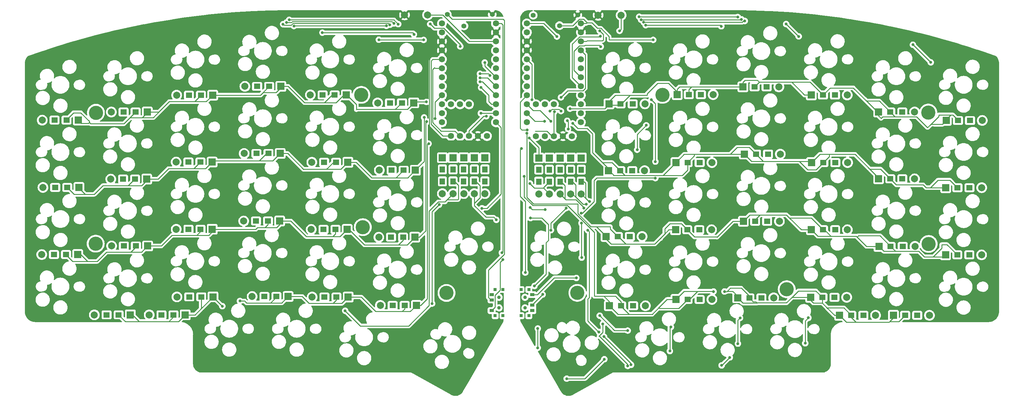
<source format=gtl>
%TF.GenerationSoftware,KiCad,Pcbnew,(6.0.10)*%
%TF.CreationDate,2023-09-30T09:22:21-05:00*%
%TF.ProjectId,RunType58,52756e54-7970-4653-9538-2e6b69636164,rev?*%
%TF.SameCoordinates,Original*%
%TF.FileFunction,Copper,L1,Top*%
%TF.FilePolarity,Positive*%
%FSLAX46Y46*%
G04 Gerber Fmt 4.6, Leading zero omitted, Abs format (unit mm)*
G04 Created by KiCad (PCBNEW (6.0.10)) date 2023-09-30 09:22:21*
%MOMM*%
%LPD*%
G01*
G04 APERTURE LIST*
%TA.AperFunction,ComponentPad*%
%ADD10C,1.397000*%
%TD*%
%TA.AperFunction,ComponentPad*%
%ADD11C,4.000000*%
%TD*%
%TA.AperFunction,ComponentPad*%
%ADD12C,1.752600*%
%TD*%
%TA.AperFunction,ComponentPad*%
%ADD13C,2.000000*%
%TD*%
%TA.AperFunction,ComponentPad*%
%ADD14R,1.500000X1.800000*%
%TD*%
%TA.AperFunction,ComponentPad*%
%ADD15C,1.998980*%
%TD*%
%TA.AperFunction,ComponentPad*%
%ADD16R,1.998980X1.998980*%
%TD*%
%TA.AperFunction,ComponentPad*%
%ADD17R,1.800000X1.500000*%
%TD*%
%TA.AperFunction,WasherPad*%
%ADD18C,1.000000*%
%TD*%
%TA.AperFunction,SMDPad,CuDef*%
%ADD19R,0.900000X0.900000*%
%TD*%
%TA.AperFunction,SMDPad,CuDef*%
%ADD20R,1.250000X0.900000*%
%TD*%
%TA.AperFunction,ViaPad*%
%ADD21C,0.800000*%
%TD*%
%TA.AperFunction,Conductor*%
%ADD22C,0.250000*%
%TD*%
G04 APERTURE END LIST*
D10*
%TO.P,Bat+2,1,1*%
%TO.N,RAWL*%
X149400000Y-27466500D03*
%TD*%
D11*
%TO.P,H2,1*%
%TO.N,N/C*%
X280520000Y-89110000D03*
%TD*%
%TO.P,H10,1*%
%TO.N,N/C*%
X240470000Y-101930000D03*
%TD*%
%TO.P,H9,1*%
%TO.N,N/C*%
X280430000Y-51960000D03*
%TD*%
%TO.P,H8,1*%
%TO.N,N/C*%
X205400000Y-46950000D03*
%TD*%
%TO.P,H7,1*%
%TO.N,N/C*%
X45540000Y-52020000D03*
%TD*%
%TO.P,H6,1*%
%TO.N,N/C*%
X144470000Y-102970000D03*
%TD*%
%TO.P,H5,1*%
%TO.N,N/C*%
X120840000Y-84370000D03*
%TD*%
%TO.P,H4,1*%
%TO.N,N/C*%
X45470000Y-89040000D03*
%TD*%
%TO.P,H3,1*%
%TO.N,N/C*%
X181390000Y-102950000D03*
%TD*%
%TO.P,H1,1*%
%TO.N,N/C*%
X120420000Y-46960000D03*
%TD*%
D12*
%TO.P,Display1,5,CS*%
%TO.N,CSL*%
X155890000Y-58607312D03*
%TO.P,Display1,4,GND*%
%TO.N,GND1*%
X153350000Y-58607312D03*
%TO.P,Display1,3,VCC*%
%TO.N,+3.3VA*%
X150810000Y-58607312D03*
%TO.P,Display1,2,SCK*%
%TO.N,SCKL*%
X148270000Y-58607312D03*
%TO.P,Display1,1,MOSI*%
%TO.N,MOSIL*%
X145730000Y-58607312D03*
%TD*%
D13*
%TO.P,RSW2,1,1*%
%TO.N,GND1*%
X132630000Y-24350000D03*
%TO.P,RSW2,2,2*%
%TO.N,RESETL*%
X139130000Y-24350000D03*
%TD*%
D14*
%TO.P,D58,2,A*%
%TO.N,Net-(D58-Pad2)*%
X149317460Y-71420000D03*
%TO.P,D58,1,K*%
%TO.N,ROWL4*%
X149317460Y-68020000D03*
D15*
%TO.P,D58,2,A*%
%TO.N,Net-(D58-Pad2)*%
X149320000Y-74880000D03*
D16*
%TO.P,D58,1,K*%
%TO.N,ROWL4*%
X149320000Y-64720000D03*
%TD*%
D14*
%TO.P,D57,2,A*%
%TO.N,Net-(D57-Pad2)*%
X146310000Y-71420000D03*
%TO.P,D57,1,K*%
%TO.N,ROWL4*%
X146310000Y-68020000D03*
D15*
%TO.P,D57,2,A*%
%TO.N,Net-(D57-Pad2)*%
X146312540Y-74880000D03*
D16*
%TO.P,D57,1,K*%
%TO.N,ROWL4*%
X146312540Y-64720000D03*
%TD*%
D14*
%TO.P,D56,2,A*%
%TO.N,Net-(D56-Pad2)*%
X143300000Y-71420000D03*
%TO.P,D56,1,K*%
%TO.N,ROWL4*%
X143300000Y-68020000D03*
D15*
%TO.P,D56,2,A*%
%TO.N,Net-(D56-Pad2)*%
X143302540Y-74880000D03*
D16*
%TO.P,D56,1,K*%
%TO.N,ROWL4*%
X143302540Y-64720000D03*
%TD*%
D14*
%TO.P,D55,2,A*%
%TO.N,Net-(D55-Pad2)*%
X152317460Y-71420000D03*
%TO.P,D55,1,K*%
%TO.N,ROWL4*%
X152317460Y-68020000D03*
D15*
%TO.P,D55,2,A*%
%TO.N,Net-(D55-Pad2)*%
X152320000Y-74880000D03*
D16*
%TO.P,D55,1,K*%
%TO.N,ROWL4*%
X152320000Y-64720000D03*
%TD*%
D17*
%TO.P,D54,2,A*%
%TO.N,Net-(D54-Pad2)*%
X64040000Y-109160000D03*
%TO.P,D54,1,K*%
%TO.N,ROWL3*%
X67440000Y-109160000D03*
D15*
%TO.P,D54,2,A*%
%TO.N,Net-(D54-Pad2)*%
X60580000Y-109162540D03*
D16*
%TO.P,D54,1,K*%
%TO.N,ROWL3*%
X70740000Y-109162540D03*
%TD*%
D17*
%TO.P,D53,2,A*%
%TO.N,Net-(D53-Pad2)*%
X48550000Y-109160000D03*
%TO.P,D53,1,K*%
%TO.N,ROWL3*%
X51950000Y-109160000D03*
D15*
%TO.P,D53,2,A*%
%TO.N,Net-(D53-Pad2)*%
X45090000Y-109162540D03*
D16*
%TO.P,D53,1,K*%
%TO.N,ROWL3*%
X55250000Y-109162540D03*
%TD*%
%TO.P,D52,1,K*%
%TO.N,ROWL4*%
X155320000Y-64720000D03*
D15*
%TO.P,D52,2,A*%
%TO.N,Net-(D52-Pad2)*%
X155320000Y-74880000D03*
D14*
%TO.P,D52,1,K*%
%TO.N,ROWL4*%
X155317460Y-68020000D03*
%TO.P,D52,2,A*%
%TO.N,Net-(D52-Pad2)*%
X155317460Y-71420000D03*
%TD*%
D17*
%TO.P,D51,2,A*%
%TO.N,Net-(D51-Pad2)*%
X110020000Y-104120000D03*
%TO.P,D51,1,K*%
%TO.N,ROWL3*%
X113420000Y-104120000D03*
D15*
%TO.P,D51,2,A*%
%TO.N,Net-(D51-Pad2)*%
X106560000Y-104122540D03*
D16*
%TO.P,D51,1,K*%
%TO.N,ROWL3*%
X116720000Y-104122540D03*
%TD*%
D17*
%TO.P,D50,2,A*%
%TO.N,Net-(D50-Pad2)*%
X93080000Y-103970000D03*
%TO.P,D50,1,K*%
%TO.N,ROWL3*%
X96480000Y-103970000D03*
D15*
%TO.P,D50,2,A*%
%TO.N,Net-(D50-Pad2)*%
X89620000Y-103972540D03*
D16*
%TO.P,D50,1,K*%
%TO.N,ROWL3*%
X99780000Y-103972540D03*
%TD*%
D17*
%TO.P,D49,2,A*%
%TO.N,Net-(D49-Pad2)*%
X71860000Y-104080000D03*
%TO.P,D49,1,K*%
%TO.N,ROWL3*%
X75260000Y-104080000D03*
D15*
%TO.P,D49,2,A*%
%TO.N,Net-(D49-Pad2)*%
X68400000Y-104082540D03*
D16*
%TO.P,D49,1,K*%
%TO.N,ROWL3*%
X78560000Y-104082540D03*
%TD*%
D17*
%TO.P,D48,2,A*%
%TO.N,Net-(D48-Pad2)*%
X129260000Y-106480000D03*
%TO.P,D48,1,K*%
%TO.N,ROWL3*%
X132660000Y-106480000D03*
D15*
%TO.P,D48,2,A*%
%TO.N,Net-(D48-Pad2)*%
X125800000Y-106482540D03*
D16*
%TO.P,D48,1,K*%
%TO.N,ROWL3*%
X135960000Y-106482540D03*
%TD*%
D17*
%TO.P,D47,2,A*%
%TO.N,Net-(D47-Pad2)*%
X53420000Y-89680000D03*
%TO.P,D47,1,K*%
%TO.N,ROWL2*%
X56820000Y-89680000D03*
D15*
%TO.P,D47,2,A*%
%TO.N,Net-(D47-Pad2)*%
X49960000Y-89682540D03*
D16*
%TO.P,D47,1,K*%
%TO.N,ROWL2*%
X60120000Y-89682540D03*
%TD*%
D17*
%TO.P,D46,2,A*%
%TO.N,Net-(D46-Pad2)*%
X33700000Y-92110000D03*
%TO.P,D46,1,K*%
%TO.N,ROWL2*%
X37100000Y-92110000D03*
D15*
%TO.P,D46,2,A*%
%TO.N,Net-(D46-Pad2)*%
X30240000Y-92112540D03*
D16*
%TO.P,D46,1,K*%
%TO.N,ROWL2*%
X40400000Y-92112540D03*
%TD*%
D17*
%TO.P,D45,2,A*%
%TO.N,Net-(D45-Pad2)*%
X109750000Y-85000000D03*
%TO.P,D45,1,K*%
%TO.N,ROWL2*%
X113150000Y-85000000D03*
D15*
%TO.P,D45,2,A*%
%TO.N,Net-(D45-Pad2)*%
X106290000Y-85002540D03*
D16*
%TO.P,D45,1,K*%
%TO.N,ROWL2*%
X116450000Y-85002540D03*
%TD*%
D17*
%TO.P,D44,2,A*%
%TO.N,Net-(D44-Pad2)*%
X90700000Y-82630000D03*
%TO.P,D44,1,K*%
%TO.N,ROWL2*%
X94100000Y-82630000D03*
D15*
%TO.P,D44,2,A*%
%TO.N,Net-(D44-Pad2)*%
X87240000Y-82632540D03*
D16*
%TO.P,D44,1,K*%
%TO.N,ROWL2*%
X97400000Y-82632540D03*
%TD*%
D17*
%TO.P,D43,2,A*%
%TO.N,Net-(D43-Pad2)*%
X71660000Y-84950000D03*
%TO.P,D43,1,K*%
%TO.N,ROWL2*%
X75060000Y-84950000D03*
D15*
%TO.P,D43,2,A*%
%TO.N,Net-(D43-Pad2)*%
X68200000Y-84952540D03*
D16*
%TO.P,D43,1,K*%
%TO.N,ROWL2*%
X78360000Y-84952540D03*
%TD*%
D17*
%TO.P,D42,2,A*%
%TO.N,Net-(D42-Pad2)*%
X128820000Y-87207460D03*
%TO.P,D42,1,K*%
%TO.N,ROWL2*%
X132220000Y-87207460D03*
D15*
%TO.P,D42,2,A*%
%TO.N,Net-(D42-Pad2)*%
X125360000Y-87210000D03*
D16*
%TO.P,D42,1,K*%
%TO.N,ROWL2*%
X135520000Y-87210000D03*
%TD*%
D17*
%TO.P,D41,2,A*%
%TO.N,Net-(D41-Pad2)*%
X53200000Y-70780000D03*
%TO.P,D41,1,K*%
%TO.N,ROWL1*%
X56600000Y-70780000D03*
D15*
%TO.P,D41,2,A*%
%TO.N,Net-(D41-Pad2)*%
X49740000Y-70782540D03*
D16*
%TO.P,D41,1,K*%
%TO.N,ROWL1*%
X59900000Y-70782540D03*
%TD*%
D17*
%TO.P,D40,2,A*%
%TO.N,Net-(D40-Pad2)*%
X34050000Y-73130000D03*
%TO.P,D40,1,K*%
%TO.N,ROWL1*%
X37450000Y-73130000D03*
D15*
%TO.P,D40,2,A*%
%TO.N,Net-(D40-Pad2)*%
X30590000Y-73132540D03*
D16*
%TO.P,D40,1,K*%
%TO.N,ROWL1*%
X40750000Y-73132540D03*
%TD*%
D17*
%TO.P,D39,2,A*%
%TO.N,Net-(D39-Pad2)*%
X128980000Y-68257460D03*
%TO.P,D39,1,K*%
%TO.N,ROWL1*%
X132380000Y-68257460D03*
D15*
%TO.P,D39,2,A*%
%TO.N,Net-(D39-Pad2)*%
X125520000Y-68260000D03*
D16*
%TO.P,D39,1,K*%
%TO.N,ROWL1*%
X135680000Y-68260000D03*
%TD*%
D17*
%TO.P,D38,2,A*%
%TO.N,Net-(D38-Pad2)*%
X109930000Y-66010000D03*
%TO.P,D38,1,K*%
%TO.N,ROWL1*%
X113330000Y-66010000D03*
D15*
%TO.P,D38,2,A*%
%TO.N,Net-(D38-Pad2)*%
X106470000Y-66012540D03*
D16*
%TO.P,D38,1,K*%
%TO.N,ROWL1*%
X116630000Y-66012540D03*
%TD*%
D17*
%TO.P,D37,2,A*%
%TO.N,Net-(D37-Pad2)*%
X90820000Y-63520000D03*
%TO.P,D37,1,K*%
%TO.N,ROWL1*%
X94220000Y-63520000D03*
D15*
%TO.P,D37,2,A*%
%TO.N,Net-(D37-Pad2)*%
X87360000Y-63522540D03*
D16*
%TO.P,D37,1,K*%
%TO.N,ROWL1*%
X97520000Y-63522540D03*
%TD*%
D17*
%TO.P,D36,2,A*%
%TO.N,Net-(D36-Pad2)*%
X71630000Y-65960000D03*
%TO.P,D36,1,K*%
%TO.N,ROWL1*%
X75030000Y-65960000D03*
D15*
%TO.P,D36,2,A*%
%TO.N,Net-(D36-Pad2)*%
X68170000Y-65962540D03*
D16*
%TO.P,D36,1,K*%
%TO.N,ROWL1*%
X78330000Y-65962540D03*
%TD*%
D17*
%TO.P,D35,2,A*%
%TO.N,Net-(D35-Pad2)*%
X128510000Y-49220000D03*
%TO.P,D35,1,K*%
%TO.N,ROWL0*%
X131910000Y-49220000D03*
D15*
%TO.P,D35,2,A*%
%TO.N,Net-(D35-Pad2)*%
X125050000Y-49222540D03*
D16*
%TO.P,D35,1,K*%
%TO.N,ROWL0*%
X135210000Y-49222540D03*
%TD*%
D17*
%TO.P,D34,2,A*%
%TO.N,Net-(D34-Pad2)*%
X109510000Y-46950000D03*
%TO.P,D34,1,K*%
%TO.N,ROWL0*%
X112910000Y-46950000D03*
D15*
%TO.P,D34,2,A*%
%TO.N,Net-(D34-Pad2)*%
X106050000Y-46952540D03*
D16*
%TO.P,D34,1,K*%
%TO.N,ROWL0*%
X116210000Y-46952540D03*
%TD*%
D17*
%TO.P,D33,2,A*%
%TO.N,Net-(D33-Pad2)*%
X91030000Y-44550000D03*
%TO.P,D33,1,K*%
%TO.N,ROWL0*%
X94430000Y-44550000D03*
D15*
%TO.P,D33,2,A*%
%TO.N,Net-(D33-Pad2)*%
X87570000Y-44552540D03*
D16*
%TO.P,D33,1,K*%
%TO.N,ROWL0*%
X97730000Y-44552540D03*
%TD*%
D17*
%TO.P,D32,2,A*%
%TO.N,Net-(D32-Pad2)*%
X71780000Y-47030000D03*
%TO.P,D32,1,K*%
%TO.N,ROWL0*%
X75180000Y-47030000D03*
D15*
%TO.P,D32,2,A*%
%TO.N,Net-(D32-Pad2)*%
X68320000Y-47032540D03*
D16*
%TO.P,D32,1,K*%
%TO.N,ROWL0*%
X78480000Y-47032540D03*
%TD*%
D17*
%TO.P,D31,2,A*%
%TO.N,Net-(D31-Pad2)*%
X53340000Y-51800000D03*
%TO.P,D31,1,K*%
%TO.N,ROWL0*%
X56740000Y-51800000D03*
D15*
%TO.P,D31,2,A*%
%TO.N,Net-(D31-Pad2)*%
X49880000Y-51802540D03*
D16*
%TO.P,D31,1,K*%
%TO.N,ROWL0*%
X60040000Y-51802540D03*
%TD*%
D17*
%TO.P,D30,2,A*%
%TO.N,Net-(D30-Pad2)*%
X33840000Y-54102540D03*
%TO.P,D30,1,K*%
%TO.N,ROWL0*%
X37240000Y-54102540D03*
D15*
%TO.P,D30,2,A*%
%TO.N,Net-(D30-Pad2)*%
X30380000Y-54105080D03*
D16*
%TO.P,D30,1,K*%
%TO.N,ROWL0*%
X40540000Y-54105080D03*
%TD*%
D13*
%TO.P,RSW1,2,2*%
%TO.N,RESETR*%
X193750000Y-24440000D03*
%TO.P,RSW1,1,1*%
%TO.N,GND*%
X187250000Y-24440000D03*
%TD*%
D18*
%TO.P,SW_POWER2,*%
%TO.N,*%
X159300000Y-104200000D03*
X159300000Y-107200000D03*
D19*
%TO.P,SW_POWER2,0*%
%TO.N,N/C*%
X158200000Y-109400000D03*
X158200000Y-102000000D03*
X160400000Y-102000000D03*
X160400000Y-109400000D03*
D20*
%TO.P,SW_POWER2,1,A*%
%TO.N,RAWL*%
X157225000Y-107950000D03*
%TO.P,SW_POWER2,2,B*%
%TO.N,BTL+*%
X157225000Y-104950000D03*
%TO.P,SW_POWER2,3,C*%
%TO.N,unconnected-(SW_POWER2-Pad3)*%
X157225000Y-103450000D03*
%TD*%
D10*
%TO.P,BatGND2,1,1*%
%TO.N,GND1*%
X157370000Y-24220000D03*
%TD*%
%TO.P,BatEntry2,1,1*%
%TO.N,BTL+*%
X144700000Y-24200000D03*
%TD*%
D18*
%TO.P,SW_POWER1,*%
%TO.N,*%
X166600000Y-107200000D03*
X166600000Y-104200000D03*
D19*
%TO.P,SW_POWER1,0*%
%TO.N,N/C*%
X167700000Y-102000000D03*
X167700000Y-109400000D03*
X165500000Y-109400000D03*
X165500000Y-102000000D03*
D20*
%TO.P,SW_POWER1,1,A*%
%TO.N,RAWR*%
X168675000Y-103450000D03*
%TO.P,SW_POWER1,2,B*%
%TO.N,BTR+*%
X168675000Y-106450000D03*
%TO.P,SW_POWER1,3,C*%
%TO.N,unconnected-(SW_POWER1-Pad3)*%
X168675000Y-107950000D03*
%TD*%
D10*
%TO.P,BatGND1,1,1*%
%TO.N,GND*%
X181510000Y-24380000D03*
%TD*%
%TO.P,BatEntry1,1,1*%
%TO.N,BTR+*%
X168946500Y-24450000D03*
%TD*%
%TO.P,Bat+1,1,1*%
%TO.N,RAWR*%
X176350000Y-27376500D03*
%TD*%
D14*
%TO.P,D29,2,A*%
%TO.N,Net-(SW29-Pad2)*%
X173500000Y-71500000D03*
%TO.P,D29,1,K*%
%TO.N,ROW4*%
X173500000Y-68100000D03*
D15*
%TO.P,D29,2,A*%
%TO.N,Net-(SW29-Pad2)*%
X173502540Y-74960000D03*
D16*
%TO.P,D29,1,K*%
%TO.N,ROW4*%
X173502540Y-64800000D03*
%TD*%
D14*
%TO.P,D28,2,A*%
%TO.N,Net-(D28-Pad2)*%
X179500000Y-71500000D03*
%TO.P,D28,1,K*%
%TO.N,ROW4*%
X179500000Y-68100000D03*
D15*
%TO.P,D28,2,A*%
%TO.N,Net-(D28-Pad2)*%
X179502540Y-74960000D03*
D16*
%TO.P,D28,1,K*%
%TO.N,ROW4*%
X179502540Y-64800000D03*
%TD*%
D14*
%TO.P,D27,2,A*%
%TO.N,Net-(SW27-Pad2)*%
X176500000Y-71500000D03*
%TO.P,D27,1,K*%
%TO.N,ROW4*%
X176500000Y-68100000D03*
D15*
%TO.P,D27,2,A*%
%TO.N,Net-(SW27-Pad2)*%
X176502540Y-74960000D03*
D16*
%TO.P,D27,1,K*%
%TO.N,ROW4*%
X176502540Y-64800000D03*
%TD*%
D14*
%TO.P,D26,2,A*%
%TO.N,Net-(D26-Pad2)*%
X182500000Y-71500000D03*
%TO.P,D26,1,K*%
%TO.N,ROW4*%
X182500000Y-68100000D03*
D15*
%TO.P,D26,2,A*%
%TO.N,Net-(D26-Pad2)*%
X182502540Y-74960000D03*
D16*
%TO.P,D26,1,K*%
%TO.N,ROW4*%
X182502540Y-64800000D03*
%TD*%
D17*
%TO.P,D25,2,A*%
%TO.N,Net-(D25-Pad2)*%
X215900000Y-104800000D03*
%TO.P,D25,1,K*%
%TO.N,ROW3*%
X212500000Y-104800000D03*
D15*
%TO.P,D25,2,A*%
%TO.N,Net-(D25-Pad2)*%
X219360000Y-104797460D03*
D16*
%TO.P,D25,1,K*%
%TO.N,ROW3*%
X209200000Y-104797460D03*
%TD*%
D17*
%TO.P,D24,2,A*%
%TO.N,Net-(D24-Pad2)*%
X197140000Y-106602540D03*
%TO.P,D24,1,K*%
%TO.N,ROW3*%
X193740000Y-106602540D03*
D15*
%TO.P,D24,2,A*%
%TO.N,Net-(D24-Pad2)*%
X200600000Y-106600000D03*
D16*
%TO.P,D24,1,K*%
%TO.N,ROW3*%
X190440000Y-106600000D03*
%TD*%
D17*
%TO.P,D23,2,A*%
%TO.N,Net-(D23-Pad2)*%
X262100000Y-109300000D03*
%TO.P,D23,1,K*%
%TO.N,ROW3*%
X258700000Y-109300000D03*
D15*
%TO.P,D23,2,A*%
%TO.N,Net-(D23-Pad2)*%
X265560000Y-109297460D03*
D16*
%TO.P,D23,1,K*%
%TO.N,ROW3*%
X255400000Y-109297460D03*
%TD*%
D17*
%TO.P,D22,2,A*%
%TO.N,Net-(D22-Pad2)*%
X253940000Y-104200000D03*
%TO.P,D22,1,K*%
%TO.N,ROW3*%
X250540000Y-104200000D03*
D15*
%TO.P,D22,2,A*%
%TO.N,Net-(D22-Pad2)*%
X257400000Y-104197460D03*
D16*
%TO.P,D22,1,K*%
%TO.N,ROW3*%
X247240000Y-104197460D03*
%TD*%
D17*
%TO.P,D21,2,A*%
%TO.N,Net-(D21-Pad2)*%
X233330000Y-104350000D03*
%TO.P,D21,1,K*%
%TO.N,ROW3*%
X229930000Y-104350000D03*
D15*
%TO.P,D21,2,A*%
%TO.N,Net-(D21-Pad2)*%
X236790000Y-104347460D03*
D16*
%TO.P,D21,1,K*%
%TO.N,ROW3*%
X226630000Y-104347460D03*
%TD*%
D17*
%TO.P,D20,2,A*%
%TO.N,Net-(D20-Pad2)*%
X277300000Y-109300000D03*
%TO.P,D20,1,K*%
%TO.N,ROW3*%
X273900000Y-109300000D03*
D15*
%TO.P,D20,2,A*%
%TO.N,Net-(D20-Pad2)*%
X280760000Y-109297460D03*
D16*
%TO.P,D20,1,K*%
%TO.N,ROW3*%
X270600000Y-109297460D03*
%TD*%
D14*
%TO.P,D19,2,A*%
%TO.N,Net-(SW19-Pad2)*%
X170500000Y-71500000D03*
%TO.P,D19,1,K*%
%TO.N,ROW3*%
X170500000Y-68100000D03*
D15*
%TO.P,D19,2,A*%
%TO.N,Net-(SW19-Pad2)*%
X170502540Y-74960000D03*
D16*
%TO.P,D19,1,K*%
%TO.N,ROW3*%
X170502540Y-64800000D03*
%TD*%
D17*
%TO.P,D18,2,A*%
%TO.N,Net-(D18-Pad2)*%
X215800000Y-85100000D03*
%TO.P,D18,1,K*%
%TO.N,ROW2*%
X212400000Y-85100000D03*
D15*
%TO.P,D18,2,A*%
%TO.N,Net-(D18-Pad2)*%
X219260000Y-85097460D03*
D16*
%TO.P,D18,1,K*%
%TO.N,ROW2*%
X209100000Y-85097460D03*
%TD*%
D17*
%TO.P,D17,2,A*%
%TO.N,Net-(D17-Pad2)*%
X196200000Y-87000000D03*
%TO.P,D17,1,K*%
%TO.N,ROW2*%
X192800000Y-87000000D03*
D15*
%TO.P,D17,2,A*%
%TO.N,Net-(D17-Pad2)*%
X199660000Y-86997460D03*
D16*
%TO.P,D17,1,K*%
%TO.N,ROW2*%
X189500000Y-86997460D03*
%TD*%
D17*
%TO.P,D16,2,A*%
%TO.N,Net-(D16-Pad2)*%
X273200000Y-89800000D03*
%TO.P,D16,1,K*%
%TO.N,ROW2*%
X269800000Y-89800000D03*
D15*
%TO.P,D16,2,A*%
%TO.N,Net-(D16-Pad2)*%
X276660000Y-89797460D03*
D16*
%TO.P,D16,1,K*%
%TO.N,ROW2*%
X266500000Y-89797460D03*
%TD*%
D17*
%TO.P,D15,2,A*%
%TO.N,Net-(D15-Pad2)*%
X254140000Y-85102540D03*
%TO.P,D15,1,K*%
%TO.N,ROW2*%
X250740000Y-85102540D03*
D15*
%TO.P,D15,2,A*%
%TO.N,Net-(D15-Pad2)*%
X257600000Y-85100000D03*
D16*
%TO.P,D15,1,K*%
%TO.N,ROW2*%
X247440000Y-85100000D03*
%TD*%
D17*
%TO.P,D14,2,A*%
%TO.N,Net-(D14-Pad2)*%
X234940000Y-82702540D03*
%TO.P,D14,1,K*%
%TO.N,ROW2*%
X231540000Y-82702540D03*
D15*
%TO.P,D14,2,A*%
%TO.N,Net-(D14-Pad2)*%
X238400000Y-82700000D03*
D16*
%TO.P,D14,1,K*%
%TO.N,ROW2*%
X228240000Y-82700000D03*
%TD*%
D17*
%TO.P,D13,2,A*%
%TO.N,Net-(D13-Pad2)*%
X292000000Y-92200000D03*
%TO.P,D13,1,K*%
%TO.N,ROW2*%
X288600000Y-92200000D03*
D15*
%TO.P,D13,2,A*%
%TO.N,Net-(D13-Pad2)*%
X295460000Y-92197460D03*
D16*
%TO.P,D13,1,K*%
%TO.N,ROW2*%
X285300000Y-92197460D03*
%TD*%
D17*
%TO.P,D12,2,A*%
%TO.N,Net-(D12-Pad2)*%
X215900000Y-66100000D03*
%TO.P,D12,1,K*%
%TO.N,ROW1*%
X212500000Y-66100000D03*
D15*
%TO.P,D12,2,A*%
%TO.N,Net-(D12-Pad2)*%
X219360000Y-66097460D03*
D16*
%TO.P,D12,1,K*%
%TO.N,ROW1*%
X209200000Y-66097460D03*
%TD*%
D17*
%TO.P,D11,2,A*%
%TO.N,Net-(D11-Pad2)*%
X196900000Y-68400000D03*
%TO.P,D11,1,K*%
%TO.N,ROW1*%
X193500000Y-68400000D03*
D15*
%TO.P,D11,2,A*%
%TO.N,Net-(D11-Pad2)*%
X200360000Y-68397460D03*
D16*
%TO.P,D11,1,K*%
%TO.N,ROW1*%
X190200000Y-68397460D03*
%TD*%
D17*
%TO.P,D10,2,A*%
%TO.N,Net-(D10-Pad2)*%
X273100000Y-70700000D03*
%TO.P,D10,1,K*%
%TO.N,ROW1*%
X269700000Y-70700000D03*
D15*
%TO.P,D10,2,A*%
%TO.N,Net-(D10-Pad2)*%
X276560000Y-70697460D03*
D16*
%TO.P,D10,1,K*%
%TO.N,ROW1*%
X266400000Y-70697460D03*
%TD*%
D17*
%TO.P,D9,2,A*%
%TO.N,Net-(D9-Pad2)*%
X254200000Y-66100000D03*
%TO.P,D9,1,K*%
%TO.N,ROW1*%
X250800000Y-66100000D03*
D15*
%TO.P,D9,2,A*%
%TO.N,Net-(D9-Pad2)*%
X257660000Y-66097460D03*
D16*
%TO.P,D9,1,K*%
%TO.N,ROW1*%
X247500000Y-66097460D03*
%TD*%
D17*
%TO.P,D8,2,A*%
%TO.N,Net-(D8-Pad2)*%
X235200000Y-63700000D03*
%TO.P,D8,1,K*%
%TO.N,ROW1*%
X231800000Y-63700000D03*
D15*
%TO.P,D8,2,A*%
%TO.N,Net-(D8-Pad2)*%
X238660000Y-63697460D03*
D16*
%TO.P,D8,1,K*%
%TO.N,ROW1*%
X228500000Y-63697460D03*
%TD*%
D17*
%TO.P,D7,2,A*%
%TO.N,Net-(D7-Pad2)*%
X292040000Y-73202540D03*
%TO.P,D7,1,K*%
%TO.N,ROW1*%
X288640000Y-73202540D03*
D15*
%TO.P,D7,2,A*%
%TO.N,Net-(D7-Pad2)*%
X295500000Y-73200000D03*
D16*
%TO.P,D7,1,K*%
%TO.N,ROW1*%
X285340000Y-73200000D03*
%TD*%
D17*
%TO.P,D6,2,A*%
%TO.N,Net-(D6-Pad2)*%
X216250000Y-46880000D03*
%TO.P,D6,1,K*%
%TO.N,ROW0*%
X212850000Y-46880000D03*
D15*
%TO.P,D6,2,A*%
%TO.N,Net-(D6-Pad2)*%
X219710000Y-46877460D03*
D16*
%TO.P,D6,1,K*%
%TO.N,ROW0*%
X209550000Y-46877460D03*
%TD*%
D17*
%TO.P,D5,2,A*%
%TO.N,Net-(D5-Pad2)*%
X273100000Y-51800000D03*
%TO.P,D5,1,K*%
%TO.N,ROW0*%
X269700000Y-51800000D03*
D15*
%TO.P,D5,2,A*%
%TO.N,Net-(D5-Pad2)*%
X276560000Y-51797460D03*
D16*
%TO.P,D5,1,K*%
%TO.N,ROW0*%
X266400000Y-51797460D03*
%TD*%
D17*
%TO.P,D4,2,A*%
%TO.N,Net-(D4-Pad2)*%
X254100000Y-47000000D03*
%TO.P,D4,1,K*%
%TO.N,ROW0*%
X250700000Y-47000000D03*
D15*
%TO.P,D4,2,A*%
%TO.N,Net-(D4-Pad2)*%
X257560000Y-46997460D03*
D16*
%TO.P,D4,1,K*%
%TO.N,ROW0*%
X247400000Y-46997460D03*
%TD*%
D17*
%TO.P,D3,2,A*%
%TO.N,Net-(D3-Pad2)*%
X234800000Y-44700000D03*
%TO.P,D3,1,K*%
%TO.N,ROW0*%
X231400000Y-44700000D03*
D15*
%TO.P,D3,2,A*%
%TO.N,Net-(D3-Pad2)*%
X238260000Y-44697460D03*
D16*
%TO.P,D3,1,K*%
%TO.N,ROW0*%
X228100000Y-44697460D03*
%TD*%
D17*
%TO.P,D2,2,A*%
%TO.N,Net-(D2-Pad2)*%
X292200000Y-54200000D03*
%TO.P,D2,1,K*%
%TO.N,ROW0*%
X288800000Y-54200000D03*
D15*
%TO.P,D2,2,A*%
%TO.N,Net-(D2-Pad2)*%
X295660000Y-54197460D03*
D16*
%TO.P,D2,1,K*%
%TO.N,ROW0*%
X285500000Y-54197460D03*
%TD*%
D17*
%TO.P,D1,2,A*%
%TO.N,Net-(D1-Pad2)*%
X197000000Y-49500000D03*
%TO.P,D1,1,K*%
%TO.N,ROW0*%
X193600000Y-49500000D03*
D15*
%TO.P,D1,2,A*%
%TO.N,Net-(D1-Pad2)*%
X200460000Y-49497460D03*
D16*
%TO.P,D1,1,K*%
%TO.N,ROW0*%
X190300000Y-49497460D03*
%TD*%
D12*
%TO.P,U2,1,TX0/P0.06*%
%TO.N,CSL*%
X143190000Y-26766750D03*
%TO.P,U2,2,RX1/P0.08*%
%TO.N,unconnected-(U2-Pad2)*%
X143190000Y-29306750D03*
%TO.P,U2,3,GND*%
%TO.N,GND1*%
X143190000Y-31846750D03*
%TO.P,U2,4,GND*%
X143190000Y-34386750D03*
%TO.P,U2,5,P0.17*%
%TO.N,MOSIL*%
X143190000Y-36926750D03*
%TO.P,U2,6,P0.20*%
%TO.N,SCKL*%
X143190000Y-39466750D03*
%TO.P,U2,7,P0.22*%
%TO.N,ROWL4*%
X143190000Y-42006750D03*
%TO.P,U2,8,P0.24*%
%TO.N,ROWL3*%
X143190000Y-44546750D03*
%TO.P,U2,9,P1.00*%
%TO.N,ROWL2*%
X143190000Y-47086750D03*
%TO.P,U2,10,P0.11*%
%TO.N,ROWL1*%
X143190000Y-49626750D03*
%TO.P,U2,11,P1.04*%
%TO.N,ROWL0*%
X143190000Y-52166750D03*
%TO.P,U2,13,NFC1/P0.09*%
%TO.N,LCOL6*%
X158430000Y-54706750D03*
%TO.P,U2,14,NFC2/P0.10*%
%TO.N,LCOL5*%
X158430000Y-52166750D03*
%TO.P,U2,15,P1.11*%
%TO.N,LCOL4*%
X158430000Y-49626750D03*
%TO.P,U2,16,P1.13*%
%TO.N,LCOL3*%
X158430000Y-47086750D03*
%TO.P,U2,17,P1.15*%
%TO.N,LCOL2*%
X158430000Y-44546750D03*
%TO.P,U2,18,AIN0/P0.02*%
%TO.N,LCOL1*%
X158430000Y-42006750D03*
%TO.P,U2,19,AIN5/P0.29*%
%TO.N,LCOL0*%
X158430000Y-39466750D03*
%TO.P,U2,20,AIN7/P0.31*%
%TO.N,unconnected-(U2-Pad20)*%
X158430000Y-36926750D03*
%TO.P,U2,21,VCC*%
%TO.N,+3.3VA*%
X158430000Y-34386750D03*
%TO.P,U2,22,RST*%
%TO.N,RESETL*%
X158430000Y-31846750D03*
%TO.P,U2,23,GND*%
%TO.N,GND1*%
X158430000Y-29306750D03*
%TO.P,U2,12,P1.06*%
%TO.N,unconnected-(U2-Pad12)*%
X143190000Y-54706750D03*
%TO.P,U2,24,BATIN/P0.04*%
%TO.N,RAWL*%
X158430000Y-26766750D03*
%TO.P,U2,31,P1.01*%
%TO.N,unconnected-(U2-Pad31)*%
X145730000Y-49626750D03*
%TO.P,U2,32,P1.02*%
%TO.N,unconnected-(U2-Pad32)*%
X148270000Y-49626750D03*
%TO.P,U2,33,P1.07*%
%TO.N,unconnected-(U2-Pad33)*%
X150810000Y-49626750D03*
%TD*%
%TO.P,U1,33,P1.07*%
%TO.N,unconnected-(U1-Pad33)*%
X174780000Y-49630453D03*
%TO.P,U1,32,P1.02*%
%TO.N,unconnected-(U1-Pad32)*%
X172240000Y-49630453D03*
%TO.P,U1,31,P1.01*%
%TO.N,unconnected-(U1-Pad31)*%
X169700000Y-49630453D03*
%TO.P,U1,24,BATIN/P0.04*%
%TO.N,RAWR*%
X182400000Y-26770453D03*
%TO.P,U1,12,P1.06*%
%TO.N,unconnected-(U1-Pad12)*%
X167160000Y-54710453D03*
%TO.P,U1,23,GND*%
%TO.N,GND*%
X182400000Y-29310453D03*
%TO.P,U1,22,RST*%
%TO.N,RESETR*%
X182400000Y-31850453D03*
%TO.P,U1,21,VCC*%
%TO.N,+3V3*%
X182400000Y-34390453D03*
%TO.P,U1,20,AIN7/P0.31*%
%TO.N,unconnected-(U1-Pad20)*%
X182400000Y-36930453D03*
%TO.P,U1,19,AIN5/P0.29*%
%TO.N,COL0*%
X182400000Y-39470453D03*
%TO.P,U1,18,AIN0/P0.02*%
%TO.N,COL1*%
X182400000Y-42010453D03*
%TO.P,U1,17,P1.15*%
%TO.N,COL2*%
X182400000Y-44550453D03*
%TO.P,U1,16,P1.13*%
%TO.N,COL3*%
X182400000Y-47090453D03*
%TO.P,U1,15,P1.11*%
%TO.N,COL4*%
X182400000Y-49630453D03*
%TO.P,U1,14,NFC2/P0.10*%
%TO.N,COL5*%
X182400000Y-52170453D03*
%TO.P,U1,13,NFC1/P0.09*%
%TO.N,COL6*%
X182400000Y-54710453D03*
%TO.P,U1,11,P1.04*%
%TO.N,ROW0*%
X167160000Y-52170453D03*
%TO.P,U1,10,P0.11*%
%TO.N,ROW1*%
X167160000Y-49630453D03*
%TO.P,U1,9,P1.00*%
%TO.N,ROW2*%
X167160000Y-47090453D03*
%TO.P,U1,8,P0.24*%
%TO.N,ROW3*%
X167160000Y-44550453D03*
%TO.P,U1,7,P0.22*%
%TO.N,ROW4*%
X167160000Y-42010453D03*
%TO.P,U1,6,P0.20*%
%TO.N,SCKR*%
X167160000Y-39470453D03*
%TO.P,U1,5,P0.17*%
%TO.N,MOSIR*%
X167160000Y-36930453D03*
%TO.P,U1,4,GND*%
%TO.N,GND*%
X167160000Y-34390453D03*
%TO.P,U1,3,GND*%
X167160000Y-31850453D03*
%TO.P,U1,2,RX1/P0.08*%
%TO.N,unconnected-(U1-Pad2)*%
X167160000Y-29310453D03*
%TO.P,U1,1,TX0/P0.06*%
%TO.N,CSR*%
X167160000Y-26770453D03*
%TD*%
%TO.P,Display2,1,MOSI*%
%TO.N,MOSIR*%
X169700000Y-58630000D03*
%TO.P,Display2,2,SCK*%
%TO.N,SCKR*%
X172240000Y-58630000D03*
%TO.P,Display2,3,VCC*%
%TO.N,+3V3*%
X174780000Y-58630000D03*
%TO.P,Display2,4,GND*%
%TO.N,GND*%
X177320000Y-58630000D03*
%TO.P,Display2,5,CS*%
%TO.N,CSR*%
X179860000Y-58630000D03*
%TD*%
D21*
%TO.N,LCOL5*%
X138010000Y-31410000D03*
X125380000Y-31370000D03*
%TO.N,RAWR*%
X181100000Y-98730000D03*
X182620000Y-92980000D03*
%TO.N,COL6*%
X281120000Y-37760000D03*
X276090000Y-32790000D03*
%TO.N,ROWL3*%
X86180000Y-105240000D03*
X81200000Y-106710000D03*
%TO.N,LCOL4*%
X135280000Y-29870000D03*
X109430000Y-29370000D03*
%TO.N,LCOL3*%
X101405170Y-27495824D03*
X127480000Y-27435396D03*
%TO.N,LCOL2*%
X128490000Y-27130000D03*
X98342056Y-26974500D03*
%TO.N,LCOL1*%
X129597701Y-26752299D03*
X99293142Y-26524500D03*
%TO.N,LCOL0*%
X130830000Y-26960000D03*
X100070000Y-25740000D03*
%TO.N,Net-(D56-Pad2)*%
X142382050Y-78002050D03*
X140390000Y-105970000D03*
%TO.N,Net-(D57-Pad2)*%
X115870000Y-108000000D03*
%TO.N,ROWL3*%
X139420000Y-60760000D03*
%TO.N,ROWL2*%
X141274500Y-53660000D03*
X138874002Y-54500000D03*
%TO.N,LCOL6*%
X154480000Y-79020000D03*
%TO.N,Net-(D55-Pad2)*%
X158530000Y-82290000D03*
%TO.N,ROWL1*%
X138149502Y-53340000D03*
%TO.N,ROWL0*%
X138797626Y-48945156D03*
%TO.N,LCOL0*%
X156720231Y-41430000D03*
X148350000Y-33240000D03*
X139860000Y-26930950D03*
X153910000Y-40980000D03*
%TO.N,LCOL1*%
X155254710Y-37806862D03*
%TO.N,LCOL2*%
X153960000Y-42180000D03*
%TO.N,LCOL3*%
X153950000Y-43260000D03*
%TO.N,LCOL4*%
X154220000Y-44890000D03*
%TO.N,LCOL5*%
X154160000Y-52170000D03*
%TO.N,ROW0*%
X176777797Y-51543199D03*
X179325195Y-50860000D03*
%TO.N,+3V3*%
X176765500Y-47660000D03*
X174910000Y-51750000D03*
%TO.N,ROW0*%
X172110000Y-54400000D03*
X173650000Y-51580000D03*
%TO.N,ROW1*%
X180080000Y-55010000D03*
%TO.N,ROW2*%
X167210000Y-56860000D03*
%TO.N,MOSIR*%
X168540000Y-48340000D03*
%TO.N,CSR*%
X175620000Y-30470000D03*
X178550000Y-54284057D03*
X178790000Y-56610000D03*
%TO.N,RESETR*%
X187719764Y-28843548D03*
X193300000Y-28843548D03*
%TO.N,COL3*%
X200680000Y-27250000D03*
X222020000Y-27550000D03*
%TO.N,Net-(SW29-Pad2)*%
X170190000Y-118490000D03*
X170230000Y-113030000D03*
%TO.N,COL4*%
X243850000Y-30420000D03*
X240310000Y-26920000D03*
%TO.N,ROW3*%
X222920000Y-102560000D03*
X219810000Y-102560000D03*
%TO.N,COL4*%
X228643420Y-26053653D03*
X200113368Y-26423494D03*
%TO.N,COL5*%
X199388368Y-25698994D03*
X227720000Y-25603653D03*
%TO.N,COL6*%
X226650000Y-24940000D03*
X198830000Y-24870000D03*
%TO.N,RAWR*%
X202300000Y-48320000D03*
X203410000Y-65820000D03*
%TO.N,Net-(D11-Pad2)*%
X198270000Y-62460000D03*
X200840000Y-55560000D03*
%TO.N,Net-(D28-Pad2)*%
X226700000Y-117300000D03*
X227311256Y-110041646D03*
%TO.N,COL1*%
X195600000Y-113600000D03*
X187700000Y-109400000D03*
%TO.N,Net-(SW27-Pad2)*%
X207500000Y-119400000D03*
X207800000Y-112600000D03*
%TO.N,Net-(D28-Pad2)*%
X222100000Y-123450501D03*
X224400000Y-121200000D03*
%TO.N,Net-(D26-Pad2)*%
X246600000Y-110000000D03*
X245700000Y-117200000D03*
%TO.N,Net-(D28-Pad2)*%
X187500000Y-114000000D03*
X188900000Y-115300000D03*
X196548211Y-123283930D03*
%TO.N,Net-(D26-Pad2)*%
X195600000Y-123600000D03*
%TO.N,Net-(SW29-Pad2)*%
X189000000Y-121700000D03*
X178400000Y-127200000D03*
%TO.N,COL0*%
X178200000Y-78974500D03*
X173924500Y-85200000D03*
%TO.N,Net-(SW29-Pad2)*%
X168200000Y-81800000D03*
X169300000Y-101000000D03*
%TO.N,ROW1*%
X173900000Y-54400000D03*
%TO.N,RAWL*%
X160075500Y-91600000D03*
X160400000Y-93500000D03*
%TO.N,BTR+*%
X165600000Y-62100000D03*
X166700000Y-97200000D03*
X171600000Y-103400000D03*
%TO.N,RAWR*%
X182500000Y-80400000D03*
X203400000Y-70500000D03*
X182569502Y-83230498D03*
X202800000Y-31400000D03*
%TO.N,+3.3VA*%
X155700000Y-53000000D03*
%TO.N,Net-(D26-Pad2)*%
X184800000Y-77100000D03*
X188600000Y-111700000D03*
%TO.N,Net-(D28-Pad2)*%
X183900000Y-77900000D03*
X184324500Y-85200000D03*
%TO.N,Net-(SW27-Pad2)*%
X183200000Y-79000000D03*
%TO.N,Net-(SW29-Pad2)*%
X168000000Y-72000000D03*
%TO.N,Net-(SW19-Pad2)*%
X168100000Y-78800000D03*
X172300000Y-79400000D03*
%TO.N,ROW3*%
X167824500Y-59200000D03*
X166375500Y-70000000D03*
%TO.N,ROW2*%
X167100000Y-57800000D03*
%TO.N,COL2*%
X187900000Y-30400000D03*
%TO.N,COL1*%
X188000000Y-33300000D03*
%TD*%
D22*
%TO.N,LCOL5*%
X137970000Y-31370000D02*
X138010000Y-31410000D01*
X125380000Y-31370000D02*
X137970000Y-31370000D01*
%TO.N,RAWR*%
X170101652Y-103450000D02*
X168675000Y-103450000D01*
X174851652Y-98700000D02*
X170101652Y-103450000D01*
X181070000Y-98700000D02*
X174851652Y-98700000D01*
X181100000Y-98730000D02*
X181070000Y-98700000D01*
X182569502Y-92929502D02*
X182620000Y-92980000D01*
X182569502Y-83230498D02*
X182569502Y-92929502D01*
%TO.N,BTL+*%
X160450000Y-25550000D02*
X146050000Y-25550000D01*
X160800000Y-92000000D02*
X160800000Y-25900000D01*
X160800000Y-25900000D02*
X160450000Y-25550000D01*
X156275000Y-96525000D02*
X160800000Y-92000000D01*
X156275000Y-104225000D02*
X156275000Y-96525000D01*
X157000000Y-104950000D02*
X156275000Y-104225000D01*
X146050000Y-25550000D02*
X144700000Y-24200000D01*
X157225000Y-104950000D02*
X157000000Y-104950000D01*
%TO.N,RAWR*%
X180103500Y-27376500D02*
X176350000Y-27376500D01*
X183160054Y-25550000D02*
X181930000Y-25550000D01*
X181930000Y-25550000D02*
X180103500Y-27376500D01*
X184140507Y-26530453D02*
X183160054Y-25550000D01*
%TO.N,ROWL2*%
X121310000Y-89360000D02*
X130920000Y-89360000D01*
X116952540Y-85002540D02*
X121310000Y-89360000D01*
X116450000Y-85002540D02*
X116952540Y-85002540D01*
%TO.N,ROWL0*%
X119110000Y-51030000D02*
X130000000Y-51030000D01*
X119010000Y-51130000D02*
X119110000Y-51030000D01*
X119010000Y-49660000D02*
X119010000Y-51130000D01*
X116302540Y-46952540D02*
X119010000Y-49660000D01*
X116210000Y-46952540D02*
X116302540Y-46952540D01*
X39200000Y-52010000D02*
X37240000Y-53970000D01*
X37240000Y-53970000D02*
X37240000Y-54102540D01*
X41260000Y-52010000D02*
X39200000Y-52010000D01*
X43690000Y-54440000D02*
X41260000Y-52010000D01*
X43690000Y-54780000D02*
X43690000Y-54440000D01*
X43640000Y-54780000D02*
X43420000Y-55000000D01*
X43690000Y-54780000D02*
X43640000Y-54780000D01*
X53420000Y-55120000D02*
X54300000Y-54240000D01*
X44030000Y-55120000D02*
X53420000Y-55120000D01*
X43690000Y-54780000D02*
X44030000Y-55120000D01*
X41434920Y-55000000D02*
X43420000Y-55000000D01*
X40540000Y-54105080D02*
X41434920Y-55000000D01*
%TO.N,COL6*%
X276150000Y-32790000D02*
X276090000Y-32790000D01*
X281120000Y-37760000D02*
X276150000Y-32790000D01*
%TO.N,Net-(D28-Pad2)*%
X184730000Y-85605500D02*
X184324500Y-85200000D01*
X184730000Y-104260000D02*
X184730000Y-85605500D01*
X184324500Y-104665500D02*
X184730000Y-104260000D01*
X187400000Y-114000000D02*
X184324500Y-110924500D01*
X184324500Y-110924500D02*
X184324500Y-104665500D01*
X187500000Y-114000000D02*
X187400000Y-114000000D01*
%TO.N,ROW2*%
X284200000Y-90350000D02*
X281800000Y-92750000D01*
X281800000Y-92750000D02*
X284747460Y-92750000D01*
X279300000Y-92750000D02*
X281800000Y-92750000D01*
X284200000Y-89300000D02*
X284200000Y-90350000D01*
X284747460Y-92750000D02*
X285300000Y-92197460D01*
X277750000Y-91200000D02*
X279300000Y-92750000D01*
X271300000Y-91200000D02*
X277750000Y-91200000D01*
%TO.N,ROW0*%
X189178412Y-50831753D02*
X179353442Y-50831753D01*
X190341208Y-49668957D02*
X189178412Y-50831753D01*
X192103502Y-47096498D02*
X190341208Y-48858792D01*
X201066498Y-47096498D02*
X192103502Y-47096498D01*
X204030000Y-43710000D02*
X201066498Y-46673502D01*
X209550000Y-46160000D02*
X207100000Y-43710000D01*
X179353442Y-50831753D02*
X179325195Y-50860000D01*
X207100000Y-43710000D02*
X204030000Y-43710000D01*
X209550000Y-46877460D02*
X209550000Y-46160000D01*
X190341208Y-48858792D02*
X190341208Y-49668957D01*
X201066498Y-46673502D02*
X201066498Y-47096498D01*
X281005000Y-55405000D02*
X280995000Y-55405000D01*
X283370000Y-52630000D02*
X283370000Y-53040000D01*
X286780000Y-52630000D02*
X283370000Y-52630000D01*
X283370000Y-53040000D02*
X281005000Y-55405000D01*
X281140000Y-55260000D02*
X280995000Y-55405000D01*
X280995000Y-55405000D02*
X280210000Y-56190000D01*
X282030000Y-55260000D02*
X281140000Y-55260000D01*
X285500000Y-54197460D02*
X285500000Y-53910000D01*
X285500000Y-53910000D02*
X286780000Y-52630000D01*
X287330000Y-52630000D02*
X286780000Y-52630000D01*
X280210000Y-56190000D02*
X277141950Y-53121950D01*
X277141950Y-53121950D02*
X271178050Y-53121950D01*
X288800000Y-54100000D02*
X287330000Y-52630000D01*
X288800000Y-54200000D02*
X288800000Y-54100000D01*
X282050000Y-55280000D02*
X282030000Y-55260000D01*
X284417460Y-55280000D02*
X282050000Y-55280000D01*
X285500000Y-54197460D02*
X284417460Y-55280000D01*
%TO.N,RAWR*%
X203410000Y-49430000D02*
X203410000Y-65820000D01*
X202300000Y-48320000D02*
X203410000Y-49430000D01*
%TO.N,ROWL3*%
X87520000Y-105240000D02*
X87655000Y-105375000D01*
X87655000Y-105375000D02*
X88060000Y-105780000D01*
X86180000Y-105240000D02*
X87520000Y-105240000D01*
X78572540Y-104082540D02*
X81200000Y-106710000D01*
X78560000Y-104082540D02*
X78572540Y-104082540D01*
%TO.N,LCOL4*%
X135055500Y-29645500D02*
X135280000Y-29870000D01*
X135055500Y-29370000D02*
X135055500Y-29645500D01*
X109430000Y-29370000D02*
X135055500Y-29370000D01*
%TO.N,LCOL3*%
X101465598Y-27435396D02*
X127480000Y-27435396D01*
X101405170Y-27495824D02*
X101465598Y-27435396D01*
%TO.N,LCOL2*%
X98617056Y-27249500D02*
X100626896Y-27249500D01*
X100626896Y-27249500D02*
X101165500Y-26710896D01*
X128070896Y-26710896D02*
X128490000Y-27130000D01*
X101165500Y-26710896D02*
X128070896Y-26710896D01*
X98342056Y-26974500D02*
X98617056Y-27249500D01*
%TO.N,LCOL1*%
X129035402Y-26190000D02*
X129597701Y-26752299D01*
X101050000Y-26190000D02*
X129035402Y-26190000D01*
X100715500Y-26524500D02*
X101050000Y-26190000D01*
X99293142Y-26524500D02*
X100715500Y-26524500D01*
%TO.N,LCOL0*%
X100070000Y-25740000D02*
X129610000Y-25740000D01*
X129610000Y-25740000D02*
X130830000Y-26960000D01*
%TO.N,RAWR*%
X187068548Y-28118548D02*
X185480453Y-26530453D01*
X185480453Y-26530453D02*
X184140507Y-26530453D01*
X188020069Y-28118548D02*
X187068548Y-28118548D01*
X190350000Y-30448479D02*
X188020069Y-28118548D01*
X190350000Y-31400000D02*
X190350000Y-30448479D01*
X202800000Y-31400000D02*
X190350000Y-31400000D01*
%TO.N,COL1*%
X181950652Y-33100000D02*
X180400000Y-34650652D01*
X183390000Y-33100000D02*
X181950652Y-33100000D01*
X183540847Y-32949153D02*
X183390000Y-33100000D01*
X188000000Y-33300000D02*
X187649153Y-32949153D01*
X187649153Y-32949153D02*
X183540847Y-32949153D01*
X180400000Y-34650652D02*
X180400000Y-40010453D01*
X180400000Y-40010453D02*
X182400000Y-42010453D01*
%TO.N,COL2*%
X179950000Y-42100453D02*
X182400000Y-44550453D01*
X179950000Y-32601558D02*
X179950000Y-42100453D01*
X187900000Y-30400000D02*
X187770000Y-30530000D01*
X187770000Y-30530000D02*
X182021558Y-30530000D01*
X182021558Y-30530000D02*
X179950000Y-32601558D01*
%TO.N,ROW3*%
X226630000Y-103874920D02*
X225252540Y-102497460D01*
X226630000Y-104347460D02*
X226630000Y-103874920D01*
X228102540Y-105820000D02*
X226630000Y-104347460D01*
X232140000Y-105820000D02*
X228102540Y-105820000D01*
X232190000Y-105770000D02*
X232140000Y-105820000D01*
%TO.N,RESETR*%
X183900507Y-31850453D02*
X182400000Y-31850453D01*
X184140507Y-31610453D02*
X183900507Y-31850453D01*
%TO.N,RAWL*%
X159966750Y-26766750D02*
X158430000Y-26766750D01*
X160350000Y-27150000D02*
X159966750Y-26766750D01*
%TO.N,RAWR*%
X183900507Y-26770453D02*
X182400000Y-26770453D01*
X184140507Y-26530453D02*
X183900507Y-26770453D01*
%TO.N,ROW3*%
X232080000Y-105770000D02*
X232190000Y-105770000D01*
X231751950Y-105441950D02*
X232080000Y-105770000D01*
X240410000Y-105770000D02*
X232190000Y-105770000D01*
X226630000Y-104347460D02*
X227053560Y-104347460D01*
X242000000Y-104180000D02*
X240410000Y-105770000D01*
%TO.N,Net-(D56-Pad2)*%
X140390000Y-79994100D02*
X142382050Y-78002050D01*
X140390000Y-105970000D02*
X140390000Y-79994100D01*
%TO.N,Net-(D57-Pad2)*%
X146730000Y-71420000D02*
X146310000Y-71420000D01*
X147850000Y-72540000D02*
X146730000Y-71420000D01*
X144626270Y-76566270D02*
X147663730Y-76566270D01*
X144626270Y-76566270D02*
X146312540Y-74880000D01*
X144120000Y-77072540D02*
X144626270Y-76566270D01*
X147663730Y-76566270D02*
X147850000Y-76380000D01*
X147850000Y-76380000D02*
X147850000Y-72540000D01*
X144120000Y-77210000D02*
X144120000Y-77072540D01*
X142149502Y-77210000D02*
X144120000Y-77210000D01*
X139499502Y-79860000D02*
X142149502Y-77210000D01*
X139499502Y-106449502D02*
X139499502Y-79860000D01*
X133744999Y-112305001D02*
X139550000Y-106500000D01*
X139550000Y-106500000D02*
X139499502Y-106449502D01*
X120175001Y-112305001D02*
X133744999Y-112305001D01*
X115870000Y-108000000D02*
X120175001Y-112305001D01*
%TO.N,Net-(D55-Pad2)*%
X152720000Y-71420000D02*
X152317460Y-71420000D01*
X153920000Y-75980000D02*
X153920000Y-72620000D01*
X153920000Y-72620000D02*
X152720000Y-71420000D01*
X152320000Y-78260000D02*
X152320000Y-77580000D01*
X152320000Y-77580000D02*
X153920000Y-75980000D01*
%TO.N,ROWL3*%
X139229502Y-60760000D02*
X139420000Y-60760000D01*
X139049502Y-60940000D02*
X139229502Y-60760000D01*
X139049502Y-104642528D02*
X139049502Y-60940000D01*
X137209490Y-106482540D02*
X139049502Y-104642528D01*
X135960000Y-106482540D02*
X137209490Y-106482540D01*
X132660000Y-107510000D02*
X131950000Y-108220000D01*
X132660000Y-106480000D02*
X132660000Y-107510000D01*
X124470000Y-108220000D02*
X131950000Y-108220000D01*
X131950000Y-108220000D02*
X134222540Y-108220000D01*
X134222540Y-108220000D02*
X135960000Y-106482540D01*
X120372540Y-104122540D02*
X124470000Y-108220000D01*
X116720000Y-104122540D02*
X120372540Y-104122540D01*
X113420000Y-104120000D02*
X113420000Y-104930000D01*
X112430000Y-105920000D02*
X114922540Y-105920000D01*
X105700000Y-105920000D02*
X112430000Y-105920000D01*
X113420000Y-104930000D02*
X112430000Y-105920000D01*
X114922540Y-105920000D02*
X116720000Y-104122540D01*
X103752540Y-103972540D02*
X105700000Y-105920000D01*
X99780000Y-103972540D02*
X103752540Y-103972540D01*
X96480000Y-104160000D02*
X94860000Y-105780000D01*
X96480000Y-103970000D02*
X96480000Y-104160000D01*
X94860000Y-105780000D02*
X97972540Y-105780000D01*
X88060000Y-105780000D02*
X94860000Y-105780000D01*
X97972540Y-105780000D02*
X99780000Y-103972540D01*
X75260000Y-104080000D02*
X75260000Y-107280000D01*
X75311270Y-107331270D02*
X78560000Y-104082540D01*
X75260000Y-107280000D02*
X75311270Y-107331270D01*
X73480000Y-109162540D02*
X75311270Y-107331270D01*
X70740000Y-109162540D02*
X73480000Y-109162540D01*
X67440000Y-109700000D02*
X66100000Y-111040000D01*
X67440000Y-109160000D02*
X67440000Y-109700000D01*
X66100000Y-111040000D02*
X68862540Y-111040000D01*
X57750000Y-111040000D02*
X66100000Y-111040000D01*
X55250000Y-109162540D02*
X55872540Y-109162540D01*
X55872540Y-109162540D02*
X57750000Y-111040000D01*
X53820000Y-111040000D02*
X57750000Y-111040000D01*
X68862540Y-111040000D02*
X70740000Y-109162540D01*
X51950000Y-109170000D02*
X53820000Y-111040000D01*
X51950000Y-109160000D02*
X51950000Y-109170000D01*
%TO.N,ROWL2*%
X141274500Y-53660000D02*
X141274500Y-49002250D01*
X138599502Y-54774500D02*
X138874002Y-54500000D01*
X138599502Y-85379988D02*
X138599502Y-57040000D01*
X138599502Y-57040000D02*
X138599502Y-54774500D01*
X136769490Y-87210000D02*
X138599502Y-85379988D01*
X135520000Y-87210000D02*
X136769490Y-87210000D01*
X141274500Y-49002250D02*
X143190000Y-47086750D01*
X132220000Y-88060000D02*
X130920000Y-89360000D01*
X132220000Y-87207460D02*
X132220000Y-88060000D01*
X130920000Y-89360000D02*
X133370000Y-89360000D01*
X133370000Y-89360000D02*
X135520000Y-87210000D01*
X113150000Y-85000000D02*
X113150000Y-86289998D01*
X112394999Y-87044999D02*
X114407541Y-87044999D01*
X113150000Y-86289998D02*
X112394999Y-87044999D01*
X104945001Y-87044999D02*
X112394999Y-87044999D01*
X114407541Y-87044999D02*
X116450000Y-85002540D01*
X104940000Y-87050000D02*
X104945001Y-87044999D01*
X100522540Y-82632540D02*
X104940000Y-87050000D01*
X97400000Y-82632540D02*
X100522540Y-82632540D01*
X94100000Y-82630000D02*
X94100000Y-83630000D01*
X93220000Y-84510000D02*
X96540000Y-84510000D01*
X94100000Y-83630000D02*
X93220000Y-84510000D01*
X91085000Y-84510000D02*
X93220000Y-84510000D01*
X97400000Y-83650000D02*
X97400000Y-82632540D01*
X96540000Y-84510000D02*
X97400000Y-83650000D01*
X90642460Y-84952540D02*
X91085000Y-84510000D01*
X78360000Y-84952540D02*
X90642460Y-84952540D01*
X75060000Y-84950000D02*
X75060000Y-85620000D01*
X74010000Y-86670000D02*
X77360000Y-86670000D01*
X67000000Y-86670000D02*
X74010000Y-86670000D01*
X75060000Y-85620000D02*
X74010000Y-86670000D01*
X77360000Y-86670000D02*
X78360000Y-85670000D01*
X78360000Y-85670000D02*
X78360000Y-84952540D01*
X60120000Y-89682540D02*
X63987460Y-89682540D01*
X63987460Y-89682540D02*
X67000000Y-86670000D01*
X41242540Y-92112540D02*
X43190000Y-94060000D01*
X43190000Y-94060000D02*
X45870000Y-94060000D01*
X40400000Y-92112540D02*
X41242540Y-92112540D01*
X38960000Y-94060000D02*
X43190000Y-94060000D01*
X56820000Y-90010000D02*
X55420000Y-91410000D01*
X55420000Y-91410000D02*
X58392540Y-91410000D01*
X56820000Y-89680000D02*
X56820000Y-90010000D01*
X48520000Y-91410000D02*
X55420000Y-91410000D01*
X45870000Y-94060000D02*
X48520000Y-91410000D01*
X37100000Y-92200000D02*
X38960000Y-94060000D01*
X58392540Y-91410000D02*
X60120000Y-89682540D01*
X37100000Y-92110000D02*
X37100000Y-92200000D01*
%TO.N,LCOL6*%
X159900000Y-56176750D02*
X158430000Y-54706750D01*
X159900000Y-74960000D02*
X159900000Y-56176750D01*
X155840000Y-79020000D02*
X159900000Y-74960000D01*
X154480000Y-79020000D02*
X155840000Y-79020000D01*
%TO.N,Net-(D55-Pad2)*%
X152320000Y-78260000D02*
X152320000Y-74880000D01*
X155610000Y-81550000D02*
X152320000Y-78260000D01*
X157790000Y-81550000D02*
X155610000Y-81550000D01*
X158530000Y-82290000D02*
X157790000Y-81550000D01*
%TO.N,ROWL0*%
X135732540Y-49222540D02*
X135210000Y-49222540D01*
X136009924Y-48945156D02*
X135732540Y-49222540D01*
X138797626Y-48945156D02*
X136009924Y-48945156D01*
%TO.N,ROWL1*%
X138149502Y-65790498D02*
X138149502Y-53340000D01*
X135680000Y-68260000D02*
X138149502Y-65790498D01*
X132332540Y-68257460D02*
X130205001Y-70384999D01*
X132380000Y-68257460D02*
X132332540Y-68257460D01*
X130205001Y-70384999D02*
X133555001Y-70384999D01*
X123354999Y-70384999D02*
X130205001Y-70384999D01*
X118982540Y-66012540D02*
X123354999Y-70384999D01*
X116630000Y-66012540D02*
X118982540Y-66012540D01*
X133555001Y-70384999D02*
X135680000Y-68260000D01*
X112579998Y-66010000D02*
X110594999Y-67994999D01*
X113330000Y-66010000D02*
X112579998Y-66010000D01*
X110594999Y-67994999D02*
X114647541Y-67994999D01*
X104145001Y-67994999D02*
X110594999Y-67994999D01*
X114647541Y-67994999D02*
X116630000Y-66012540D01*
X99622540Y-63522540D02*
X104120000Y-68020000D01*
X104120000Y-68020000D02*
X104145001Y-67994999D01*
X97520000Y-63522540D02*
X99622540Y-63522540D01*
X94220000Y-63520000D02*
X93699998Y-63520000D01*
X91594999Y-65624999D02*
X95417541Y-65624999D01*
X93699998Y-63520000D02*
X91594999Y-65624999D01*
X78667541Y-65624999D02*
X91594999Y-65624999D01*
X95417541Y-65624999D02*
X97520000Y-63522540D01*
X78330000Y-65962540D02*
X78667541Y-65624999D01*
X73190000Y-67800000D02*
X72760000Y-67800000D01*
X75030000Y-65960000D02*
X73190000Y-67800000D01*
X72760000Y-67800000D02*
X76492540Y-67800000D01*
X66050000Y-67800000D02*
X72760000Y-67800000D01*
X76492540Y-67800000D02*
X78330000Y-65962540D01*
X63067460Y-70782540D02*
X66050000Y-67800000D01*
X59900000Y-70782540D02*
X63067460Y-70782540D01*
X40750000Y-73290000D02*
X42550000Y-75090000D01*
X40750000Y-73132540D02*
X40750000Y-73290000D01*
X42550000Y-75090000D02*
X45050000Y-75090000D01*
X39410000Y-75090000D02*
X42550000Y-75090000D01*
X56450000Y-70780000D02*
X54620000Y-72610000D01*
X54620000Y-72610000D02*
X58440000Y-72610000D01*
X47530000Y-72610000D02*
X54620000Y-72610000D01*
X56600000Y-70780000D02*
X56450000Y-70780000D01*
X59900000Y-71150000D02*
X59900000Y-70782540D01*
X58440000Y-72610000D02*
X59900000Y-71150000D01*
X45050000Y-75090000D02*
X47530000Y-72610000D01*
X37450000Y-73130000D02*
X39410000Y-75090000D01*
%TO.N,ROWL0*%
X131810000Y-49220000D02*
X130000000Y-51030000D01*
X131910000Y-49220000D02*
X131810000Y-49220000D01*
X130000000Y-51030000D02*
X133402540Y-51030000D01*
X133402540Y-51030000D02*
X135210000Y-49222540D01*
X112210000Y-46950000D02*
X110010000Y-49150000D01*
X112910000Y-46950000D02*
X112210000Y-46950000D01*
X110010000Y-49150000D02*
X113268348Y-49150000D01*
X104380000Y-49150000D02*
X110010000Y-49150000D01*
X113268348Y-49150000D02*
X115465808Y-46952540D01*
X99782540Y-44552540D02*
X104380000Y-49150000D01*
X115465808Y-46952540D02*
X116210000Y-46952540D01*
X97730000Y-44552540D02*
X99782540Y-44552540D01*
X96360000Y-46290000D02*
X97730000Y-44920000D01*
X92690000Y-46290000D02*
X96360000Y-46290000D01*
X91947460Y-47032540D02*
X92690000Y-46290000D01*
X97730000Y-44920000D02*
X97730000Y-44552540D01*
X78480000Y-47032540D02*
X91947460Y-47032540D01*
X91947460Y-47032540D02*
X94430000Y-44550000D01*
X61700000Y-53390000D02*
X63450000Y-51640000D01*
X58630000Y-53390000D02*
X61700000Y-53390000D01*
X63287460Y-51802540D02*
X63450000Y-51640000D01*
X63450000Y-51640000D02*
X66250000Y-48840000D01*
X73400000Y-48840000D02*
X75180000Y-47060000D01*
X75180000Y-47060000D02*
X75180000Y-47030000D01*
X73400000Y-48840000D02*
X76672540Y-48840000D01*
X66250000Y-48840000D02*
X73400000Y-48840000D01*
X76672540Y-48840000D02*
X78480000Y-47032540D01*
X60040000Y-51802540D02*
X63287460Y-51802540D01*
X60037460Y-51800000D02*
X60040000Y-51802540D01*
X60040000Y-51980000D02*
X60040000Y-51802540D01*
X58630000Y-53390000D02*
X60040000Y-51980000D01*
X55150000Y-53390000D02*
X58630000Y-53390000D01*
X54300000Y-54240000D02*
X55150000Y-53390000D01*
X54300000Y-54240000D02*
X56740000Y-51800000D01*
X40537460Y-54102540D02*
X40540000Y-54105080D01*
%TO.N,LCOL0*%
X156270231Y-40980000D02*
X156720231Y-41430000D01*
X153910000Y-40980000D02*
X156270231Y-40980000D01*
%TO.N,LCOL2*%
X156063250Y-42180000D02*
X158430000Y-44546750D01*
X153960000Y-42180000D02*
X156063250Y-42180000D01*
%TO.N,LCOL0*%
X148350000Y-32750000D02*
X148350000Y-33240000D01*
X143705450Y-28105450D02*
X148350000Y-32750000D01*
X141034500Y-28105450D02*
X143705450Y-28105450D01*
X139860000Y-26930950D02*
X141034500Y-28105450D01*
%TO.N,LCOL1*%
X155254710Y-38831460D02*
X158430000Y-42006750D01*
X155254710Y-37806862D02*
X155254710Y-38831460D01*
%TO.N,LCOL3*%
X154603250Y-43260000D02*
X158430000Y-47086750D01*
X153950000Y-43260000D02*
X154603250Y-43260000D01*
%TO.N,LCOL4*%
X156360000Y-48860000D02*
X157126750Y-49626750D01*
X156360000Y-47030000D02*
X156360000Y-48860000D01*
X154220000Y-44890000D02*
X156360000Y-47030000D01*
X157126750Y-49626750D02*
X158430000Y-49626750D01*
%TO.N,LCOL5*%
X154163250Y-52166750D02*
X158430000Y-52166750D01*
X154160000Y-52170000D02*
X154163250Y-52166750D01*
%TO.N,ROW3*%
X231021950Y-105441950D02*
X231751950Y-105441950D01*
X229930000Y-104350000D02*
X231021950Y-105441950D01*
X229930000Y-103910000D02*
X227640000Y-101620000D01*
X229930000Y-104350000D02*
X229930000Y-103910000D01*
X227640000Y-101620000D02*
X224574920Y-101620000D01*
X225252540Y-102497460D02*
X223697460Y-102497460D01*
%TO.N,ROW0*%
X212850000Y-45490000D02*
X213640000Y-44700000D01*
X212850000Y-46880000D02*
X212850000Y-45490000D01*
X213640000Y-44700000D02*
X210200000Y-44700000D01*
X214300000Y-44700000D02*
X213640000Y-44700000D01*
X209550000Y-45350000D02*
X209550000Y-46877460D01*
X210200000Y-44700000D02*
X209550000Y-45350000D01*
X196232705Y-47080000D02*
X193641208Y-49671497D01*
X196250000Y-47080000D02*
X196232705Y-47080000D01*
%TO.N,ROW3*%
X242017460Y-104197460D02*
X242000000Y-104180000D01*
X247240000Y-104197460D02*
X242017460Y-104197460D01*
X243780000Y-102400000D02*
X242000000Y-104180000D01*
X248700000Y-102400000D02*
X243780000Y-102400000D01*
X250500000Y-104200000D02*
X248700000Y-102400000D01*
X250540000Y-104200000D02*
X250500000Y-104200000D01*
X227130000Y-104560000D02*
X227130000Y-104117460D01*
X224574920Y-101620000D02*
X223877460Y-102317460D01*
X223697460Y-102497460D02*
X223877460Y-102317460D01*
%TO.N,RESETL*%
X150899302Y-31846750D02*
X158430000Y-31846750D01*
X139130000Y-24350000D02*
X143402552Y-24350000D01*
X143402552Y-24350000D02*
X150899302Y-31846750D01*
%TO.N,+3.3VA*%
X150810000Y-57157031D02*
X150810000Y-58607312D01*
X154967031Y-53000000D02*
X150810000Y-57157031D01*
%TO.N,GND1*%
X152057312Y-59900000D02*
X153350000Y-58607312D01*
X142900000Y-59900000D02*
X152057312Y-59900000D01*
%TO.N,MOSIL*%
X143475068Y-58607312D02*
X145730000Y-58607312D01*
X140100000Y-37400000D02*
X140100000Y-55232244D01*
X140573250Y-36926750D02*
X140100000Y-37400000D01*
X140100000Y-55232244D02*
X143475068Y-58607312D01*
X143190000Y-36926750D02*
X140573250Y-36926750D01*
%TO.N,SCKL*%
X146851388Y-57188700D02*
X148270000Y-58607312D01*
X142938700Y-57188700D02*
X146851388Y-57188700D01*
X141306750Y-39466750D02*
X143190000Y-39466750D01*
X141095000Y-39255000D02*
X141306750Y-39466750D01*
X141095000Y-39255000D02*
X141100562Y-39249438D01*
X140550000Y-39800000D02*
X141095000Y-39255000D01*
%TO.N,GND1*%
X139650000Y-37213604D02*
X139720000Y-37143604D01*
X139650000Y-56650000D02*
X139650000Y-37213604D01*
X142900000Y-59900000D02*
X139650000Y-56650000D01*
X139720000Y-37143604D02*
X139720000Y-35316750D01*
X139720000Y-35316750D02*
X143190000Y-31846750D01*
%TO.N,CSR*%
X178790000Y-54524057D02*
X178790000Y-56610000D01*
X178550000Y-54284057D02*
X178790000Y-54524057D01*
%TO.N,ROW0*%
X176234598Y-51000000D02*
X174230000Y-51000000D01*
X176777797Y-51543199D02*
X176234598Y-51000000D01*
X174230000Y-51000000D02*
X173650000Y-51580000D01*
%TO.N,+3V3*%
X174780000Y-51880000D02*
X174780000Y-58630000D01*
X174910000Y-51750000D02*
X174780000Y-51880000D01*
X183620000Y-35610453D02*
X182400000Y-34390453D01*
X182938247Y-45751753D02*
X183620000Y-45070000D01*
X178673747Y-45751753D02*
X182938247Y-45751753D01*
X176765500Y-47660000D02*
X178673747Y-45751753D01*
X183620000Y-45070000D02*
X183620000Y-35610453D01*
%TO.N,ROW0*%
X169389547Y-54400000D02*
X167160000Y-52170453D01*
X172110000Y-54400000D02*
X169389547Y-54400000D01*
%TO.N,ROW1*%
X168929547Y-51400000D02*
X167160000Y-49630453D01*
X170900000Y-51400000D02*
X168929547Y-51400000D01*
X180080000Y-55010000D02*
X181550000Y-56480000D01*
X185700000Y-58000000D02*
X184180000Y-56480000D01*
X181550000Y-56480000D02*
X184180000Y-56480000D01*
%TO.N,ROW2*%
X165260000Y-48990453D02*
X167160000Y-47090453D01*
X165740000Y-56860000D02*
X165260000Y-56380000D01*
X165260000Y-56380000D02*
X165260000Y-48990453D01*
X167210000Y-56860000D02*
X165740000Y-56860000D01*
%TO.N,MOSIR*%
X168540000Y-38310453D02*
X167160000Y-36930453D01*
X168540000Y-48340000D02*
X168540000Y-38310453D01*
%TO.N,CSR*%
X175620000Y-30470000D02*
X171920453Y-26770453D01*
X171920453Y-26770453D02*
X167160000Y-26770453D01*
%TO.N,RESETR*%
X188499547Y-31610453D02*
X184140507Y-31610453D01*
X188720000Y-31390000D02*
X188499547Y-31610453D01*
X188720000Y-29843784D02*
X188720000Y-31390000D01*
X187719764Y-28843548D02*
X188720000Y-29843784D01*
X193750000Y-28393548D02*
X193300000Y-28843548D01*
X193750000Y-24440000D02*
X193750000Y-28393548D01*
%TO.N,COL3*%
X221720000Y-27250000D02*
X222020000Y-27550000D01*
X200680000Y-27250000D02*
X221720000Y-27250000D01*
%TO.N,Net-(SW29-Pad2)*%
X170190000Y-118490000D02*
X170190000Y-113070000D01*
X170190000Y-113070000D02*
X170230000Y-113030000D01*
%TO.N,COL4*%
X240310000Y-26920000D02*
X243810000Y-30420000D01*
X243810000Y-30420000D02*
X243850000Y-30420000D01*
%TO.N,ROW3*%
X223634920Y-102560000D02*
X223877460Y-102317460D01*
X222920000Y-102560000D02*
X223634920Y-102560000D01*
X215302540Y-102497460D02*
X219747460Y-102497460D01*
X219747460Y-102497460D02*
X219810000Y-102560000D01*
%TO.N,COL4*%
X227924964Y-26423994D02*
X228295305Y-26053653D01*
X200113868Y-26423994D02*
X227924964Y-26423994D01*
X200113368Y-26423494D02*
X200113868Y-26423994D01*
X228295305Y-26053653D02*
X228643420Y-26053653D01*
%TO.N,COL5*%
X227624659Y-25698994D02*
X199388368Y-25698994D01*
X227720000Y-25603653D02*
X227624659Y-25698994D01*
%TO.N,COL6*%
X226580000Y-24870000D02*
X226650000Y-24940000D01*
X198830000Y-24870000D02*
X226580000Y-24870000D01*
%TO.N,Net-(D11-Pad2)*%
X198270000Y-58130000D02*
X198270000Y-62460000D01*
X200840000Y-55560000D02*
X198270000Y-58130000D01*
%TO.N,Net-(D28-Pad2)*%
X226700000Y-110652902D02*
X226700000Y-117300000D01*
X227311256Y-110041646D02*
X226700000Y-110652902D01*
%TO.N,COL1*%
X191900000Y-113600000D02*
X195600000Y-113600000D01*
X187700000Y-109400000D02*
X191900000Y-113600000D01*
%TO.N,Net-(SW27-Pad2)*%
X207800000Y-112600000D02*
X207500000Y-112900000D01*
X207500000Y-112900000D02*
X207500000Y-119400000D01*
%TO.N,Net-(D28-Pad2)*%
X222149499Y-123450501D02*
X224400000Y-121200000D01*
X222100000Y-123450501D02*
X222149499Y-123450501D01*
%TO.N,Net-(D26-Pad2)*%
X245700000Y-110900000D02*
X246600000Y-110000000D01*
X245700000Y-117200000D02*
X245700000Y-110900000D01*
%TO.N,Net-(D28-Pad2)*%
X196548211Y-122948211D02*
X188900000Y-115300000D01*
X196548211Y-123283930D02*
X196548211Y-122948211D01*
%TO.N,Net-(D26-Pad2)*%
X195600000Y-123200000D02*
X195600000Y-123600000D01*
X187550000Y-115150000D02*
X195600000Y-123200000D01*
X187550000Y-115150000D02*
X188600000Y-114100000D01*
X187500000Y-115200000D02*
X187550000Y-115150000D01*
%TO.N,Net-(SW29-Pad2)*%
X178400000Y-127200000D02*
X183500000Y-127200000D01*
X183500000Y-127200000D02*
X189000000Y-121700000D01*
%TO.N,COL0*%
X173924500Y-83250000D02*
X178200000Y-78974500D01*
X173924500Y-85200000D02*
X173924500Y-83250000D01*
%TO.N,Net-(SW29-Pad2)*%
X171400000Y-81800000D02*
X168200000Y-81800000D01*
X172600000Y-88701652D02*
X173200000Y-88101652D01*
X173200000Y-83600000D02*
X171400000Y-81800000D01*
X172600000Y-97700000D02*
X172600000Y-88701652D01*
X169300000Y-101000000D02*
X172600000Y-97700000D01*
X173200000Y-88101652D02*
X173200000Y-83600000D01*
%TO.N,ROW1*%
X173900000Y-54400000D02*
X170900000Y-51400000D01*
%TO.N,RAWL*%
X160350000Y-91325500D02*
X160350000Y-27150000D01*
X160075500Y-91600000D02*
X160350000Y-91325500D01*
X159600000Y-94300000D02*
X160400000Y-93500000D01*
X159600000Y-102150000D02*
X159600000Y-94300000D01*
X158175000Y-103575000D02*
X159600000Y-102150000D01*
X157225000Y-107950000D02*
X158175000Y-107000000D01*
X158175000Y-107000000D02*
X158175000Y-103575000D01*
%TO.N,BTR+*%
X165300000Y-62400000D02*
X165600000Y-62100000D01*
X165300000Y-67300000D02*
X165300000Y-62400000D01*
X165300000Y-75700000D02*
X165300000Y-67300000D01*
X165600000Y-76000000D02*
X165300000Y-75700000D01*
X166700000Y-77100000D02*
X165600000Y-76000000D01*
X166700000Y-97200000D02*
X166700000Y-77100000D01*
X168675000Y-106450000D02*
X168675000Y-106325000D01*
X168675000Y-106325000D02*
X171600000Y-103400000D01*
%TO.N,RAWR*%
X203344999Y-70444999D02*
X203400000Y-70500000D01*
X186855001Y-70444999D02*
X203344999Y-70444999D01*
X186100000Y-71200000D02*
X186855001Y-70444999D01*
X186100000Y-77125305D02*
X186100000Y-71200000D01*
X182825305Y-80400000D02*
X186100000Y-77125305D01*
X182500000Y-80400000D02*
X182825305Y-80400000D01*
%TO.N,+3.3VA*%
X154967031Y-53000000D02*
X155700000Y-53000000D01*
%TO.N,SCKL*%
X140550000Y-54800000D02*
X140550000Y-39800000D01*
X142938700Y-57188700D02*
X140550000Y-54800000D01*
%TO.N,Net-(D26-Pad2)*%
X183300000Y-71500000D02*
X182500000Y-71500000D01*
X183721270Y-76178730D02*
X183721270Y-71921270D01*
X183721270Y-71921270D02*
X183300000Y-71500000D01*
X183721270Y-76178730D02*
X182502540Y-74960000D01*
X184642540Y-77100000D02*
X183721270Y-76178730D01*
X184800000Y-77100000D02*
X184642540Y-77100000D01*
X188600000Y-114100000D02*
X188600000Y-111700000D01*
%TO.N,Net-(D28-Pad2)*%
X180918198Y-75881802D02*
X180918198Y-72418198D01*
X180918198Y-72418198D02*
X180000000Y-71500000D01*
X180000000Y-71500000D02*
X179500000Y-71500000D01*
X180918198Y-75881802D02*
X179996396Y-74960000D01*
X182936396Y-77900000D02*
X180918198Y-75881802D01*
X179996396Y-74960000D02*
X179502540Y-74960000D01*
X183900000Y-77900000D02*
X182936396Y-77900000D01*
%TO.N,Net-(SW27-Pad2)*%
X176800000Y-71500000D02*
X176500000Y-71500000D01*
X177900000Y-76357460D02*
X177900000Y-72600000D01*
X177921270Y-76378730D02*
X177900000Y-76357460D01*
X177900000Y-72600000D02*
X176800000Y-71500000D01*
X177921270Y-76378730D02*
X176502540Y-74960000D01*
X178142540Y-76600000D02*
X177921270Y-76378730D01*
X181000000Y-76600000D02*
X178142540Y-76600000D01*
X183200000Y-78800000D02*
X181000000Y-76600000D01*
X183200000Y-79000000D02*
X183200000Y-78800000D01*
%TO.N,Net-(SW29-Pad2)*%
X171842540Y-73157460D02*
X173500000Y-71500000D01*
X171842540Y-73300000D02*
X171842540Y-73157460D01*
X171842540Y-73300000D02*
X173502540Y-74960000D01*
X169300000Y-73300000D02*
X171842540Y-73300000D01*
X168000000Y-72000000D02*
X169300000Y-73300000D01*
%TO.N,Net-(SW19-Pad2)*%
X168700000Y-79400000D02*
X168100000Y-78800000D01*
X172300000Y-79400000D02*
X168700000Y-79400000D01*
%TO.N,ROW3*%
X273900000Y-109300000D02*
X272100000Y-111100000D01*
X269500000Y-111100000D02*
X269400000Y-111200000D01*
X270600000Y-110000000D02*
X269500000Y-111100000D01*
X272100000Y-111100000D02*
X269500000Y-111100000D01*
X260000000Y-111200000D02*
X257302540Y-111200000D01*
X258700000Y-109300000D02*
X258700000Y-109900000D01*
X258700000Y-109900000D02*
X260000000Y-111200000D01*
X269400000Y-111200000D02*
X260000000Y-111200000D01*
X257302540Y-111200000D02*
X255400000Y-109297460D01*
X270600000Y-109297460D02*
X270600000Y-110000000D01*
X256600000Y-107200000D02*
X251900000Y-107200000D01*
X258700000Y-109300000D02*
X256600000Y-107200000D01*
X251900000Y-107200000D02*
X251850000Y-107150000D01*
X251850000Y-107150000D02*
X250500000Y-105800000D01*
X253997460Y-109297460D02*
X251850000Y-107150000D01*
X250540000Y-105760000D02*
X250540000Y-104200000D01*
X250500000Y-105800000D02*
X250540000Y-105760000D01*
X250500000Y-105800000D02*
X248000000Y-105800000D01*
X247240000Y-105040000D02*
X247240000Y-104197460D01*
X255400000Y-109297460D02*
X253997460Y-109297460D01*
X248000000Y-105800000D02*
X247240000Y-105040000D01*
%TO.N,Net-(D21-Pad2)*%
X233297460Y-104197460D02*
X233797460Y-104197460D01*
%TO.N,ROW3*%
X212500000Y-104800000D02*
X213000000Y-104800000D01*
X215302540Y-102497460D02*
X211500000Y-102497460D01*
X213000000Y-104800000D02*
X215302540Y-102497460D01*
X211500000Y-102497460D02*
X209200000Y-104797460D01*
X204600000Y-107300000D02*
X204400000Y-107100000D01*
X210000000Y-107300000D02*
X204600000Y-107300000D01*
X206702540Y-104797460D02*
X204400000Y-107100000D01*
X204400000Y-107100000D02*
X202500000Y-109000000D01*
X212500000Y-104800000D02*
X210000000Y-107300000D01*
X193740000Y-106740000D02*
X196000000Y-109000000D01*
X193740000Y-106602540D02*
X193740000Y-106740000D01*
X196000000Y-109000000D02*
X192840000Y-109000000D01*
X202500000Y-109000000D02*
X196000000Y-109000000D01*
X192840000Y-109000000D02*
X190440000Y-106600000D01*
X209200000Y-104797460D02*
X206702540Y-104797460D01*
X170502540Y-61878040D02*
X167824500Y-59200000D01*
X170502540Y-64800000D02*
X170502540Y-61878040D01*
X168813604Y-78250000D02*
X168381802Y-77818198D01*
X166375500Y-75811896D02*
X166375500Y-70000000D01*
X178613604Y-78250000D02*
X168813604Y-78250000D01*
X186200000Y-85836396D02*
X178613604Y-78250000D01*
X168381802Y-77818198D02*
X166375500Y-75811896D01*
X186200000Y-103900000D02*
X186200000Y-85836396D01*
X190440000Y-106600000D02*
X190440000Y-105440000D01*
X188900000Y-103900000D02*
X186200000Y-103900000D01*
X190440000Y-105440000D02*
X188900000Y-103900000D01*
X192200000Y-103900000D02*
X188900000Y-103900000D01*
X192400000Y-104100000D02*
X192200000Y-103900000D01*
X193740000Y-105440000D02*
X192400000Y-104100000D01*
X193740000Y-106602540D02*
X193740000Y-105440000D01*
%TO.N,ROW2*%
X285700000Y-89300000D02*
X284200000Y-89300000D01*
X288600000Y-92200000D02*
X285700000Y-89300000D01*
X269800000Y-89800000D02*
X271200000Y-91200000D01*
X271200000Y-91200000D02*
X271300000Y-91200000D01*
X271300000Y-91200000D02*
X267902540Y-91200000D01*
X267902540Y-91200000D02*
X266500000Y-89797460D01*
X250740000Y-85102540D02*
X251102540Y-85102540D01*
X252900000Y-86900000D02*
X249240000Y-86900000D01*
X260100000Y-86900000D02*
X252900000Y-86900000D01*
X251102540Y-85102540D02*
X252900000Y-86900000D01*
X260700000Y-86800000D02*
X260350000Y-87150000D01*
X266800000Y-86800000D02*
X260700000Y-86800000D01*
X269800000Y-89800000D02*
X266800000Y-86800000D01*
X260350000Y-87150000D02*
X260100000Y-86900000D01*
X262997460Y-89797460D02*
X260350000Y-87150000D01*
X249240000Y-86900000D02*
X247440000Y-85100000D01*
X266500000Y-89797460D02*
X262997460Y-89797460D01*
X231540000Y-82260000D02*
X232900000Y-80900000D01*
X232900000Y-80900000D02*
X230040000Y-80900000D01*
X231540000Y-82702540D02*
X231540000Y-82260000D01*
X240400000Y-80900000D02*
X232900000Y-80900000D01*
X241400000Y-81800000D02*
X241350000Y-81850000D01*
X247437460Y-81800000D02*
X241400000Y-81800000D01*
X250740000Y-85102540D02*
X247437460Y-81800000D01*
X244600000Y-85100000D02*
X241350000Y-81850000D01*
X241350000Y-81850000D02*
X240400000Y-80900000D01*
X230040000Y-80900000D02*
X228240000Y-82700000D01*
X247440000Y-85100000D02*
X244600000Y-85100000D01*
X207500000Y-83400000D02*
X206050000Y-84850000D01*
X206050000Y-84850000D02*
X206050000Y-86250000D01*
X210800000Y-83500000D02*
X210800000Y-83400000D01*
X207202540Y-85097460D02*
X206050000Y-86250000D01*
X212400000Y-85100000D02*
X210800000Y-83500000D01*
X206050000Y-86250000D02*
X204800000Y-87500000D01*
X210800000Y-83400000D02*
X207500000Y-83400000D01*
X220744999Y-87144999D02*
X214444999Y-87144999D01*
X214444999Y-87144999D02*
X212400000Y-85100000D01*
X225300000Y-82700000D02*
X220800000Y-87200000D01*
X220800000Y-87200000D02*
X220744999Y-87144999D01*
X228240000Y-82700000D02*
X225300000Y-82700000D01*
X204900000Y-87600000D02*
X204800000Y-87500000D01*
X204800000Y-87500000D02*
X203200000Y-89100000D01*
X193000000Y-87000000D02*
X192800000Y-87000000D01*
X195100000Y-89100000D02*
X190900000Y-89100000D01*
X203200000Y-89100000D02*
X195100000Y-89100000D01*
X195100000Y-89100000D02*
X193000000Y-87000000D01*
X190900000Y-89100000D02*
X189500000Y-87700000D01*
X189500000Y-87700000D02*
X189500000Y-86997460D01*
X209100000Y-85097460D02*
X207202540Y-85097460D01*
X169000000Y-77800000D02*
X167100000Y-75900000D01*
X181500000Y-77800000D02*
X169000000Y-77800000D01*
X167100000Y-75900000D02*
X167100000Y-57800000D01*
X181500000Y-80500000D02*
X181500000Y-77800000D01*
X185200000Y-84200000D02*
X181500000Y-80500000D01*
X189500000Y-86900000D02*
X186800000Y-84200000D01*
X189500000Y-86997460D02*
X189500000Y-86900000D01*
X186800000Y-84200000D02*
X185200000Y-84200000D01*
X190700000Y-84200000D02*
X186800000Y-84200000D01*
X190700000Y-84900000D02*
X190700000Y-84200000D01*
X192800000Y-87000000D02*
X190700000Y-84900000D01*
%TO.N,ROW1*%
X259775001Y-63775001D02*
X263950000Y-67950000D01*
X252475001Y-63775001D02*
X259775001Y-63775001D01*
X286500000Y-71100000D02*
X283100000Y-71100000D01*
X281000000Y-73200000D02*
X279800000Y-73200000D01*
X285340000Y-73200000D02*
X281000000Y-73200000D01*
X283100000Y-71100000D02*
X281000000Y-73200000D01*
X288602540Y-73202540D02*
X286500000Y-71100000D01*
X288640000Y-73202540D02*
X288602540Y-73202540D01*
X271400000Y-72400000D02*
X269700000Y-70700000D01*
X279000000Y-72400000D02*
X271400000Y-72400000D01*
X279800000Y-73200000D02*
X279000000Y-72400000D01*
X266950000Y-67950000D02*
X263950000Y-67950000D01*
X269700000Y-70700000D02*
X266950000Y-67950000D01*
X266400000Y-70400000D02*
X263950000Y-67950000D01*
X252475001Y-64424999D02*
X250800000Y-66100000D01*
X252475001Y-63775001D02*
X249822459Y-63775001D01*
X252475001Y-63775001D02*
X252475001Y-64424999D01*
X249822459Y-63775001D02*
X247500000Y-66097460D01*
X266400000Y-70697460D02*
X266400000Y-70400000D01*
X231800000Y-63700000D02*
X233755001Y-65655001D01*
X233755001Y-65655001D02*
X233755001Y-65744999D01*
X233755001Y-65744999D02*
X230547539Y-65744999D01*
X244055001Y-65744999D02*
X233755001Y-65744999D01*
X246410002Y-68100000D02*
X244055001Y-65744999D01*
X248800000Y-68100000D02*
X246410002Y-68100000D01*
X250800000Y-66100000D02*
X248800000Y-68100000D01*
X247147539Y-65744999D02*
X244055001Y-65744999D01*
X230547539Y-65744999D02*
X228500000Y-63697460D01*
X247500000Y-66097460D02*
X247147539Y-65744999D01*
X214424999Y-64175001D02*
X212500000Y-66100000D01*
X214424999Y-63775001D02*
X211522459Y-63775001D01*
X214424999Y-63775001D02*
X214424999Y-64175001D01*
X224524999Y-63775001D02*
X214424999Y-63775001D01*
X228422459Y-63775001D02*
X224524999Y-63775001D01*
X231800000Y-63700000D02*
X229900000Y-61800000D01*
X226500000Y-61800000D02*
X224524999Y-63775001D01*
X229900000Y-61800000D02*
X226500000Y-61800000D01*
X211522459Y-63775001D02*
X209200000Y-66097460D01*
X228500000Y-63697460D02*
X228422459Y-63775001D01*
X205575510Y-69721950D02*
X205078050Y-69721950D01*
X205078050Y-69721950D02*
X194821950Y-69721950D01*
X209200000Y-66097460D02*
X205575510Y-69721950D01*
X210978050Y-69721950D02*
X205078050Y-69721950D01*
X190397460Y-68397460D02*
X190200000Y-68397460D01*
X191721950Y-69721950D02*
X190397460Y-68397460D01*
X194821950Y-69721950D02*
X191721950Y-69721950D01*
X194821950Y-69721950D02*
X193500000Y-68400000D01*
X212500000Y-68200000D02*
X210978050Y-69721950D01*
X212500000Y-66100000D02*
X212500000Y-68200000D01*
X191200000Y-66100000D02*
X188500000Y-66100000D01*
X188500000Y-66100000D02*
X185700000Y-63300000D01*
X190200000Y-67800000D02*
X188500000Y-66100000D01*
X193500000Y-68400000D02*
X191200000Y-66100000D01*
X185700000Y-63300000D02*
X185700000Y-58000000D01*
%TO.N,COL6*%
X182708557Y-55008557D02*
X181700000Y-55008557D01*
%TO.N,ROW1*%
X190200000Y-68397460D02*
X190200000Y-67800000D01*
%TO.N,ROW0*%
X267578050Y-53121950D02*
X267100000Y-53600000D01*
X266400000Y-52900000D02*
X266400000Y-51797460D01*
X271178050Y-53121950D02*
X267578050Y-53121950D01*
X271178050Y-53121950D02*
X271021950Y-53121950D01*
X267100000Y-53600000D02*
X266400000Y-52900000D01*
X271021950Y-53121950D02*
X269700000Y-51800000D01*
X263000000Y-48700000D02*
X263150000Y-48850000D01*
X269700000Y-51800000D02*
X266600000Y-48700000D01*
X266600000Y-48700000D02*
X263000000Y-48700000D01*
X250697460Y-46997460D02*
X250700000Y-47000000D01*
X269697460Y-51797460D02*
X269700000Y-51800000D01*
X263150000Y-48850000D02*
X259300000Y-45000000D01*
X266100000Y-51800000D02*
X263150000Y-48850000D01*
X259300000Y-45000000D02*
X252700000Y-45000000D01*
X252700000Y-45000000D02*
X250700000Y-47000000D01*
X266402540Y-51800000D02*
X266400000Y-51797460D01*
X214302540Y-44697460D02*
X214300000Y-44700000D01*
X212400000Y-46600000D02*
X212400000Y-47000000D01*
X228100000Y-44697460D02*
X214302540Y-44697460D01*
X228100000Y-43400000D02*
X228100000Y-44697460D01*
X232154060Y-42800000D02*
X228700000Y-42800000D01*
X228700000Y-42800000D02*
X228100000Y-43400000D01*
X232727030Y-43372970D02*
X232154060Y-42800000D01*
X245497460Y-46997460D02*
X241872970Y-43372970D01*
X247400000Y-46997460D02*
X245497460Y-46997460D01*
X241872970Y-43372970D02*
X232727030Y-43372970D01*
X247072970Y-43372970D02*
X241872970Y-43372970D01*
X232727030Y-43372970D02*
X231400000Y-44700000D01*
X250700000Y-47000000D02*
X247072970Y-43372970D01*
X209102540Y-47000000D02*
X209100000Y-46997460D01*
%TO.N,SCKR*%
X167500000Y-39200000D02*
X167530453Y-39230453D01*
%TO.N,+3V3*%
X172779207Y-57188700D02*
X169525096Y-57188700D01*
X173980507Y-58390000D02*
X172779207Y-57188700D01*
%TO.N,ROW0*%
X190303799Y-49862042D02*
X190301259Y-49859502D01*
X193601259Y-49862042D02*
X190303799Y-49862042D01*
%TD*%
%TA.AperFunction,Conductor*%
%TO.N,GND*%
G36*
X168784835Y-23026760D02*
G01*
X168831328Y-23080416D01*
X168841432Y-23150690D01*
X168811938Y-23215270D01*
X168752212Y-23253654D01*
X168740406Y-23256420D01*
X168736106Y-23256796D01*
X168730793Y-23258220D01*
X168730791Y-23258220D01*
X168537415Y-23310035D01*
X168537413Y-23310036D01*
X168532105Y-23311458D01*
X168527124Y-23313780D01*
X168527123Y-23313781D01*
X168345676Y-23398391D01*
X168345673Y-23398393D01*
X168340695Y-23400714D01*
X168167691Y-23521852D01*
X168018352Y-23671191D01*
X167897214Y-23844195D01*
X167894893Y-23849173D01*
X167894891Y-23849176D01*
X167817351Y-24015461D01*
X167807958Y-24035605D01*
X167806536Y-24040913D01*
X167806535Y-24040915D01*
X167767323Y-24187255D01*
X167753296Y-24239606D01*
X167734889Y-24450000D01*
X167753296Y-24660394D01*
X167754720Y-24665707D01*
X167754720Y-24665709D01*
X167793925Y-24812022D01*
X167807958Y-24864395D01*
X167810280Y-24869376D01*
X167810281Y-24869377D01*
X167889304Y-25038841D01*
X167897214Y-25055805D01*
X168018352Y-25228809D01*
X168167691Y-25378148D01*
X168172199Y-25381305D01*
X168172202Y-25381307D01*
X168335481Y-25495636D01*
X168340694Y-25499286D01*
X168345676Y-25501609D01*
X168345681Y-25501612D01*
X168527123Y-25586219D01*
X168532105Y-25588542D01*
X168537413Y-25589964D01*
X168537415Y-25589965D01*
X168730791Y-25641780D01*
X168730793Y-25641780D01*
X168736106Y-25643204D01*
X168946500Y-25661611D01*
X169156894Y-25643204D01*
X169162207Y-25641780D01*
X169162209Y-25641780D01*
X169355585Y-25589965D01*
X169355587Y-25589964D01*
X169360895Y-25588542D01*
X169365877Y-25586219D01*
X169547319Y-25501612D01*
X169547324Y-25501609D01*
X169552306Y-25499286D01*
X169557519Y-25495636D01*
X169720798Y-25381307D01*
X169720801Y-25381305D01*
X169725309Y-25378148D01*
X169874648Y-25228809D01*
X169995786Y-25055805D01*
X170003697Y-25038841D01*
X170082719Y-24869377D01*
X170082720Y-24869376D01*
X170085042Y-24864395D01*
X170099076Y-24812022D01*
X170138280Y-24665709D01*
X170138280Y-24665707D01*
X170139704Y-24660394D01*
X170158111Y-24450000D01*
X170149716Y-24354048D01*
X180299124Y-24354048D01*
X180312871Y-24563779D01*
X180314672Y-24575149D01*
X180366409Y-24778863D01*
X180370250Y-24789710D01*
X180458247Y-24980592D01*
X180463996Y-24990549D01*
X180485112Y-25020427D01*
X180495702Y-25028816D01*
X180509001Y-25021788D01*
X181137979Y-24392811D01*
X181145592Y-24378868D01*
X181145461Y-24377034D01*
X181141210Y-24370420D01*
X180505603Y-23734814D01*
X180493228Y-23728057D01*
X180487262Y-23732523D01*
X180393256Y-23911198D01*
X180388851Y-23921832D01*
X180326522Y-24122563D01*
X180324130Y-24133817D01*
X180299425Y-24342547D01*
X180299124Y-24354048D01*
X170149716Y-24354048D01*
X170139704Y-24239606D01*
X170125677Y-24187255D01*
X170086465Y-24040915D01*
X170086464Y-24040913D01*
X170085042Y-24035605D01*
X170075649Y-24015461D01*
X169998109Y-23849176D01*
X169998107Y-23849173D01*
X169995786Y-23844195D01*
X169874648Y-23671191D01*
X169725309Y-23521852D01*
X169720801Y-23518695D01*
X169720798Y-23518693D01*
X169556815Y-23403871D01*
X169556812Y-23403869D01*
X169552306Y-23400714D01*
X169547324Y-23398391D01*
X169547319Y-23398388D01*
X169365877Y-23313781D01*
X169365876Y-23313781D01*
X169360895Y-23311458D01*
X169355587Y-23310036D01*
X169355585Y-23310035D01*
X169162209Y-23258220D01*
X169162207Y-23258220D01*
X169156894Y-23256796D01*
X169153754Y-23256521D01*
X169090793Y-23225316D01*
X169054324Y-23164401D01*
X169056577Y-23093441D01*
X169096837Y-23034963D01*
X169162322Y-23007534D01*
X169176286Y-23006758D01*
X181040696Y-23006758D01*
X181108817Y-23026760D01*
X181155310Y-23080416D01*
X181165414Y-23150690D01*
X181135920Y-23215270D01*
X181084306Y-23250970D01*
X180993782Y-23284366D01*
X180983400Y-23289318D01*
X180870519Y-23356475D01*
X180860921Y-23366808D01*
X180864407Y-23375196D01*
X181497189Y-24007979D01*
X181511132Y-24015592D01*
X181512966Y-24015461D01*
X181519580Y-24011210D01*
X182151700Y-23379089D01*
X182158457Y-23366714D01*
X182152427Y-23358658D01*
X182064972Y-23303478D01*
X182054721Y-23298254D01*
X181933239Y-23249788D01*
X181877379Y-23205967D01*
X181854079Y-23138903D01*
X181870735Y-23069888D01*
X181922059Y-23020833D01*
X181979929Y-23006758D01*
X186280153Y-23006758D01*
X186348274Y-23026760D01*
X186394767Y-23080416D01*
X186404871Y-23150690D01*
X186382815Y-23197647D01*
X186381388Y-23206255D01*
X186385876Y-23216666D01*
X187237188Y-24067978D01*
X187251132Y-24075592D01*
X187252965Y-24075461D01*
X187259580Y-24071210D01*
X188111080Y-23219710D01*
X188118049Y-23206947D01*
X188093730Y-23141748D01*
X188108821Y-23072374D01*
X188159023Y-23022171D01*
X188219409Y-23006758D01*
X192763831Y-23006758D01*
X192831952Y-23026760D01*
X192878445Y-23080416D01*
X192888549Y-23150690D01*
X192859055Y-23215270D01*
X192845661Y-23228569D01*
X192683792Y-23366818D01*
X192683787Y-23366823D01*
X192680031Y-23370031D01*
X192525824Y-23550584D01*
X192523245Y-23554792D01*
X192523241Y-23554798D01*
X192417068Y-23728057D01*
X192401760Y-23753037D01*
X192399867Y-23757607D01*
X192399865Y-23757611D01*
X192319622Y-23951336D01*
X192310895Y-23972406D01*
X192291640Y-24052609D01*
X192264671Y-24164945D01*
X192255465Y-24203289D01*
X192236835Y-24440000D01*
X192255465Y-24676711D01*
X192256619Y-24681518D01*
X192256620Y-24681524D01*
X192286122Y-24804408D01*
X192310895Y-24907594D01*
X192312788Y-24912165D01*
X192312789Y-24912167D01*
X192399772Y-25122163D01*
X192401760Y-25126963D01*
X192404346Y-25131183D01*
X192523241Y-25325202D01*
X192523245Y-25325208D01*
X192525824Y-25329416D01*
X192596231Y-25411852D01*
X192668211Y-25496129D01*
X192680031Y-25509969D01*
X192683787Y-25513177D01*
X192694617Y-25522427D01*
X192860584Y-25664176D01*
X192864792Y-25666755D01*
X192864798Y-25666759D01*
X193056335Y-25784133D01*
X193103966Y-25836781D01*
X193116500Y-25891566D01*
X193116500Y-27851837D01*
X193096498Y-27919958D01*
X193042842Y-27966451D01*
X193029436Y-27971670D01*
X193024167Y-27973382D01*
X193017712Y-27974754D01*
X193011685Y-27977437D01*
X193011683Y-27977438D01*
X192849278Y-28049745D01*
X192849276Y-28049746D01*
X192843248Y-28052430D01*
X192837907Y-28056310D01*
X192837906Y-28056311D01*
X192812266Y-28074940D01*
X192688747Y-28164682D01*
X192684326Y-28169592D01*
X192684325Y-28169593D01*
X192584533Y-28280424D01*
X192560960Y-28306604D01*
X192557659Y-28312322D01*
X192473263Y-28458500D01*
X192465473Y-28471992D01*
X192406458Y-28653620D01*
X192405768Y-28660181D01*
X192405768Y-28660183D01*
X192389673Y-28813318D01*
X192386496Y-28843548D01*
X192406458Y-29033476D01*
X192465473Y-29215104D01*
X192560960Y-29380492D01*
X192565378Y-29385399D01*
X192565379Y-29385400D01*
X192676564Y-29508883D01*
X192688747Y-29522414D01*
X192843248Y-29634666D01*
X192849276Y-29637350D01*
X192849278Y-29637351D01*
X192942559Y-29678882D01*
X193017712Y-29712342D01*
X193102941Y-29730458D01*
X193198056Y-29750676D01*
X193198061Y-29750676D01*
X193204513Y-29752048D01*
X193395487Y-29752048D01*
X193401939Y-29750676D01*
X193401944Y-29750676D01*
X193497059Y-29730458D01*
X193582288Y-29712342D01*
X193657441Y-29678882D01*
X193750722Y-29637351D01*
X193750724Y-29637350D01*
X193756752Y-29634666D01*
X193911253Y-29522414D01*
X193923436Y-29508883D01*
X193976695Y-29449733D01*
X233827822Y-29449733D01*
X233827975Y-29454121D01*
X233827975Y-29454127D01*
X233837469Y-29725984D01*
X233837625Y-29730458D01*
X233838387Y-29734781D01*
X233838388Y-29734788D01*
X233862164Y-29869624D01*
X233886402Y-30007087D01*
X233973203Y-30274235D01*
X233975131Y-30278188D01*
X233975133Y-30278193D01*
X234022241Y-30374777D01*
X234096340Y-30526702D01*
X234098795Y-30530341D01*
X234098798Y-30530347D01*
X234148896Y-30604620D01*
X234253415Y-30759576D01*
X234256360Y-30762847D01*
X234256361Y-30762848D01*
X234259649Y-30766500D01*
X234441371Y-30968322D01*
X234656550Y-31148879D01*
X234894764Y-31297731D01*
X235151375Y-31411982D01*
X235179020Y-31419909D01*
X235355021Y-31470376D01*
X235421390Y-31489407D01*
X235425740Y-31490018D01*
X235425743Y-31490019D01*
X235528690Y-31504487D01*
X235699552Y-31528500D01*
X235910146Y-31528500D01*
X235912332Y-31528347D01*
X235912336Y-31528347D01*
X236115827Y-31514118D01*
X236115832Y-31514117D01*
X236120212Y-31513811D01*
X236394970Y-31455409D01*
X236399099Y-31453906D01*
X236399103Y-31453905D01*
X236654781Y-31360846D01*
X236654785Y-31360844D01*
X236658926Y-31359337D01*
X236906942Y-31227464D01*
X236920055Y-31217937D01*
X237130629Y-31064947D01*
X237130632Y-31064944D01*
X237134192Y-31062358D01*
X237139482Y-31057250D01*
X237249273Y-30951226D01*
X237336252Y-30867231D01*
X237509188Y-30645882D01*
X237511384Y-30642078D01*
X237511389Y-30642071D01*
X237643881Y-30412587D01*
X237649636Y-30402619D01*
X237754862Y-30142176D01*
X237756717Y-30134735D01*
X237821753Y-29873893D01*
X237821754Y-29873888D01*
X237822817Y-29869624D01*
X237823508Y-29863056D01*
X237851719Y-29594636D01*
X237851719Y-29594633D01*
X237852178Y-29590267D01*
X237852025Y-29585873D01*
X237842529Y-29313939D01*
X237842528Y-29313933D01*
X237842375Y-29309542D01*
X237837459Y-29281659D01*
X237803427Y-29088655D01*
X237793598Y-29032913D01*
X237706797Y-28765765D01*
X237699652Y-28751114D01*
X237640107Y-28629031D01*
X237583660Y-28513298D01*
X237581205Y-28509659D01*
X237581202Y-28509653D01*
X237482737Y-28363673D01*
X237426585Y-28280424D01*
X237418418Y-28271353D01*
X237256794Y-28091852D01*
X237238629Y-28071678D01*
X237023450Y-27891121D01*
X236785236Y-27742269D01*
X236605286Y-27662150D01*
X236532639Y-27629805D01*
X236532637Y-27629804D01*
X236528625Y-27628018D01*
X236258610Y-27550593D01*
X236254260Y-27549982D01*
X236254257Y-27549981D01*
X236151310Y-27535513D01*
X235980448Y-27511500D01*
X235769854Y-27511500D01*
X235767668Y-27511653D01*
X235767664Y-27511653D01*
X235564173Y-27525882D01*
X235564168Y-27525883D01*
X235559788Y-27526189D01*
X235285030Y-27584591D01*
X235280901Y-27586094D01*
X235280897Y-27586095D01*
X235025219Y-27679154D01*
X235025215Y-27679156D01*
X235021074Y-27680663D01*
X234773058Y-27812536D01*
X234769499Y-27815122D01*
X234769497Y-27815123D01*
X234549650Y-27974851D01*
X234545808Y-27977642D01*
X234542644Y-27980698D01*
X234542641Y-27980700D01*
X234482228Y-28039040D01*
X234343748Y-28172769D01*
X234170812Y-28394118D01*
X234168616Y-28397922D01*
X234168611Y-28397929D01*
X234072811Y-28563860D01*
X234030364Y-28637381D01*
X233925138Y-28897824D01*
X233924073Y-28902097D01*
X233924072Y-28902099D01*
X233859592Y-29160716D01*
X233857183Y-29170376D01*
X233856724Y-29174744D01*
X233856723Y-29174749D01*
X233828281Y-29445364D01*
X233827822Y-29449733D01*
X193976695Y-29449733D01*
X194034621Y-29385400D01*
X194034622Y-29385399D01*
X194039040Y-29380492D01*
X194134527Y-29215104D01*
X194193542Y-29033476D01*
X194211220Y-28865279D01*
X194238233Y-28799623D01*
X194244679Y-28792198D01*
X194261159Y-28774649D01*
X194261162Y-28774645D01*
X194266586Y-28768869D01*
X194270405Y-28761923D01*
X194270407Y-28761920D01*
X194276348Y-28751114D01*
X194287199Y-28734595D01*
X194294758Y-28724849D01*
X194299614Y-28718589D01*
X194302759Y-28711320D01*
X194302762Y-28711316D01*
X194317174Y-28678011D01*
X194322391Y-28667361D01*
X194343695Y-28628608D01*
X194348733Y-28608985D01*
X194355137Y-28590282D01*
X194360033Y-28578968D01*
X194360033Y-28578967D01*
X194363181Y-28571693D01*
X194364420Y-28563870D01*
X194364423Y-28563860D01*
X194370099Y-28528024D01*
X194372505Y-28516404D01*
X194381528Y-28481259D01*
X194381528Y-28481258D01*
X194383500Y-28473578D01*
X194383500Y-28453324D01*
X194385051Y-28433613D01*
X194386980Y-28421434D01*
X194388220Y-28413605D01*
X194384059Y-28369586D01*
X194383500Y-28357729D01*
X194383500Y-25891566D01*
X194403502Y-25823445D01*
X194443665Y-25784133D01*
X194635202Y-25666759D01*
X194635208Y-25666755D01*
X194639416Y-25664176D01*
X194805383Y-25522427D01*
X194816213Y-25513177D01*
X194819969Y-25509969D01*
X194831790Y-25496129D01*
X194903769Y-25411852D01*
X194974176Y-25329416D01*
X194976755Y-25325208D01*
X194976759Y-25325202D01*
X195095654Y-25131183D01*
X195098240Y-25126963D01*
X195100229Y-25122163D01*
X195187211Y-24912167D01*
X195187212Y-24912165D01*
X195189105Y-24907594D01*
X195198131Y-24870000D01*
X197916496Y-24870000D01*
X197917186Y-24876565D01*
X197932144Y-25018879D01*
X197936458Y-25059928D01*
X197995473Y-25241556D01*
X198090960Y-25406944D01*
X198095378Y-25411851D01*
X198095379Y-25411852D01*
X198214325Y-25543955D01*
X198218747Y-25548866D01*
X198270159Y-25586219D01*
X198348592Y-25643204D01*
X198373248Y-25661118D01*
X198379274Y-25663801D01*
X198379281Y-25663805D01*
X198409218Y-25677133D01*
X198463314Y-25723112D01*
X198483280Y-25779069D01*
X198494826Y-25888922D01*
X198496866Y-25895199D01*
X198496866Y-25895201D01*
X198518220Y-25960920D01*
X198553841Y-26070550D01*
X198557144Y-26076272D01*
X198557145Y-26076273D01*
X198578824Y-26113822D01*
X198649328Y-26235938D01*
X198653746Y-26240845D01*
X198653747Y-26240846D01*
X198731513Y-26327214D01*
X198777115Y-26377860D01*
X198784267Y-26383056D01*
X198879500Y-26452247D01*
X198931616Y-26490112D01*
X198937644Y-26492796D01*
X198937646Y-26492797D01*
X199100049Y-26565103D01*
X199106080Y-26567788D01*
X199137003Y-26574361D01*
X199141181Y-26575249D01*
X199203654Y-26608978D01*
X199234817Y-26659559D01*
X199278841Y-26795050D01*
X199374328Y-26960438D01*
X199378746Y-26965345D01*
X199378747Y-26965346D01*
X199461773Y-27057556D01*
X199502115Y-27102360D01*
X199594112Y-27169200D01*
X199632761Y-27197280D01*
X199656616Y-27214612D01*
X199662642Y-27217295D01*
X199662649Y-27217299D01*
X199701530Y-27234609D01*
X199755626Y-27280588D01*
X199775592Y-27336545D01*
X199783469Y-27411485D01*
X199786458Y-27439928D01*
X199788498Y-27446205D01*
X199788498Y-27446207D01*
X199800937Y-27484489D01*
X199845473Y-27621556D01*
X199848776Y-27627278D01*
X199848777Y-27627279D01*
X199880794Y-27682733D01*
X199940960Y-27786944D01*
X199945378Y-27791851D01*
X199945379Y-27791852D01*
X200056506Y-27915271D01*
X200068747Y-27928866D01*
X200223248Y-28041118D01*
X200229276Y-28043802D01*
X200229278Y-28043803D01*
X200313332Y-28081226D01*
X200397712Y-28118794D01*
X200491112Y-28138647D01*
X200578056Y-28157128D01*
X200578061Y-28157128D01*
X200584513Y-28158500D01*
X200775487Y-28158500D01*
X200781939Y-28157128D01*
X200781944Y-28157128D01*
X200868888Y-28138647D01*
X200962288Y-28118794D01*
X201046668Y-28081226D01*
X201130722Y-28043803D01*
X201130724Y-28043802D01*
X201136752Y-28041118D01*
X201176552Y-28012202D01*
X201281362Y-27936052D01*
X201291253Y-27928866D01*
X201295668Y-27923963D01*
X201300580Y-27919540D01*
X201301705Y-27920789D01*
X201355014Y-27887949D01*
X201388200Y-27883500D01*
X221090755Y-27883500D01*
X221158876Y-27903502D01*
X221199874Y-27946500D01*
X221277658Y-28081226D01*
X221277661Y-28081231D01*
X221280960Y-28086944D01*
X221285378Y-28091851D01*
X221285379Y-28091852D01*
X221352387Y-28166272D01*
X221408747Y-28228866D01*
X221462961Y-28268255D01*
X221517400Y-28307807D01*
X221563248Y-28341118D01*
X221569276Y-28343802D01*
X221569278Y-28343803D01*
X221690848Y-28397929D01*
X221737712Y-28418794D01*
X221831113Y-28438647D01*
X221918056Y-28457128D01*
X221918061Y-28457128D01*
X221924513Y-28458500D01*
X222115487Y-28458500D01*
X222121939Y-28457128D01*
X222121944Y-28457128D01*
X222208887Y-28438647D01*
X222302288Y-28418794D01*
X222349152Y-28397929D01*
X222470722Y-28343803D01*
X222470724Y-28343802D01*
X222476752Y-28341118D01*
X222522601Y-28307807D01*
X222577039Y-28268255D01*
X222631253Y-28228866D01*
X222687613Y-28166272D01*
X222754621Y-28091852D01*
X222754622Y-28091851D01*
X222759040Y-28086944D01*
X222844474Y-27938969D01*
X222851223Y-27927279D01*
X222851224Y-27927278D01*
X222854527Y-27921556D01*
X222913542Y-27739928D01*
X222919554Y-27682733D01*
X222932814Y-27556565D01*
X222933504Y-27550000D01*
X222920256Y-27423955D01*
X222914232Y-27366635D01*
X222914232Y-27366633D01*
X222913542Y-27360072D01*
X222868819Y-27222430D01*
X222866791Y-27151463D01*
X222903454Y-27090665D01*
X222967166Y-27059339D01*
X222988652Y-27057494D01*
X227846197Y-27057494D01*
X227857380Y-27058021D01*
X227864873Y-27059696D01*
X227872799Y-27059447D01*
X227872800Y-27059447D01*
X227932950Y-27057556D01*
X227936909Y-27057494D01*
X227964820Y-27057494D01*
X227968755Y-27056997D01*
X227968820Y-27056989D01*
X227980657Y-27056056D01*
X228012915Y-27055042D01*
X228016934Y-27054916D01*
X228024853Y-27054667D01*
X228044307Y-27049015D01*
X228063664Y-27045007D01*
X228075894Y-27043462D01*
X228075895Y-27043462D01*
X228083761Y-27042468D01*
X228091132Y-27039549D01*
X228091134Y-27039549D01*
X228124876Y-27026190D01*
X228136106Y-27022345D01*
X228170947Y-27012223D01*
X228170948Y-27012223D01*
X228178557Y-27010012D01*
X228185376Y-27005979D01*
X228185381Y-27005977D01*
X228195992Y-26999701D01*
X228213740Y-26991006D01*
X228232581Y-26983546D01*
X228262093Y-26962105D01*
X228268351Y-26957558D01*
X228278274Y-26951040D01*
X228293464Y-26942057D01*
X228362280Y-26924599D01*
X228383798Y-26927265D01*
X228541476Y-26960781D01*
X228541481Y-26960781D01*
X228547933Y-26962153D01*
X228738907Y-26962153D01*
X228745359Y-26960781D01*
X228745364Y-26960781D01*
X228862299Y-26935925D01*
X228925708Y-26922447D01*
X228931204Y-26920000D01*
X239396496Y-26920000D01*
X239397186Y-26926565D01*
X239415663Y-27102360D01*
X239416458Y-27109928D01*
X239475473Y-27291556D01*
X239570960Y-27456944D01*
X239575378Y-27461851D01*
X239575379Y-27461852D01*
X239608331Y-27498449D01*
X239698747Y-27598866D01*
X239785850Y-27662150D01*
X239814180Y-27682733D01*
X239853248Y-27711118D01*
X239859276Y-27713802D01*
X239859278Y-27713803D01*
X239970330Y-27763246D01*
X240027712Y-27788794D01*
X240117608Y-27807902D01*
X240208056Y-27827128D01*
X240208061Y-27827128D01*
X240214513Y-27828500D01*
X240270406Y-27828500D01*
X240338527Y-27848502D01*
X240359501Y-27865405D01*
X242907576Y-30413480D01*
X242941602Y-30475792D01*
X242943790Y-30489401D01*
X242947711Y-30526702D01*
X242954593Y-30592180D01*
X242956458Y-30609928D01*
X243015473Y-30791556D01*
X243110960Y-30956944D01*
X243115378Y-30961851D01*
X243115379Y-30961852D01*
X243216614Y-31074285D01*
X243238747Y-31098866D01*
X243393248Y-31211118D01*
X243399276Y-31213802D01*
X243399278Y-31213803D01*
X243434602Y-31229530D01*
X243567712Y-31288794D01*
X243647554Y-31305765D01*
X243748056Y-31327128D01*
X243748061Y-31327128D01*
X243754513Y-31328500D01*
X243945487Y-31328500D01*
X243951939Y-31327128D01*
X243951944Y-31327128D01*
X244052446Y-31305765D01*
X244132288Y-31288794D01*
X244265398Y-31229530D01*
X244300722Y-31213803D01*
X244300724Y-31213802D01*
X244306752Y-31211118D01*
X244461253Y-31098866D01*
X244483386Y-31074285D01*
X244584621Y-30961852D01*
X244584622Y-30961851D01*
X244589040Y-30956944D01*
X244684527Y-30791556D01*
X244743542Y-30609928D01*
X244745408Y-30592180D01*
X244762814Y-30426565D01*
X244763504Y-30420000D01*
X244752954Y-30319618D01*
X244744232Y-30236635D01*
X244744232Y-30236633D01*
X244743542Y-30230072D01*
X244684527Y-30048444D01*
X244663124Y-30011372D01*
X244645394Y-29980663D01*
X244589040Y-29883056D01*
X244581597Y-29874789D01*
X244465675Y-29746045D01*
X244465674Y-29746044D01*
X244461253Y-29741134D01*
X244306752Y-29628882D01*
X244300724Y-29626198D01*
X244300722Y-29626197D01*
X244138319Y-29553891D01*
X244138318Y-29553891D01*
X244132288Y-29551206D01*
X244038887Y-29531353D01*
X243951944Y-29512872D01*
X243951939Y-29512872D01*
X243945487Y-29511500D01*
X243849595Y-29511500D01*
X243781474Y-29491498D01*
X243760500Y-29474595D01*
X241257122Y-26971217D01*
X241223096Y-26908905D01*
X241220907Y-26895292D01*
X241204232Y-26736635D01*
X241204232Y-26736633D01*
X241203542Y-26730072D01*
X241144527Y-26548444D01*
X241118243Y-26502918D01*
X241088989Y-26452249D01*
X241049040Y-26383056D01*
X241001601Y-26330369D01*
X240925675Y-26246045D01*
X240925674Y-26246044D01*
X240921253Y-26241134D01*
X240777861Y-26136953D01*
X240772094Y-26132763D01*
X240772093Y-26132762D01*
X240766752Y-26128882D01*
X240760724Y-26126198D01*
X240760722Y-26126197D01*
X240598319Y-26053891D01*
X240598318Y-26053891D01*
X240592288Y-26051206D01*
X240498887Y-26031353D01*
X240411944Y-26012872D01*
X240411939Y-26012872D01*
X240405487Y-26011500D01*
X240214513Y-26011500D01*
X240208061Y-26012872D01*
X240208056Y-26012872D01*
X240121112Y-26031353D01*
X240027712Y-26051206D01*
X240021682Y-26053891D01*
X240021681Y-26053891D01*
X239859278Y-26126197D01*
X239859276Y-26126198D01*
X239853248Y-26128882D01*
X239847907Y-26132762D01*
X239847906Y-26132763D01*
X239842139Y-26136953D01*
X239698747Y-26241134D01*
X239694326Y-26246044D01*
X239694325Y-26246045D01*
X239618400Y-26330369D01*
X239570960Y-26383056D01*
X239531011Y-26452249D01*
X239501758Y-26502918D01*
X239475473Y-26548444D01*
X239416458Y-26730072D01*
X239415768Y-26736633D01*
X239415768Y-26736635D01*
X239409027Y-26800773D01*
X239396496Y-26920000D01*
X228931204Y-26920000D01*
X228931739Y-26919762D01*
X229094142Y-26847456D01*
X229094144Y-26847455D01*
X229100172Y-26844771D01*
X229254673Y-26732519D01*
X229293615Y-26689270D01*
X229378041Y-26595505D01*
X229378042Y-26595504D01*
X229382460Y-26590597D01*
X229442716Y-26486231D01*
X229474643Y-26430932D01*
X229474644Y-26430931D01*
X229477947Y-26425209D01*
X229536962Y-26243581D01*
X229537766Y-26235938D01*
X229556234Y-26060218D01*
X229556924Y-26053653D01*
X229548940Y-25977691D01*
X229537652Y-25870288D01*
X229537652Y-25870286D01*
X229536962Y-25863725D01*
X229477947Y-25682097D01*
X229466120Y-25661611D01*
X229422592Y-25586219D01*
X229382460Y-25516709D01*
X229373010Y-25506213D01*
X229259095Y-25379698D01*
X229259094Y-25379697D01*
X229254673Y-25374787D01*
X229100172Y-25262535D01*
X229094144Y-25259851D01*
X229094142Y-25259850D01*
X228931739Y-25187544D01*
X228931738Y-25187544D01*
X228925708Y-25184859D01*
X228832307Y-25165006D01*
X228745364Y-25146525D01*
X228745359Y-25146525D01*
X228738907Y-25145153D01*
X228577076Y-25145153D01*
X228508955Y-25125151D01*
X228467958Y-25082155D01*
X228464790Y-25076669D01*
X228459040Y-25066709D01*
X228452935Y-25059928D01*
X228335675Y-24929698D01*
X228335674Y-24929697D01*
X228331253Y-24924787D01*
X228176752Y-24812535D01*
X228170724Y-24809851D01*
X228170722Y-24809850D01*
X228008319Y-24737544D01*
X228008318Y-24737544D01*
X228002288Y-24734859D01*
X227907918Y-24714800D01*
X227821944Y-24696525D01*
X227821939Y-24696525D01*
X227815487Y-24695153D01*
X227624513Y-24695153D01*
X227624513Y-24694079D01*
X227560814Y-24682430D01*
X227508968Y-24633928D01*
X227497649Y-24608829D01*
X227495659Y-24602706D01*
X227484527Y-24568444D01*
X227389040Y-24403056D01*
X227379816Y-24392811D01*
X227265675Y-24266045D01*
X227265674Y-24266044D01*
X227261253Y-24261134D01*
X227106752Y-24148882D01*
X227100724Y-24146198D01*
X227100722Y-24146197D01*
X226938319Y-24073891D01*
X226938318Y-24073891D01*
X226932288Y-24071206D01*
X226838887Y-24051353D01*
X226751944Y-24032872D01*
X226751939Y-24032872D01*
X226745487Y-24031500D01*
X226554513Y-24031500D01*
X226548061Y-24032872D01*
X226548056Y-24032872D01*
X226461113Y-24051353D01*
X226367712Y-24071206D01*
X226361682Y-24073891D01*
X226361681Y-24073891D01*
X226199278Y-24146197D01*
X226199276Y-24146198D01*
X226193248Y-24148882D01*
X226187907Y-24152762D01*
X226187906Y-24152763D01*
X226105774Y-24212436D01*
X226038907Y-24236294D01*
X226031713Y-24236500D01*
X199538200Y-24236500D01*
X199470079Y-24216498D01*
X199450853Y-24200157D01*
X199450580Y-24200460D01*
X199445668Y-24196037D01*
X199441253Y-24191134D01*
X199362363Y-24133817D01*
X199292094Y-24082763D01*
X199292093Y-24082762D01*
X199286752Y-24078882D01*
X199280724Y-24076198D01*
X199280722Y-24076197D01*
X199118319Y-24003891D01*
X199118318Y-24003891D01*
X199112288Y-24001206D01*
X199018888Y-23981353D01*
X198931944Y-23962872D01*
X198931939Y-23962872D01*
X198925487Y-23961500D01*
X198734513Y-23961500D01*
X198728061Y-23962872D01*
X198728056Y-23962872D01*
X198641113Y-23981353D01*
X198547712Y-24001206D01*
X198541682Y-24003891D01*
X198541681Y-24003891D01*
X198379278Y-24076197D01*
X198379276Y-24076198D01*
X198373248Y-24078882D01*
X198367907Y-24082762D01*
X198367906Y-24082763D01*
X198317843Y-24119136D01*
X198218747Y-24191134D01*
X198214326Y-24196044D01*
X198214325Y-24196045D01*
X198199567Y-24212436D01*
X198090960Y-24333056D01*
X198061718Y-24383704D01*
X198027259Y-24443390D01*
X197995473Y-24498444D01*
X197936458Y-24680072D01*
X197935768Y-24686633D01*
X197935768Y-24686635D01*
X197930242Y-24739210D01*
X197916496Y-24870000D01*
X195198131Y-24870000D01*
X195213878Y-24804408D01*
X195243380Y-24681524D01*
X195243381Y-24681518D01*
X195244535Y-24676711D01*
X195263165Y-24440000D01*
X195244535Y-24203289D01*
X195235330Y-24164945D01*
X195208360Y-24052609D01*
X195189105Y-23972406D01*
X195180378Y-23951336D01*
X195100135Y-23757611D01*
X195100133Y-23757607D01*
X195098240Y-23753037D01*
X195082932Y-23728057D01*
X194976759Y-23554798D01*
X194976755Y-23554792D01*
X194974176Y-23550584D01*
X194819969Y-23370031D01*
X194816213Y-23366823D01*
X194816208Y-23366818D01*
X194654339Y-23228569D01*
X194615529Y-23169119D01*
X194615022Y-23098124D01*
X194652979Y-23038125D01*
X194717347Y-23008172D01*
X194736169Y-23006758D01*
X224867038Y-23006758D01*
X224886282Y-23008236D01*
X224910353Y-23011956D01*
X224939948Y-23008051D01*
X224957080Y-23006971D01*
X226773534Y-23016572D01*
X227734242Y-23021650D01*
X227735861Y-23021669D01*
X230552257Y-23072761D01*
X230553877Y-23072801D01*
X233369310Y-23160088D01*
X233370928Y-23160148D01*
X235154215Y-23238389D01*
X236185130Y-23283620D01*
X236186661Y-23283697D01*
X237239870Y-23343479D01*
X238999110Y-23443336D01*
X239000727Y-23443439D01*
X241810706Y-23639202D01*
X241812323Y-23639325D01*
X244619560Y-23871190D01*
X244621158Y-23871331D01*
X247425408Y-24139283D01*
X247426872Y-24139433D01*
X249037916Y-24314295D01*
X250227293Y-24443390D01*
X250228902Y-24443575D01*
X253025184Y-24783501D01*
X253026791Y-24783707D01*
X255818416Y-25159540D01*
X255820019Y-25159766D01*
X257640571Y-25428733D01*
X258358282Y-25534767D01*
X258606638Y-25571459D01*
X258608228Y-25571704D01*
X258849787Y-25610571D01*
X261389359Y-26019187D01*
X261390956Y-26019455D01*
X264166006Y-26502630D01*
X264167600Y-26502918D01*
X265414838Y-26736635D01*
X266936278Y-27021735D01*
X266937764Y-27022022D01*
X269571057Y-27550593D01*
X269699615Y-27576398D01*
X269701198Y-27576726D01*
X269786676Y-27595030D01*
X272455591Y-28166534D01*
X272457172Y-28166883D01*
X275203809Y-28792058D01*
X275205386Y-28792428D01*
X277482929Y-29341713D01*
X277912703Y-29445364D01*
X277943705Y-29452841D01*
X277945263Y-29453228D01*
X280674910Y-30148794D01*
X280676418Y-30149188D01*
X283396943Y-30879795D01*
X283398429Y-30880205D01*
X284835852Y-31286109D01*
X286109288Y-31645706D01*
X286110844Y-31646156D01*
X288811623Y-32446433D01*
X288813173Y-32446903D01*
X289649416Y-32706431D01*
X291503477Y-33281839D01*
X291504953Y-33282307D01*
X293412892Y-33901432D01*
X294184324Y-34151761D01*
X294185861Y-34152271D01*
X294369149Y-34214363D01*
X296853791Y-35056077D01*
X296855211Y-35056568D01*
X298282702Y-35560700D01*
X299466671Y-35978830D01*
X299485162Y-35987086D01*
X299495533Y-35992756D01*
X299504462Y-35997639D01*
X299504483Y-35997644D01*
X299504502Y-35997654D01*
X299515695Y-36000107D01*
X299517298Y-36000459D01*
X299542965Y-36009062D01*
X299562927Y-36018243D01*
X299581576Y-36028830D01*
X299618763Y-36054354D01*
X299635349Y-36067952D01*
X299646049Y-36078368D01*
X299656517Y-36091340D01*
X299656777Y-36091120D01*
X299662570Y-36097978D01*
X299667331Y-36105587D01*
X299674036Y-36111553D01*
X299681628Y-36118309D01*
X299697204Y-36134924D01*
X299858940Y-36342192D01*
X299866312Y-36352703D01*
X300021573Y-36599968D01*
X300027837Y-36611175D01*
X300157136Y-36872971D01*
X300162225Y-36884751D01*
X300261660Y-37151500D01*
X300264208Y-37158336D01*
X300268072Y-37170574D01*
X300340995Y-37450470D01*
X300341686Y-37453124D01*
X300344285Y-37465696D01*
X300356627Y-37545765D01*
X300388764Y-37754277D01*
X300390070Y-37767049D01*
X300403088Y-38022159D01*
X300401752Y-38047964D01*
X300400068Y-38058780D01*
X300403525Y-38085212D01*
X300404195Y-38090337D01*
X300405259Y-38106676D01*
X300405259Y-108165668D01*
X300403758Y-108185059D01*
X300403029Y-108189740D01*
X300400068Y-108208751D01*
X300401232Y-108217655D01*
X300401232Y-108217658D01*
X300402514Y-108227465D01*
X300403404Y-108250396D01*
X300389205Y-108521124D01*
X300387826Y-108534236D01*
X300350507Y-108769805D01*
X300340899Y-108830455D01*
X300338158Y-108843352D01*
X300327105Y-108884596D01*
X300260521Y-109133056D01*
X300256445Y-109145598D01*
X300149540Y-109424075D01*
X300148960Y-109425585D01*
X300143597Y-109437630D01*
X300010672Y-109698492D01*
X300007431Y-109704853D01*
X300000839Y-109716270D01*
X299937340Y-109814046D01*
X299837484Y-109967804D01*
X299829732Y-109978473D01*
X299728500Y-110103480D01*
X299646117Y-110205212D01*
X299640988Y-110211545D01*
X299632164Y-110221345D01*
X299575926Y-110277581D01*
X299420090Y-110433413D01*
X299410290Y-110442237D01*
X299177209Y-110630979D01*
X299166538Y-110638731D01*
X298915001Y-110802081D01*
X298903592Y-110808667D01*
X298654040Y-110935819D01*
X298636365Y-110944825D01*
X298624318Y-110950189D01*
X298344317Y-111057672D01*
X298331774Y-111061747D01*
X298135164Y-111114430D01*
X298042089Y-111139371D01*
X298029196Y-111142112D01*
X297826394Y-111174235D01*
X297732956Y-111189035D01*
X297719840Y-111190413D01*
X297456015Y-111204243D01*
X297430039Y-111202917D01*
X297428899Y-111202739D01*
X297428896Y-111202739D01*
X297420026Y-111201358D01*
X297388469Y-111205485D01*
X297372130Y-111206549D01*
X273193545Y-111206549D01*
X273125424Y-111186547D01*
X273078931Y-111132891D01*
X273068827Y-111062617D01*
X273098321Y-110998037D01*
X273104450Y-110991454D01*
X273500499Y-110595405D01*
X273562811Y-110561379D01*
X273589594Y-110558500D01*
X274848134Y-110558500D01*
X274910316Y-110551745D01*
X275046705Y-110500615D01*
X275163261Y-110413261D01*
X275250615Y-110296705D01*
X275301745Y-110160316D01*
X275308500Y-110098134D01*
X275891500Y-110098134D01*
X275898255Y-110160316D01*
X275949385Y-110296705D01*
X276036739Y-110413261D01*
X276153295Y-110500615D01*
X276289684Y-110551745D01*
X276351866Y-110558500D01*
X278248134Y-110558500D01*
X278310316Y-110551745D01*
X278446705Y-110500615D01*
X278563261Y-110413261D01*
X278650615Y-110296705D01*
X278701745Y-110160316D01*
X278708500Y-110098134D01*
X278708500Y-109297460D01*
X279247347Y-109297460D01*
X279265970Y-109534091D01*
X279290970Y-109638220D01*
X279318393Y-109752444D01*
X279321382Y-109764895D01*
X279323272Y-109769458D01*
X279323274Y-109769464D01*
X279409848Y-109978473D01*
X279412216Y-109984190D01*
X279536238Y-110186575D01*
X279690393Y-110367067D01*
X279870885Y-110521222D01*
X280073270Y-110645244D01*
X280077840Y-110647137D01*
X280077844Y-110647139D01*
X280287996Y-110734186D01*
X280288002Y-110734188D01*
X280292565Y-110736078D01*
X280297365Y-110737230D01*
X280297370Y-110737232D01*
X280402785Y-110762540D01*
X280523369Y-110791490D01*
X280760000Y-110810113D01*
X280996631Y-110791490D01*
X281117215Y-110762540D01*
X281222630Y-110737232D01*
X281222635Y-110737230D01*
X281227435Y-110736078D01*
X281231998Y-110734188D01*
X281232004Y-110734186D01*
X281442156Y-110647139D01*
X281442160Y-110647137D01*
X281446730Y-110645244D01*
X281649115Y-110521222D01*
X281829607Y-110367067D01*
X281983762Y-110186575D01*
X282107784Y-109984190D01*
X282110152Y-109978473D01*
X282196726Y-109769464D01*
X282196728Y-109769458D01*
X282198618Y-109764895D01*
X282201608Y-109752444D01*
X282229030Y-109638220D01*
X282254030Y-109534091D01*
X282272653Y-109297460D01*
X282254030Y-109060829D01*
X282220192Y-108919886D01*
X282199772Y-108834830D01*
X282199770Y-108834825D01*
X282198618Y-108830025D01*
X282196728Y-108825462D01*
X282196726Y-108825456D01*
X282109679Y-108615304D01*
X282109677Y-108615300D01*
X282107784Y-108610730D01*
X281983762Y-108408345D01*
X281829607Y-108227853D01*
X281649115Y-108073698D01*
X281446730Y-107949676D01*
X281442160Y-107947783D01*
X281442156Y-107947781D01*
X281232004Y-107860734D01*
X281231998Y-107860732D01*
X281227435Y-107858842D01*
X281222635Y-107857690D01*
X281222630Y-107857688D01*
X281107605Y-107830073D01*
X280996631Y-107803430D01*
X280760000Y-107784807D01*
X280523369Y-107803430D01*
X280412395Y-107830073D01*
X280297370Y-107857688D01*
X280297365Y-107857690D01*
X280292565Y-107858842D01*
X280288002Y-107860732D01*
X280287996Y-107860734D01*
X280077844Y-107947781D01*
X280077840Y-107947783D01*
X280073270Y-107949676D01*
X279870885Y-108073698D01*
X279690393Y-108227853D01*
X279536238Y-108408345D01*
X279412216Y-108610730D01*
X279410323Y-108615300D01*
X279410321Y-108615304D01*
X279323274Y-108825456D01*
X279323272Y-108825462D01*
X279321382Y-108830025D01*
X279320230Y-108834825D01*
X279320228Y-108834830D01*
X279299808Y-108919886D01*
X279265970Y-109060829D01*
X279247347Y-109297460D01*
X278708500Y-109297460D01*
X278708500Y-108501866D01*
X278701745Y-108439684D01*
X278650615Y-108303295D01*
X278563261Y-108186739D01*
X278446705Y-108099385D01*
X278310316Y-108048255D01*
X278248134Y-108041500D01*
X276351866Y-108041500D01*
X276289684Y-108048255D01*
X276153295Y-108099385D01*
X276036739Y-108186739D01*
X275949385Y-108303295D01*
X275898255Y-108439684D01*
X275891500Y-108501866D01*
X275891500Y-110098134D01*
X275308500Y-110098134D01*
X275308500Y-108501866D01*
X275301745Y-108439684D01*
X275250615Y-108303295D01*
X275163261Y-108186739D01*
X275046705Y-108099385D01*
X274910316Y-108048255D01*
X274848134Y-108041500D01*
X272951866Y-108041500D01*
X272889684Y-108048255D01*
X272753295Y-108099385D01*
X272636739Y-108186739D01*
X272549385Y-108303295D01*
X272498255Y-108439684D01*
X272491500Y-108501866D01*
X272491500Y-109760405D01*
X272471498Y-109828526D01*
X272454595Y-109849500D01*
X272323085Y-109981010D01*
X272260773Y-110015036D01*
X272189958Y-110009971D01*
X272133122Y-109967424D01*
X272108311Y-109900904D01*
X272107990Y-109891915D01*
X272107990Y-108249836D01*
X272101235Y-108187654D01*
X272050105Y-108051265D01*
X271962751Y-107934709D01*
X271846195Y-107847355D01*
X271709806Y-107796225D01*
X271647624Y-107789470D01*
X269552376Y-107789470D01*
X269490194Y-107796225D01*
X269353805Y-107847355D01*
X269237249Y-107934709D01*
X269149895Y-108051265D01*
X269098765Y-108187654D01*
X269092010Y-108249836D01*
X269092010Y-110345084D01*
X269092379Y-110348481D01*
X269097912Y-110399410D01*
X269098765Y-110407266D01*
X269100696Y-110412416D01*
X269097048Y-110482256D01*
X269055601Y-110539899D01*
X268989570Y-110565983D01*
X268978168Y-110566500D01*
X266732591Y-110566500D01*
X266664470Y-110546498D01*
X266617977Y-110492842D01*
X266607873Y-110422568D01*
X266636780Y-110358670D01*
X266780547Y-110190341D01*
X266780555Y-110190329D01*
X266783762Y-110186575D01*
X266907784Y-109984190D01*
X266910152Y-109978473D01*
X266996726Y-109769464D01*
X266996728Y-109769458D01*
X266998618Y-109764895D01*
X267001608Y-109752444D01*
X267029030Y-109638220D01*
X267054030Y-109534091D01*
X267072653Y-109297460D01*
X267054030Y-109060829D01*
X267020192Y-108919886D01*
X266999772Y-108834830D01*
X266999770Y-108834825D01*
X266998618Y-108830025D01*
X266996728Y-108825462D01*
X266996726Y-108825456D01*
X266909679Y-108615304D01*
X266909677Y-108615300D01*
X266907784Y-108610730D01*
X266783762Y-108408345D01*
X266629607Y-108227853D01*
X266449115Y-108073698D01*
X266246730Y-107949676D01*
X266242160Y-107947783D01*
X266242156Y-107947781D01*
X266032004Y-107860734D01*
X266031998Y-107860732D01*
X266027435Y-107858842D01*
X266022635Y-107857690D01*
X266022630Y-107857688D01*
X265907605Y-107830073D01*
X265796631Y-107803430D01*
X265560000Y-107784807D01*
X265323369Y-107803430D01*
X265212395Y-107830073D01*
X265097370Y-107857688D01*
X265097365Y-107857690D01*
X265092565Y-107858842D01*
X265088002Y-107860732D01*
X265087996Y-107860734D01*
X264877844Y-107947781D01*
X264877840Y-107947783D01*
X264873270Y-107949676D01*
X264670885Y-108073698D01*
X264490393Y-108227853D01*
X264336238Y-108408345D01*
X264212216Y-108610730D01*
X264210323Y-108615300D01*
X264210321Y-108615304D01*
X264123274Y-108825456D01*
X264123272Y-108825462D01*
X264121382Y-108830025D01*
X264120230Y-108834825D01*
X264120228Y-108834830D01*
X264099808Y-108919886D01*
X264065970Y-109060829D01*
X264047347Y-109297460D01*
X264065970Y-109534091D01*
X264090970Y-109638220D01*
X264118393Y-109752444D01*
X264121382Y-109764895D01*
X264123272Y-109769458D01*
X264123274Y-109769464D01*
X264209848Y-109978473D01*
X264212216Y-109984190D01*
X264336238Y-110186575D01*
X264339445Y-110190329D01*
X264339453Y-110190341D01*
X264483220Y-110358670D01*
X264512251Y-110423459D01*
X264501646Y-110493659D01*
X264454771Y-110546982D01*
X264387409Y-110566500D01*
X263500305Y-110566500D01*
X263432184Y-110546498D01*
X263385691Y-110492842D01*
X263375587Y-110422568D01*
X263399479Y-110364935D01*
X263450615Y-110296705D01*
X263501745Y-110160316D01*
X263508500Y-110098134D01*
X263508500Y-108501866D01*
X263501745Y-108439684D01*
X263450615Y-108303295D01*
X263363261Y-108186739D01*
X263246705Y-108099385D01*
X263110316Y-108048255D01*
X263048134Y-108041500D01*
X261151866Y-108041500D01*
X261089684Y-108048255D01*
X260953295Y-108099385D01*
X260836739Y-108186739D01*
X260749385Y-108303295D01*
X260698255Y-108439684D01*
X260691500Y-108501866D01*
X260691500Y-110098134D01*
X260698255Y-110160316D01*
X260749385Y-110296705D01*
X260800521Y-110364935D01*
X260825369Y-110431441D01*
X260810316Y-110500823D01*
X260760142Y-110551054D01*
X260699695Y-110566500D01*
X260314595Y-110566500D01*
X260246474Y-110546498D01*
X260225499Y-110529595D01*
X260092162Y-110396257D01*
X260058137Y-110333945D01*
X260063276Y-110262933D01*
X260098971Y-110167718D01*
X260098973Y-110167712D01*
X260101745Y-110160316D01*
X260108500Y-110098134D01*
X260108500Y-108501866D01*
X260101745Y-108439684D01*
X260050615Y-108303295D01*
X259963261Y-108186739D01*
X259846705Y-108099385D01*
X259710316Y-108048255D01*
X259648134Y-108041500D01*
X258389595Y-108041500D01*
X258321474Y-108021498D01*
X258300500Y-108004595D01*
X257325638Y-107029733D01*
X288387822Y-107029733D01*
X288387975Y-107034121D01*
X288387975Y-107034127D01*
X288396960Y-107291405D01*
X288397625Y-107310458D01*
X288398387Y-107314781D01*
X288398388Y-107314788D01*
X288423161Y-107455283D01*
X288446402Y-107587087D01*
X288533203Y-107854235D01*
X288535131Y-107858188D01*
X288535133Y-107858193D01*
X288573890Y-107937655D01*
X288656340Y-108106702D01*
X288658795Y-108110341D01*
X288658798Y-108110347D01*
X288716792Y-108196326D01*
X288813415Y-108339576D01*
X288816360Y-108342847D01*
X288816361Y-108342848D01*
X288878727Y-108412112D01*
X289001371Y-108548322D01*
X289004733Y-108551143D01*
X289004734Y-108551144D01*
X289055176Y-108593470D01*
X289216550Y-108728879D01*
X289454764Y-108877731D01*
X289588484Y-108937267D01*
X289665772Y-108971678D01*
X289711375Y-108991982D01*
X289715603Y-108993194D01*
X289715602Y-108993194D01*
X289934704Y-109056020D01*
X289981390Y-109069407D01*
X289985740Y-109070018D01*
X289985743Y-109070019D01*
X290088690Y-109084487D01*
X290259552Y-109108500D01*
X290470146Y-109108500D01*
X290472332Y-109108347D01*
X290472336Y-109108347D01*
X290675827Y-109094118D01*
X290675832Y-109094117D01*
X290680212Y-109093811D01*
X290954970Y-109035409D01*
X290959099Y-109033906D01*
X290959103Y-109033905D01*
X291214781Y-108940846D01*
X291214785Y-108940844D01*
X291218926Y-108939337D01*
X291466942Y-108807464D01*
X291485544Y-108793949D01*
X291690629Y-108644947D01*
X291690632Y-108644944D01*
X291694192Y-108642358D01*
X291698398Y-108638297D01*
X291794947Y-108545060D01*
X291896252Y-108447231D01*
X292069188Y-108225882D01*
X292071384Y-108222078D01*
X292071389Y-108222071D01*
X292207435Y-107986431D01*
X292209636Y-107982619D01*
X292314862Y-107722176D01*
X292315928Y-107717901D01*
X292381753Y-107453893D01*
X292381754Y-107453888D01*
X292382817Y-107449624D01*
X292389827Y-107382934D01*
X292411719Y-107174636D01*
X292411719Y-107174633D01*
X292412178Y-107170267D01*
X292412025Y-107165873D01*
X292402529Y-106893939D01*
X292402528Y-106893933D01*
X292402375Y-106889542D01*
X292401412Y-106884075D01*
X292362457Y-106663155D01*
X292353598Y-106612913D01*
X292266797Y-106345765D01*
X292264222Y-106340484D01*
X292201771Y-106212443D01*
X292143660Y-106093298D01*
X292141205Y-106089659D01*
X292141202Y-106089653D01*
X292045972Y-105948469D01*
X291986585Y-105860424D01*
X291982107Y-105855450D01*
X291865055Y-105725452D01*
X291798629Y-105651678D01*
X291780826Y-105636739D01*
X291716328Y-105582619D01*
X291583450Y-105471121D01*
X291345236Y-105322269D01*
X291100170Y-105213158D01*
X291092639Y-105209805D01*
X291092637Y-105209804D01*
X291088625Y-105208018D01*
X290952440Y-105168968D01*
X290822837Y-105131805D01*
X290822836Y-105131805D01*
X290818610Y-105130593D01*
X290814260Y-105129982D01*
X290814257Y-105129981D01*
X290706151Y-105114788D01*
X290540448Y-105091500D01*
X290329854Y-105091500D01*
X290327668Y-105091653D01*
X290327664Y-105091653D01*
X290124173Y-105105882D01*
X290124168Y-105105883D01*
X290119788Y-105106189D01*
X289845030Y-105164591D01*
X289840901Y-105166094D01*
X289840897Y-105166095D01*
X289585219Y-105259154D01*
X289585215Y-105259156D01*
X289581074Y-105260663D01*
X289333058Y-105392536D01*
X289329499Y-105395122D01*
X289329497Y-105395123D01*
X289109760Y-105554771D01*
X289105808Y-105557642D01*
X289102644Y-105560698D01*
X289102641Y-105560700D01*
X289055903Y-105605835D01*
X288903748Y-105752769D01*
X288730812Y-105974118D01*
X288728616Y-105977922D01*
X288728611Y-105977929D01*
X288623371Y-106160211D01*
X288590364Y-106217381D01*
X288485138Y-106477824D01*
X288484073Y-106482097D01*
X288484072Y-106482099D01*
X288423094Y-106726669D01*
X288417183Y-106750376D01*
X288416724Y-106754744D01*
X288416723Y-106754749D01*
X288390688Y-107002460D01*
X288387822Y-107029733D01*
X257325638Y-107029733D01*
X257103652Y-106807747D01*
X257096112Y-106799461D01*
X257092000Y-106792982D01*
X257042348Y-106746356D01*
X257039507Y-106743602D01*
X257019770Y-106723865D01*
X257016573Y-106721385D01*
X257007551Y-106713680D01*
X257001383Y-106707888D01*
X256975321Y-106683414D01*
X256968375Y-106679595D01*
X256968372Y-106679593D01*
X256957566Y-106673652D01*
X256941047Y-106662801D01*
X256940583Y-106662441D01*
X256925041Y-106650386D01*
X256917772Y-106647241D01*
X256917768Y-106647238D01*
X256884463Y-106632826D01*
X256873813Y-106627609D01*
X256835060Y-106606305D01*
X256815437Y-106601267D01*
X256796734Y-106594863D01*
X256785420Y-106589967D01*
X256785419Y-106589967D01*
X256778145Y-106586819D01*
X256770322Y-106585580D01*
X256770312Y-106585577D01*
X256734476Y-106579901D01*
X256722856Y-106577495D01*
X256687711Y-106568472D01*
X256687710Y-106568472D01*
X256680030Y-106566500D01*
X256659776Y-106566500D01*
X256640065Y-106564949D01*
X256627886Y-106563020D01*
X256620057Y-106561780D01*
X256612165Y-106562526D01*
X256576039Y-106565941D01*
X256564181Y-106566500D01*
X252214595Y-106566500D01*
X252146474Y-106546498D01*
X252125500Y-106529595D01*
X251269500Y-105673595D01*
X251235474Y-105611283D01*
X251240539Y-105540468D01*
X251283086Y-105483632D01*
X251349606Y-105458821D01*
X251358595Y-105458500D01*
X251488134Y-105458500D01*
X251550316Y-105451745D01*
X251686705Y-105400615D01*
X251803261Y-105313261D01*
X251890615Y-105196705D01*
X251941745Y-105060316D01*
X251948500Y-104998134D01*
X252531500Y-104998134D01*
X252538255Y-105060316D01*
X252589385Y-105196705D01*
X252676739Y-105313261D01*
X252793295Y-105400615D01*
X252929684Y-105451745D01*
X252991866Y-105458500D01*
X254888134Y-105458500D01*
X254950316Y-105451745D01*
X255086705Y-105400615D01*
X255203261Y-105313261D01*
X255290615Y-105196705D01*
X255341745Y-105060316D01*
X255348500Y-104998134D01*
X255348500Y-104197460D01*
X255887347Y-104197460D01*
X255905970Y-104434091D01*
X255930056Y-104534416D01*
X255958607Y-104653335D01*
X255961382Y-104664895D01*
X255963272Y-104669458D01*
X255963274Y-104669464D01*
X256045454Y-104867865D01*
X256052216Y-104884190D01*
X256176238Y-105086575D01*
X256330393Y-105267067D01*
X256510885Y-105421222D01*
X256713270Y-105545244D01*
X256717840Y-105547137D01*
X256717844Y-105547139D01*
X256927996Y-105634186D01*
X256928002Y-105634188D01*
X256932565Y-105636078D01*
X256937365Y-105637230D01*
X256937370Y-105637232D01*
X257024679Y-105658193D01*
X257163369Y-105691490D01*
X257400000Y-105710113D01*
X257636631Y-105691490D01*
X257775321Y-105658193D01*
X257862630Y-105637232D01*
X257862635Y-105637230D01*
X257867435Y-105636078D01*
X257871998Y-105634188D01*
X257872004Y-105634186D01*
X258082156Y-105547139D01*
X258082160Y-105547137D01*
X258086730Y-105545244D01*
X258289115Y-105421222D01*
X258469607Y-105267067D01*
X258623762Y-105086575D01*
X258747784Y-104884190D01*
X258754546Y-104867865D01*
X258836726Y-104669464D01*
X258836728Y-104669458D01*
X258838618Y-104664895D01*
X258841394Y-104653335D01*
X258847060Y-104629733D01*
X269387822Y-104629733D01*
X269387975Y-104634121D01*
X269387975Y-104634127D01*
X269397398Y-104903953D01*
X269397625Y-104910458D01*
X269398387Y-104914781D01*
X269398388Y-104914788D01*
X269426142Y-105072184D01*
X269446402Y-105187087D01*
X269533203Y-105454235D01*
X269535131Y-105458188D01*
X269535133Y-105458193D01*
X269579413Y-105548979D01*
X269656340Y-105706702D01*
X269658795Y-105710341D01*
X269658798Y-105710347D01*
X269717628Y-105797565D01*
X269813415Y-105939576D01*
X270001371Y-106148322D01*
X270004733Y-106151143D01*
X270004734Y-106151144D01*
X270043507Y-106183678D01*
X270216550Y-106328879D01*
X270454764Y-106477731D01*
X270574882Y-106531211D01*
X270699779Y-106586819D01*
X270711375Y-106591982D01*
X270761326Y-106606305D01*
X270961212Y-106663621D01*
X270981390Y-106669407D01*
X270985740Y-106670018D01*
X270985743Y-106670019D01*
X271058428Y-106680234D01*
X271259552Y-106708500D01*
X271470146Y-106708500D01*
X271472332Y-106708347D01*
X271472336Y-106708347D01*
X271675827Y-106694118D01*
X271675832Y-106694117D01*
X271680212Y-106693811D01*
X271954970Y-106635409D01*
X271959099Y-106633906D01*
X271959103Y-106633905D01*
X272214781Y-106540846D01*
X272214785Y-106540844D01*
X272218926Y-106539337D01*
X272466942Y-106407464D01*
X272474120Y-106402249D01*
X272690629Y-106244947D01*
X272690632Y-106244944D01*
X272694192Y-106242358D01*
X272702655Y-106234186D01*
X272792794Y-106147139D01*
X272896252Y-106047231D01*
X273054186Y-105845084D01*
X273066481Y-105829347D01*
X273066482Y-105829346D01*
X273069188Y-105825882D01*
X273071384Y-105822078D01*
X273071389Y-105822071D01*
X273198717Y-105601531D01*
X273209636Y-105582619D01*
X273314862Y-105322176D01*
X273317614Y-105311137D01*
X273381753Y-105053893D01*
X273381754Y-105053888D01*
X273382817Y-105049624D01*
X273383435Y-105043750D01*
X273405928Y-104829733D01*
X283387822Y-104829733D01*
X283387975Y-104834121D01*
X283387975Y-104834127D01*
X283397455Y-105105582D01*
X283397625Y-105110458D01*
X283398387Y-105114781D01*
X283398388Y-105114788D01*
X283424856Y-105264895D01*
X283446402Y-105387087D01*
X283533203Y-105654235D01*
X283535131Y-105658188D01*
X283535133Y-105658193D01*
X283576118Y-105742224D01*
X283656340Y-105906702D01*
X283658795Y-105910341D01*
X283658798Y-105910347D01*
X283704383Y-105977929D01*
X283813415Y-106139576D01*
X283816360Y-106142847D01*
X283816361Y-106142848D01*
X283856376Y-106187289D01*
X284001371Y-106348322D01*
X284004733Y-106351143D01*
X284004734Y-106351144D01*
X284026646Y-106369530D01*
X284216550Y-106528879D01*
X284454764Y-106677731D01*
X284711375Y-106791982D01*
X284981390Y-106869407D01*
X284985740Y-106870018D01*
X284985743Y-106870019D01*
X285059780Y-106880424D01*
X285259552Y-106908500D01*
X285470146Y-106908500D01*
X285472332Y-106908347D01*
X285472336Y-106908347D01*
X285675827Y-106894118D01*
X285675832Y-106894117D01*
X285680212Y-106893811D01*
X285954970Y-106835409D01*
X285959099Y-106833906D01*
X285959103Y-106833905D01*
X286214781Y-106740846D01*
X286214785Y-106740844D01*
X286218926Y-106739337D01*
X286466942Y-106607464D01*
X286475454Y-106601280D01*
X286690629Y-106444947D01*
X286690632Y-106444944D01*
X286694192Y-106442358D01*
X286714751Y-106422505D01*
X286824433Y-106316586D01*
X286896252Y-106247231D01*
X287069188Y-106025882D01*
X287071384Y-106022078D01*
X287071389Y-106022071D01*
X287197355Y-105803891D01*
X287209636Y-105782619D01*
X287314862Y-105522176D01*
X287321274Y-105496459D01*
X287381753Y-105253893D01*
X287381754Y-105253888D01*
X287382817Y-105249624D01*
X287383295Y-105245084D01*
X287411719Y-104974636D01*
X287411719Y-104974633D01*
X287412178Y-104970267D01*
X287412025Y-104965873D01*
X287402529Y-104693939D01*
X287402528Y-104693933D01*
X287402375Y-104689542D01*
X287401125Y-104682450D01*
X287361842Y-104459666D01*
X287353598Y-104412913D01*
X287266797Y-104145765D01*
X287262653Y-104137267D01*
X287196612Y-104001866D01*
X287143660Y-103893298D01*
X287141205Y-103889659D01*
X287141202Y-103889653D01*
X287049199Y-103753253D01*
X286986585Y-103660424D01*
X286967479Y-103639204D01*
X286843492Y-103501503D01*
X286798629Y-103451678D01*
X286768825Y-103426669D01*
X286712332Y-103379266D01*
X286583450Y-103271121D01*
X286345236Y-103122269D01*
X286136519Y-103029342D01*
X286092639Y-103009805D01*
X286092637Y-103009804D01*
X286088625Y-103008018D01*
X285880205Y-102948255D01*
X285822837Y-102931805D01*
X285822836Y-102931805D01*
X285818610Y-102930593D01*
X285814260Y-102929982D01*
X285814257Y-102929981D01*
X285677305Y-102910734D01*
X285540448Y-102891500D01*
X285329854Y-102891500D01*
X285327668Y-102891653D01*
X285327664Y-102891653D01*
X285124173Y-102905882D01*
X285124168Y-102905883D01*
X285119788Y-102906189D01*
X284845030Y-102964591D01*
X284840901Y-102966094D01*
X284840897Y-102966095D01*
X284585219Y-103059154D01*
X284585215Y-103059156D01*
X284581074Y-103060663D01*
X284333058Y-103192536D01*
X284329499Y-103195122D01*
X284329497Y-103195123D01*
X284111092Y-103353803D01*
X284105808Y-103357642D01*
X284102644Y-103360698D01*
X284102641Y-103360700D01*
X284047779Y-103413680D01*
X283903748Y-103552769D01*
X283730812Y-103774118D01*
X283728616Y-103777922D01*
X283728611Y-103777929D01*
X283630687Y-103947540D01*
X283590364Y-104017381D01*
X283485138Y-104277824D01*
X283484073Y-104282097D01*
X283484072Y-104282099D01*
X283419111Y-104542644D01*
X283417183Y-104550376D01*
X283416724Y-104554744D01*
X283416723Y-104554749D01*
X283388901Y-104819464D01*
X283387822Y-104829733D01*
X273405928Y-104829733D01*
X273411719Y-104774636D01*
X273411719Y-104774633D01*
X273412178Y-104770267D01*
X273412025Y-104765873D01*
X273402529Y-104493939D01*
X273402528Y-104493933D01*
X273402375Y-104489542D01*
X273399889Y-104475438D01*
X273365342Y-104279516D01*
X273353598Y-104212913D01*
X273266797Y-103945765D01*
X273263832Y-103939684D01*
X273196086Y-103800787D01*
X273143660Y-103693298D01*
X273141205Y-103689659D01*
X273141202Y-103689653D01*
X273047858Y-103551265D01*
X272986585Y-103460424D01*
X272981329Y-103454586D01*
X272832657Y-103289470D01*
X272798629Y-103251678D01*
X272780826Y-103236739D01*
X272712573Y-103179468D01*
X272583450Y-103071121D01*
X272345236Y-102922269D01*
X272088625Y-102808018D01*
X271818610Y-102730593D01*
X271814260Y-102729982D01*
X271814257Y-102729981D01*
X271706151Y-102714788D01*
X271540448Y-102691500D01*
X271329854Y-102691500D01*
X271327668Y-102691653D01*
X271327664Y-102691653D01*
X271124173Y-102705882D01*
X271124168Y-102705883D01*
X271119788Y-102706189D01*
X270845030Y-102764591D01*
X270840901Y-102766094D01*
X270840897Y-102766095D01*
X270585219Y-102859154D01*
X270585215Y-102859156D01*
X270581074Y-102860663D01*
X270333058Y-102992536D01*
X270329499Y-102995122D01*
X270329497Y-102995123D01*
X270109760Y-103154771D01*
X270105808Y-103157642D01*
X270102644Y-103160698D01*
X270102641Y-103160700D01*
X270025124Y-103235558D01*
X269903748Y-103352769D01*
X269730812Y-103574118D01*
X269728616Y-103577922D01*
X269728611Y-103577929D01*
X269627388Y-103753253D01*
X269590364Y-103817381D01*
X269485138Y-104077824D01*
X269484073Y-104082097D01*
X269484072Y-104082099D01*
X269418466Y-104345231D01*
X269417183Y-104350376D01*
X269416724Y-104354744D01*
X269416723Y-104354749D01*
X269388934Y-104619154D01*
X269387822Y-104629733D01*
X258847060Y-104629733D01*
X258869944Y-104534416D01*
X258894030Y-104434091D01*
X258912653Y-104197460D01*
X258894030Y-103960829D01*
X258858738Y-103813831D01*
X258839772Y-103734830D01*
X258839770Y-103734825D01*
X258838618Y-103730025D01*
X258836728Y-103725462D01*
X258836726Y-103725456D01*
X258749679Y-103515304D01*
X258749677Y-103515300D01*
X258747784Y-103510730D01*
X258623762Y-103308345D01*
X258469607Y-103127853D01*
X258289115Y-102973698D01*
X258086730Y-102849676D01*
X258082160Y-102847783D01*
X258082156Y-102847781D01*
X257872004Y-102760734D01*
X257871998Y-102760732D01*
X257867435Y-102758842D01*
X257862635Y-102757690D01*
X257862630Y-102757688D01*
X257747222Y-102729981D01*
X257636631Y-102703430D01*
X257400000Y-102684807D01*
X257163369Y-102703430D01*
X257052778Y-102729981D01*
X256937370Y-102757688D01*
X256937365Y-102757690D01*
X256932565Y-102758842D01*
X256928002Y-102760732D01*
X256927996Y-102760734D01*
X256717844Y-102847781D01*
X256717840Y-102847783D01*
X256713270Y-102849676D01*
X256510885Y-102973698D01*
X256330393Y-103127853D01*
X256176238Y-103308345D01*
X256052216Y-103510730D01*
X256050323Y-103515300D01*
X256050321Y-103515304D01*
X255963274Y-103725456D01*
X255963272Y-103725462D01*
X255961382Y-103730025D01*
X255960230Y-103734825D01*
X255960228Y-103734830D01*
X255941262Y-103813831D01*
X255905970Y-103960829D01*
X255887347Y-104197460D01*
X255348500Y-104197460D01*
X255348500Y-103401866D01*
X255341745Y-103339684D01*
X255290615Y-103203295D01*
X255203261Y-103086739D01*
X255086705Y-102999385D01*
X254950316Y-102948255D01*
X254888134Y-102941500D01*
X252991866Y-102941500D01*
X252929684Y-102948255D01*
X252793295Y-102999385D01*
X252676739Y-103086739D01*
X252589385Y-103203295D01*
X252538255Y-103339684D01*
X252531500Y-103401866D01*
X252531500Y-104998134D01*
X251948500Y-104998134D01*
X251948500Y-103401866D01*
X251941745Y-103339684D01*
X251890615Y-103203295D01*
X251803261Y-103086739D01*
X251686705Y-102999385D01*
X251550316Y-102948255D01*
X251488134Y-102941500D01*
X250189595Y-102941500D01*
X250121474Y-102921498D01*
X250100500Y-102904595D01*
X249625638Y-102429733D01*
X264387822Y-102429733D01*
X264387975Y-102434121D01*
X264387975Y-102434127D01*
X264397420Y-102704585D01*
X264397625Y-102710458D01*
X264398387Y-102714781D01*
X264398388Y-102714788D01*
X264421564Y-102846225D01*
X264446402Y-102987087D01*
X264533203Y-103254235D01*
X264535131Y-103258188D01*
X264535133Y-103258193D01*
X264577987Y-103346055D01*
X264656340Y-103506702D01*
X264658795Y-103510341D01*
X264658798Y-103510347D01*
X264712476Y-103589928D01*
X264813415Y-103739576D01*
X264816360Y-103742847D01*
X264816361Y-103742848D01*
X264880039Y-103813569D01*
X265001371Y-103948322D01*
X265216550Y-104128879D01*
X265220282Y-104131211D01*
X265445857Y-104272165D01*
X265454764Y-104277731D01*
X265611377Y-104347460D01*
X265703804Y-104388611D01*
X265711375Y-104391982D01*
X265735641Y-104398940D01*
X265872265Y-104438116D01*
X265981390Y-104469407D01*
X265985740Y-104470018D01*
X265985743Y-104470019D01*
X266088690Y-104484487D01*
X266259552Y-104508500D01*
X266470146Y-104508500D01*
X266472332Y-104508347D01*
X266472336Y-104508347D01*
X266675827Y-104494118D01*
X266675832Y-104494117D01*
X266680212Y-104493811D01*
X266954970Y-104435409D01*
X266959099Y-104433906D01*
X266959103Y-104433905D01*
X267214781Y-104340846D01*
X267214785Y-104340844D01*
X267218926Y-104339337D01*
X267466942Y-104207464D01*
X267476877Y-104200246D01*
X267690629Y-104044947D01*
X267690632Y-104044944D01*
X267694192Y-104042358D01*
X267698747Y-104037960D01*
X267828603Y-103912559D01*
X267896252Y-103847231D01*
X268062459Y-103634495D01*
X268066481Y-103629347D01*
X268066482Y-103629346D01*
X268069188Y-103625882D01*
X268071384Y-103622078D01*
X268071389Y-103622071D01*
X268207435Y-103386431D01*
X268209636Y-103382619D01*
X268314862Y-103122176D01*
X268315928Y-103117901D01*
X268381753Y-102853893D01*
X268381754Y-102853888D01*
X268382817Y-102849624D01*
X268383885Y-102839470D01*
X268411719Y-102574636D01*
X268411719Y-102574633D01*
X268412178Y-102570267D01*
X268412025Y-102565873D01*
X268402529Y-102293939D01*
X268402528Y-102293933D01*
X268402375Y-102289542D01*
X268400452Y-102278632D01*
X268366346Y-102085212D01*
X268353598Y-102012913D01*
X268266797Y-101745765D01*
X268263562Y-101739131D01*
X268185323Y-101578720D01*
X268143660Y-101493298D01*
X268141205Y-101489659D01*
X268141202Y-101489653D01*
X268061544Y-101371556D01*
X267986585Y-101260424D01*
X267970760Y-101242848D01*
X267862011Y-101122071D01*
X267798629Y-101051678D01*
X267782349Y-101038017D01*
X267715328Y-100981780D01*
X267583450Y-100871121D01*
X267345236Y-100722269D01*
X267136519Y-100629342D01*
X267092639Y-100609805D01*
X267092637Y-100609804D01*
X267088625Y-100608018D01*
X266818610Y-100530593D01*
X266814260Y-100529982D01*
X266814257Y-100529981D01*
X266711310Y-100515513D01*
X266540448Y-100491500D01*
X266329854Y-100491500D01*
X266327668Y-100491653D01*
X266327664Y-100491653D01*
X266124173Y-100505882D01*
X266124168Y-100505883D01*
X266119788Y-100506189D01*
X265845030Y-100564591D01*
X265840901Y-100566094D01*
X265840897Y-100566095D01*
X265585219Y-100659154D01*
X265585215Y-100659156D01*
X265581074Y-100660663D01*
X265333058Y-100792536D01*
X265329499Y-100795122D01*
X265329497Y-100795123D01*
X265118003Y-100948782D01*
X265105808Y-100957642D01*
X265102644Y-100960698D01*
X265102641Y-100960700D01*
X265042476Y-101018801D01*
X264903748Y-101152769D01*
X264782177Y-101308374D01*
X264740473Y-101361753D01*
X264730812Y-101374118D01*
X264728616Y-101377922D01*
X264728611Y-101377929D01*
X264630235Y-101548322D01*
X264590364Y-101617381D01*
X264485138Y-101877824D01*
X264484073Y-101882097D01*
X264484072Y-101882099D01*
X264431210Y-102094118D01*
X264417183Y-102150376D01*
X264416724Y-102154744D01*
X264416723Y-102154749D01*
X264389533Y-102413454D01*
X264387822Y-102429733D01*
X249625638Y-102429733D01*
X249203652Y-102007747D01*
X249196112Y-101999461D01*
X249192000Y-101992982D01*
X249142348Y-101946356D01*
X249139507Y-101943602D01*
X249119770Y-101923865D01*
X249116573Y-101921385D01*
X249107551Y-101913680D01*
X249103397Y-101909779D01*
X249075321Y-101883414D01*
X249068375Y-101879595D01*
X249068372Y-101879593D01*
X249057566Y-101873652D01*
X249041047Y-101862801D01*
X249035368Y-101858396D01*
X249025041Y-101850386D01*
X249017772Y-101847241D01*
X249017768Y-101847238D01*
X248984463Y-101832826D01*
X248973813Y-101827609D01*
X248935060Y-101806305D01*
X248915437Y-101801267D01*
X248896734Y-101794863D01*
X248885420Y-101789967D01*
X248885419Y-101789967D01*
X248878145Y-101786819D01*
X248870322Y-101785580D01*
X248870312Y-101785577D01*
X248834476Y-101779901D01*
X248822856Y-101777495D01*
X248787711Y-101768472D01*
X248787710Y-101768472D01*
X248780030Y-101766500D01*
X248759776Y-101766500D01*
X248740065Y-101764949D01*
X248727886Y-101763020D01*
X248720057Y-101761780D01*
X248690786Y-101764547D01*
X248676039Y-101765941D01*
X248664181Y-101766500D01*
X243858767Y-101766500D01*
X243847584Y-101765973D01*
X243840091Y-101764298D01*
X243832165Y-101764547D01*
X243832164Y-101764547D01*
X243772014Y-101766438D01*
X243768055Y-101766500D01*
X243740144Y-101766500D01*
X243736210Y-101766997D01*
X243736209Y-101766997D01*
X243736144Y-101767005D01*
X243724307Y-101767938D01*
X243694265Y-101768882D01*
X243688029Y-101769078D01*
X243680110Y-101769327D01*
X243671873Y-101771720D01*
X243660658Y-101774978D01*
X243641306Y-101778986D01*
X243637112Y-101779516D01*
X243621203Y-101781526D01*
X243613834Y-101784443D01*
X243613832Y-101784444D01*
X243580097Y-101797800D01*
X243568869Y-101801645D01*
X243526407Y-101813982D01*
X243519584Y-101818017D01*
X243519582Y-101818018D01*
X243508972Y-101824293D01*
X243491224Y-101832988D01*
X243472383Y-101840448D01*
X243465967Y-101845110D01*
X243465966Y-101845110D01*
X243436613Y-101866436D01*
X243426693Y-101872952D01*
X243395465Y-101891420D01*
X243395462Y-101891422D01*
X243388638Y-101895458D01*
X243374317Y-101909779D01*
X243359284Y-101922619D01*
X243342893Y-101934528D01*
X243326165Y-101954749D01*
X243314702Y-101968605D01*
X243306712Y-101977384D01*
X243194359Y-102089737D01*
X243132047Y-102123763D01*
X243061232Y-102118698D01*
X243004396Y-102076151D01*
X242979585Y-102009631D01*
X242979513Y-101992730D01*
X242979673Y-101990195D01*
X242983460Y-101930000D01*
X242963641Y-101614980D01*
X242904495Y-101304928D01*
X242806956Y-101004734D01*
X242804979Y-101000532D01*
X242674250Y-100722717D01*
X242674246Y-100722710D01*
X242672562Y-100719131D01*
X242503432Y-100452625D01*
X242325981Y-100238124D01*
X242304758Y-100212470D01*
X242304757Y-100212469D01*
X242302233Y-100209418D01*
X242278019Y-100186679D01*
X242213777Y-100126352D01*
X242072140Y-99993346D01*
X242025576Y-99959515D01*
X241990632Y-99934127D01*
X241984584Y-99929733D01*
X250287822Y-99929733D01*
X250287975Y-99934121D01*
X250287975Y-99934127D01*
X250297468Y-100205951D01*
X250297625Y-100210458D01*
X250298387Y-100214781D01*
X250298388Y-100214788D01*
X250322164Y-100349624D01*
X250346402Y-100487087D01*
X250433203Y-100754235D01*
X250435131Y-100758188D01*
X250435133Y-100758193D01*
X250487690Y-100865949D01*
X250556340Y-101006702D01*
X250558795Y-101010341D01*
X250558798Y-101010347D01*
X250621125Y-101102750D01*
X250713415Y-101239576D01*
X250716360Y-101242847D01*
X250716361Y-101242848D01*
X250797141Y-101332563D01*
X250901371Y-101448322D01*
X250904733Y-101451143D01*
X250904734Y-101451144D01*
X250954971Y-101493298D01*
X251116550Y-101628879D01*
X251120282Y-101631211D01*
X251346814Y-101772763D01*
X251354764Y-101777731D01*
X251495628Y-101840448D01*
X251589178Y-101882099D01*
X251611375Y-101891982D01*
X251715203Y-101921754D01*
X251815021Y-101950376D01*
X251881390Y-101969407D01*
X251885740Y-101970018D01*
X251885743Y-101970019D01*
X251959410Y-101980372D01*
X252159552Y-102008500D01*
X252370146Y-102008500D01*
X252372332Y-102008347D01*
X252372336Y-102008347D01*
X252575827Y-101994118D01*
X252575832Y-101994117D01*
X252580212Y-101993811D01*
X252854970Y-101935409D01*
X252859099Y-101933906D01*
X252859103Y-101933905D01*
X253114781Y-101840846D01*
X253114785Y-101840844D01*
X253118926Y-101839337D01*
X253366942Y-101707464D01*
X253385624Y-101693891D01*
X253590629Y-101544947D01*
X253590632Y-101544944D01*
X253594192Y-101542358D01*
X253599799Y-101536944D01*
X253708176Y-101432285D01*
X253796252Y-101347231D01*
X253950569Y-101149713D01*
X253966481Y-101129347D01*
X253966482Y-101129346D01*
X253969188Y-101125882D01*
X253971384Y-101122078D01*
X253971389Y-101122071D01*
X254092375Y-100912516D01*
X254109636Y-100882619D01*
X254214862Y-100622176D01*
X254215928Y-100617901D01*
X254281753Y-100353893D01*
X254281754Y-100353888D01*
X254282817Y-100349624D01*
X254284818Y-100330593D01*
X254311719Y-100074636D01*
X254311719Y-100074633D01*
X254312178Y-100070267D01*
X254311912Y-100062648D01*
X254302529Y-99793939D01*
X254302528Y-99793933D01*
X254302375Y-99789542D01*
X254300840Y-99780832D01*
X254268268Y-99596109D01*
X254253598Y-99512913D01*
X254166797Y-99245765D01*
X254158562Y-99228879D01*
X254102320Y-99113569D01*
X254043660Y-98993298D01*
X254041205Y-98989659D01*
X254041202Y-98989653D01*
X253982139Y-98902089D01*
X264440066Y-98902089D01*
X264476343Y-99139163D01*
X264550854Y-99367129D01*
X264557302Y-99379516D01*
X264624570Y-99508735D01*
X264661597Y-99579864D01*
X264664700Y-99583997D01*
X264664702Y-99584000D01*
X264802493Y-99767520D01*
X264805598Y-99771655D01*
X264978990Y-99937352D01*
X264983262Y-99940266D01*
X264983263Y-99940267D01*
X265057661Y-99991018D01*
X265177117Y-100072505D01*
X265220994Y-100092872D01*
X265387726Y-100170267D01*
X265394656Y-100173484D01*
X265536294Y-100212763D01*
X265607158Y-100232415D01*
X265625768Y-100237576D01*
X265729479Y-100248660D01*
X265818222Y-100258144D01*
X265818230Y-100258144D01*
X265821557Y-100258500D01*
X265960803Y-100258500D01*
X265963376Y-100258288D01*
X265963387Y-100258288D01*
X266133876Y-100244271D01*
X266133882Y-100244270D01*
X266139027Y-100243847D01*
X266371636Y-100185420D01*
X266376369Y-100183362D01*
X266376378Y-100183359D01*
X266428071Y-100160882D01*
X266467660Y-100150883D01*
X266544409Y-100144371D01*
X266544413Y-100144370D01*
X266549720Y-100143920D01*
X266554875Y-100142582D01*
X266554881Y-100142581D01*
X266767703Y-100087343D01*
X266767707Y-100087342D01*
X266772872Y-100086001D01*
X266777738Y-100083809D01*
X266777741Y-100083808D01*
X266978202Y-99993507D01*
X266983075Y-99991312D01*
X267174319Y-99862559D01*
X267181584Y-99855629D01*
X267286305Y-99755729D01*
X267341135Y-99703424D01*
X267375185Y-99657660D01*
X267432689Y-99580372D01*
X267478754Y-99518458D01*
X267481574Y-99512913D01*
X267535818Y-99406221D01*
X267583240Y-99312949D01*
X267585747Y-99304877D01*
X267650024Y-99097871D01*
X267651607Y-99092773D01*
X267657124Y-99051144D01*
X267681198Y-98869511D01*
X267681198Y-98869506D01*
X267681898Y-98864226D01*
X267681633Y-98857152D01*
X267674041Y-98654940D01*
X267673249Y-98633842D01*
X267627198Y-98414362D01*
X267632786Y-98343586D01*
X267675750Y-98287066D01*
X267741723Y-98262796D01*
X267793802Y-98259154D01*
X267870212Y-98253811D01*
X268144970Y-98195409D01*
X268149099Y-98193906D01*
X268149103Y-98193905D01*
X268404781Y-98100846D01*
X268404785Y-98100844D01*
X268408926Y-98099337D01*
X268656942Y-97967464D01*
X268701543Y-97935060D01*
X268754511Y-97896576D01*
X268832117Y-97840193D01*
X268898984Y-97816334D01*
X268968135Y-97832415D01*
X269017616Y-97883329D01*
X269031715Y-97952912D01*
X269023329Y-97988512D01*
X269014037Y-98011982D01*
X269009557Y-98023298D01*
X268931060Y-98329025D01*
X268891500Y-98642179D01*
X268891500Y-98957821D01*
X268931060Y-99270975D01*
X269009557Y-99576702D01*
X269011010Y-99580371D01*
X269011010Y-99580372D01*
X269121279Y-99858878D01*
X269125753Y-99870179D01*
X269127659Y-99873647D01*
X269127660Y-99873648D01*
X269270731Y-100133891D01*
X269277816Y-100146779D01*
X269342782Y-100236197D01*
X269439654Y-100369530D01*
X269463346Y-100402140D01*
X269637023Y-100587087D01*
X269670486Y-100622721D01*
X269679418Y-100632233D01*
X269682469Y-100634757D01*
X269682470Y-100634758D01*
X269780413Y-100715784D01*
X269922625Y-100833432D01*
X270120567Y-100959050D01*
X270177181Y-100994978D01*
X270189131Y-101002562D01*
X270192710Y-101004246D01*
X270192717Y-101004250D01*
X270471144Y-101135267D01*
X270471148Y-101135269D01*
X270474734Y-101136956D01*
X270478506Y-101138182D01*
X270478507Y-101138182D01*
X270556742Y-101163602D01*
X270774928Y-101234495D01*
X271084980Y-101293641D01*
X271321162Y-101308500D01*
X271478838Y-101308500D01*
X271580740Y-101302089D01*
X283440066Y-101302089D01*
X283476343Y-101539163D01*
X283550854Y-101767129D01*
X283562743Y-101789967D01*
X283637997Y-101934528D01*
X283661597Y-101979864D01*
X283664700Y-101983997D01*
X283664702Y-101984000D01*
X283802493Y-102167520D01*
X283805598Y-102171655D01*
X283978990Y-102337352D01*
X283983262Y-102340266D01*
X283983263Y-102340267D01*
X284058092Y-102391312D01*
X284177117Y-102472505D01*
X284239648Y-102501531D01*
X284387726Y-102570267D01*
X284394656Y-102573484D01*
X284625768Y-102637576D01*
X284729479Y-102648660D01*
X284818222Y-102658144D01*
X284818230Y-102658144D01*
X284821557Y-102658500D01*
X284960803Y-102658500D01*
X284963376Y-102658288D01*
X284963387Y-102658288D01*
X285133876Y-102644271D01*
X285133882Y-102644270D01*
X285139027Y-102643847D01*
X285371636Y-102585420D01*
X285376369Y-102583362D01*
X285376378Y-102583359D01*
X285428071Y-102560882D01*
X285467660Y-102550883D01*
X285544409Y-102544371D01*
X285544413Y-102544370D01*
X285549720Y-102543920D01*
X285554875Y-102542582D01*
X285554881Y-102542581D01*
X285767703Y-102487343D01*
X285767707Y-102487342D01*
X285772872Y-102486001D01*
X285777738Y-102483809D01*
X285777741Y-102483808D01*
X285978202Y-102393507D01*
X285983075Y-102391312D01*
X286174319Y-102262559D01*
X286183816Y-102253500D01*
X286273945Y-102167520D01*
X286341135Y-102103424D01*
X286351319Y-102089737D01*
X286432689Y-101980372D01*
X286478754Y-101918458D01*
X286481184Y-101913680D01*
X286536501Y-101804877D01*
X286583240Y-101712949D01*
X286585747Y-101704877D01*
X286650024Y-101497871D01*
X286651607Y-101492773D01*
X286657238Y-101450287D01*
X286681198Y-101269511D01*
X286681198Y-101269506D01*
X286681898Y-101264226D01*
X286681633Y-101257152D01*
X286673962Y-101052826D01*
X286673249Y-101033842D01*
X286671333Y-101024707D01*
X286641520Y-100882619D01*
X286627198Y-100814362D01*
X286632786Y-100743586D01*
X286675750Y-100687066D01*
X286741723Y-100662796D01*
X286793802Y-100659154D01*
X286870212Y-100653811D01*
X287144970Y-100595409D01*
X287149099Y-100593906D01*
X287149103Y-100593905D01*
X287404781Y-100500846D01*
X287404785Y-100500844D01*
X287408926Y-100499337D01*
X287656942Y-100367464D01*
X287660897Y-100364591D01*
X287806919Y-100258500D01*
X287832117Y-100240193D01*
X287898984Y-100216334D01*
X287968135Y-100232415D01*
X288017616Y-100283329D01*
X288031715Y-100352912D01*
X288023329Y-100388512D01*
X288014899Y-100409805D01*
X288009557Y-100423298D01*
X287931060Y-100729025D01*
X287891500Y-101042179D01*
X287891500Y-101357821D01*
X287931060Y-101670975D01*
X288009557Y-101976702D01*
X288011010Y-101980371D01*
X288011010Y-101980372D01*
X288121279Y-102258878D01*
X288125753Y-102270179D01*
X288127659Y-102273647D01*
X288127660Y-102273648D01*
X288261603Y-102517287D01*
X288277816Y-102546779D01*
X288393411Y-102705882D01*
X288449269Y-102782764D01*
X288463346Y-102802140D01*
X288634790Y-102984709D01*
X288670486Y-103022721D01*
X288679418Y-103032233D01*
X288682469Y-103034757D01*
X288682470Y-103034758D01*
X288759225Y-103098255D01*
X288922625Y-103233432D01*
X289189131Y-103402562D01*
X289192710Y-103404246D01*
X289192717Y-103404250D01*
X289471144Y-103535267D01*
X289471148Y-103535269D01*
X289474734Y-103536956D01*
X289478506Y-103538182D01*
X289478507Y-103538182D01*
X289544650Y-103559673D01*
X289774928Y-103634495D01*
X290084980Y-103693641D01*
X290321162Y-103708500D01*
X290478838Y-103708500D01*
X290715020Y-103693641D01*
X291025072Y-103634495D01*
X291255350Y-103559673D01*
X291321493Y-103538182D01*
X291321494Y-103538182D01*
X291325266Y-103536956D01*
X291328852Y-103535269D01*
X291328856Y-103535267D01*
X291607283Y-103404250D01*
X291607290Y-103404246D01*
X291610869Y-103402562D01*
X291877375Y-103233432D01*
X292040775Y-103098255D01*
X292117530Y-103034758D01*
X292117531Y-103034757D01*
X292120582Y-103032233D01*
X292129515Y-103022721D01*
X292165210Y-102984709D01*
X292336654Y-102802140D01*
X292350732Y-102782764D01*
X292406589Y-102705882D01*
X292522184Y-102546779D01*
X292538398Y-102517287D01*
X292672340Y-102273648D01*
X292672341Y-102273647D01*
X292674247Y-102270179D01*
X292678722Y-102258878D01*
X292788990Y-101980372D01*
X292788990Y-101980371D01*
X292790443Y-101976702D01*
X292868940Y-101670975D01*
X292908500Y-101357821D01*
X292908500Y-101135774D01*
X294118102Y-101135774D01*
X294118302Y-101141103D01*
X294118302Y-101141105D01*
X294121225Y-101218968D01*
X294126751Y-101366158D01*
X294174093Y-101591791D01*
X294176051Y-101596750D01*
X294176052Y-101596752D01*
X294255846Y-101798801D01*
X294258776Y-101806221D01*
X294261543Y-101810780D01*
X294261544Y-101810783D01*
X294326883Y-101918458D01*
X294378377Y-102003317D01*
X294381874Y-102007347D01*
X294524453Y-102171655D01*
X294529477Y-102177445D01*
X294558914Y-102201582D01*
X294703627Y-102320240D01*
X294703633Y-102320244D01*
X294707755Y-102323624D01*
X294712391Y-102326263D01*
X294712394Y-102326265D01*
X294781976Y-102365873D01*
X294908114Y-102437675D01*
X295124825Y-102516337D01*
X295130074Y-102517286D01*
X295130077Y-102517287D01*
X295349237Y-102556917D01*
X295379864Y-102566618D01*
X295394656Y-102573484D01*
X295625768Y-102637576D01*
X295729479Y-102648660D01*
X295818222Y-102658144D01*
X295818230Y-102658144D01*
X295821557Y-102658500D01*
X295960803Y-102658500D01*
X295963376Y-102658288D01*
X295963387Y-102658288D01*
X296133876Y-102644271D01*
X296133882Y-102644270D01*
X296139027Y-102643847D01*
X296267134Y-102611669D01*
X296366625Y-102586679D01*
X296366629Y-102586678D01*
X296371636Y-102585420D01*
X296376366Y-102583364D01*
X296376373Y-102583361D01*
X296586841Y-102491847D01*
X296586844Y-102491845D01*
X296591578Y-102489787D01*
X296595912Y-102486983D01*
X296595916Y-102486981D01*
X296788604Y-102362325D01*
X296788607Y-102362323D01*
X296792947Y-102359515D01*
X296814101Y-102340267D01*
X296966513Y-102201582D01*
X296966514Y-102201580D01*
X296970335Y-102198104D01*
X296973534Y-102194053D01*
X296973538Y-102194049D01*
X297098824Y-102035409D01*
X297118979Y-102009888D01*
X297234887Y-101799922D01*
X297279570Y-101673741D01*
X297313219Y-101578720D01*
X297313220Y-101578716D01*
X297314945Y-101573845D01*
X297319201Y-101549954D01*
X297356098Y-101342816D01*
X297356099Y-101342810D01*
X297357004Y-101337727D01*
X297358360Y-101226703D01*
X297359871Y-101103081D01*
X297359871Y-101103079D01*
X297359934Y-101097911D01*
X297323657Y-100860837D01*
X297249146Y-100632871D01*
X297180418Y-100500846D01*
X297140792Y-100424725D01*
X297140791Y-100424724D01*
X297138403Y-100420136D01*
X297130647Y-100409805D01*
X296997507Y-100232480D01*
X296997505Y-100232477D01*
X296994402Y-100228345D01*
X296887672Y-100126352D01*
X296824747Y-100066219D01*
X296824746Y-100066218D01*
X296821010Y-100062648D01*
X296780527Y-100035032D01*
X296627162Y-99930414D01*
X296627163Y-99930414D01*
X296622883Y-99927495D01*
X296482991Y-99862559D01*
X296410030Y-99828691D01*
X296410028Y-99828690D01*
X296405344Y-99826516D01*
X296213854Y-99773412D01*
X296179205Y-99763803D01*
X296179204Y-99763803D01*
X296174232Y-99762424D01*
X296061497Y-99750376D01*
X295981778Y-99741856D01*
X295981770Y-99741856D01*
X295978443Y-99741500D01*
X295839197Y-99741500D01*
X295836624Y-99741712D01*
X295836613Y-99741712D01*
X295666124Y-99755729D01*
X295666118Y-99755730D01*
X295660973Y-99756153D01*
X295428364Y-99814580D01*
X295423631Y-99816638D01*
X295423622Y-99816641D01*
X295371929Y-99839118D01*
X295332340Y-99849117D01*
X295255591Y-99855629D01*
X295255587Y-99855630D01*
X295250280Y-99856080D01*
X295245125Y-99857418D01*
X295245119Y-99857419D01*
X295032297Y-99912657D01*
X295032293Y-99912658D01*
X295027128Y-99913999D01*
X295022262Y-99916191D01*
X295022259Y-99916192D01*
X294875371Y-99982360D01*
X294816925Y-100008688D01*
X294625681Y-100137441D01*
X294621824Y-100141120D01*
X294621822Y-100141122D01*
X294575386Y-100185420D01*
X294458865Y-100296576D01*
X294321246Y-100481542D01*
X294318830Y-100486293D01*
X294318828Y-100486297D01*
X294301447Y-100520484D01*
X294216760Y-100687051D01*
X294215178Y-100692145D01*
X294215177Y-100692148D01*
X294164848Y-100854235D01*
X294148393Y-100907227D01*
X294147692Y-100912516D01*
X294118954Y-101129347D01*
X294118102Y-101135774D01*
X292908500Y-101135774D01*
X292908500Y-101042179D01*
X292868940Y-100729025D01*
X292790443Y-100423298D01*
X292767795Y-100366095D01*
X292675702Y-100133495D01*
X292675700Y-100133490D01*
X292674247Y-100129821D01*
X292653934Y-100092872D01*
X292524093Y-99856693D01*
X292524091Y-99856690D01*
X292522184Y-99853221D01*
X292365184Y-99637128D01*
X292338982Y-99601064D01*
X292338981Y-99601062D01*
X292336654Y-99597860D01*
X292120582Y-99367767D01*
X292092998Y-99344947D01*
X291907864Y-99191791D01*
X291877375Y-99166568D01*
X291610869Y-98997438D01*
X291607290Y-98995754D01*
X291607283Y-98995750D01*
X291328856Y-98864733D01*
X291328852Y-98864731D01*
X291325266Y-98863044D01*
X291317203Y-98860424D01*
X291028848Y-98766732D01*
X291028850Y-98766732D01*
X291025072Y-98765505D01*
X290715020Y-98706359D01*
X290478838Y-98691500D01*
X290321162Y-98691500D01*
X290084980Y-98706359D01*
X289774928Y-98765505D01*
X289771150Y-98766732D01*
X289771152Y-98766732D01*
X289482798Y-98860424D01*
X289474734Y-98863044D01*
X289471148Y-98864731D01*
X289471144Y-98864733D01*
X289192717Y-98995750D01*
X289192710Y-98995754D01*
X289189131Y-98997438D01*
X288922625Y-99166568D01*
X288892136Y-99191791D01*
X288727901Y-99327658D01*
X288662663Y-99355668D01*
X288592638Y-99343961D01*
X288540058Y-99296254D01*
X288521618Y-99227695D01*
X288525328Y-99200091D01*
X288527398Y-99191791D01*
X288552086Y-99092773D01*
X288571753Y-99013893D01*
X288571754Y-99013888D01*
X288572817Y-99009624D01*
X288574276Y-98995750D01*
X288601719Y-98734636D01*
X288601719Y-98734633D01*
X288602178Y-98730267D01*
X288602025Y-98725873D01*
X288592529Y-98453939D01*
X288592528Y-98453933D01*
X288592375Y-98449542D01*
X288589910Y-98435558D01*
X288557701Y-98252898D01*
X288543598Y-98172913D01*
X288456797Y-97905765D01*
X288453750Y-97899516D01*
X288394180Y-97777381D01*
X288333660Y-97653298D01*
X288331205Y-97649659D01*
X288331202Y-97649653D01*
X288246194Y-97523624D01*
X288176585Y-97420424D01*
X288170190Y-97413321D01*
X287991566Y-97214940D01*
X287988629Y-97211678D01*
X287948284Y-97177824D01*
X287866894Y-97109530D01*
X287773450Y-97031121D01*
X287535236Y-96882269D01*
X287278625Y-96768018D01*
X287102032Y-96717381D01*
X287012837Y-96691805D01*
X287012836Y-96691805D01*
X287008610Y-96690593D01*
X287004260Y-96689982D01*
X287004257Y-96689981D01*
X286853359Y-96668774D01*
X286730448Y-96651500D01*
X286519854Y-96651500D01*
X286517668Y-96651653D01*
X286517664Y-96651653D01*
X286314173Y-96665882D01*
X286314168Y-96665883D01*
X286309788Y-96666189D01*
X286035030Y-96724591D01*
X286030901Y-96726094D01*
X286030897Y-96726095D01*
X285775219Y-96819154D01*
X285775215Y-96819156D01*
X285771074Y-96820663D01*
X285523058Y-96952536D01*
X285519499Y-96955122D01*
X285519497Y-96955123D01*
X285301230Y-97113703D01*
X285295808Y-97117642D01*
X285292644Y-97120698D01*
X285292641Y-97120700D01*
X285231375Y-97179864D01*
X285093748Y-97312769D01*
X284983776Y-97453527D01*
X284939489Y-97510213D01*
X284920812Y-97534118D01*
X284918616Y-97537922D01*
X284918611Y-97537929D01*
X284838874Y-97676039D01*
X284780364Y-97777381D01*
X284675138Y-98037824D01*
X284674073Y-98042097D01*
X284674072Y-98042099D01*
X284611728Y-98292148D01*
X284607183Y-98310376D01*
X284606724Y-98314744D01*
X284606723Y-98314749D01*
X284581553Y-98554235D01*
X284577822Y-98589733D01*
X284577975Y-98594121D01*
X284577975Y-98594127D01*
X284587275Y-98860424D01*
X284587625Y-98870458D01*
X284588387Y-98874781D01*
X284588388Y-98874788D01*
X284612164Y-99009624D01*
X284636402Y-99147087D01*
X284723203Y-99414235D01*
X284725131Y-99418188D01*
X284725133Y-99418193D01*
X284760251Y-99490195D01*
X284799185Y-99570019D01*
X284800320Y-99572347D01*
X284812205Y-99642342D01*
X284784361Y-99707650D01*
X284725628Y-99747538D01*
X284697398Y-99753158D01*
X284685533Y-99754134D01*
X284660973Y-99756153D01*
X284562721Y-99780832D01*
X284433375Y-99813321D01*
X284433371Y-99813322D01*
X284428364Y-99814580D01*
X284423634Y-99816636D01*
X284423627Y-99816639D01*
X284213159Y-99908153D01*
X284213156Y-99908155D01*
X284208422Y-99910213D01*
X284204088Y-99913017D01*
X284204084Y-99913019D01*
X284011396Y-100037675D01*
X284011393Y-100037677D01*
X284007053Y-100040485D01*
X284003230Y-100043964D01*
X284003227Y-100043966D01*
X283847772Y-100185420D01*
X283829665Y-100201896D01*
X283826466Y-100205947D01*
X283826462Y-100205951D01*
X283731618Y-100326045D01*
X283681021Y-100390112D01*
X283646512Y-100452625D01*
X283568521Y-100593905D01*
X283565113Y-100600078D01*
X283538315Y-100675753D01*
X283489231Y-100814363D01*
X283485055Y-100826155D01*
X283484148Y-100831248D01*
X283484147Y-100831251D01*
X283444649Y-101052994D01*
X283442996Y-101062273D01*
X283442497Y-101103081D01*
X283440529Y-101264226D01*
X283440066Y-101302089D01*
X271580740Y-101302089D01*
X271715020Y-101293641D01*
X272025072Y-101234495D01*
X272243258Y-101163602D01*
X272321493Y-101138182D01*
X272321494Y-101138182D01*
X272325266Y-101136956D01*
X272328852Y-101135269D01*
X272328856Y-101135267D01*
X272607283Y-101004250D01*
X272607290Y-101004246D01*
X272610869Y-101002562D01*
X272622820Y-100994978D01*
X272679433Y-100959050D01*
X272877375Y-100833432D01*
X273019587Y-100715784D01*
X273117530Y-100634758D01*
X273117531Y-100634757D01*
X273120582Y-100632233D01*
X273129515Y-100622721D01*
X273162977Y-100587087D01*
X273336654Y-100402140D01*
X273360347Y-100369530D01*
X273457218Y-100236197D01*
X273522184Y-100146779D01*
X273529270Y-100133891D01*
X273672340Y-99873648D01*
X273672341Y-99873647D01*
X273674247Y-99870179D01*
X273678722Y-99858878D01*
X273788990Y-99580372D01*
X273788990Y-99580371D01*
X273790443Y-99576702D01*
X273868940Y-99270975D01*
X273908500Y-98957821D01*
X273908500Y-98735774D01*
X275118102Y-98735774D01*
X275118302Y-98741103D01*
X275118302Y-98741105D01*
X275119027Y-98760424D01*
X275126751Y-98966158D01*
X275174093Y-99191791D01*
X275176051Y-99196750D01*
X275176052Y-99196752D01*
X275249250Y-99382099D01*
X275258776Y-99406221D01*
X275261543Y-99410780D01*
X275261544Y-99410783D01*
X275323518Y-99512913D01*
X275378377Y-99603317D01*
X275381874Y-99607347D01*
X275524453Y-99771655D01*
X275529477Y-99777445D01*
X275558914Y-99801582D01*
X275703627Y-99920240D01*
X275703633Y-99920244D01*
X275707755Y-99923624D01*
X275712391Y-99926263D01*
X275712394Y-99926265D01*
X275857191Y-100008688D01*
X275908114Y-100037675D01*
X276124825Y-100116337D01*
X276130074Y-100117286D01*
X276130077Y-100117287D01*
X276349237Y-100156917D01*
X276379864Y-100166618D01*
X276394656Y-100173484D01*
X276536294Y-100212763D01*
X276607158Y-100232415D01*
X276625768Y-100237576D01*
X276729479Y-100248660D01*
X276818222Y-100258144D01*
X276818230Y-100258144D01*
X276821557Y-100258500D01*
X276960803Y-100258500D01*
X276963376Y-100258288D01*
X276963387Y-100258288D01*
X277133876Y-100244271D01*
X277133882Y-100244270D01*
X277139027Y-100243847D01*
X277271955Y-100210458D01*
X277366625Y-100186679D01*
X277366629Y-100186678D01*
X277371636Y-100185420D01*
X277376366Y-100183364D01*
X277376373Y-100183361D01*
X277586841Y-100091847D01*
X277586844Y-100091845D01*
X277591578Y-100089787D01*
X277595912Y-100086983D01*
X277595916Y-100086981D01*
X277788604Y-99962325D01*
X277788607Y-99962323D01*
X277792947Y-99959515D01*
X277814101Y-99940267D01*
X277966513Y-99801582D01*
X277966514Y-99801580D01*
X277970335Y-99798104D01*
X277973534Y-99794053D01*
X277973538Y-99794049D01*
X278083906Y-99654298D01*
X278118979Y-99609888D01*
X278234887Y-99399922D01*
X278280239Y-99271852D01*
X278313219Y-99178720D01*
X278313220Y-99178716D01*
X278314945Y-99173845D01*
X278318967Y-99151265D01*
X278356098Y-98942816D01*
X278356099Y-98942810D01*
X278357004Y-98937727D01*
X278359210Y-98757152D01*
X278359871Y-98703081D01*
X278359871Y-98703079D01*
X278359934Y-98697911D01*
X278323657Y-98460837D01*
X278249146Y-98232871D01*
X278179972Y-98099989D01*
X278140792Y-98024725D01*
X278140791Y-98024724D01*
X278138403Y-98020136D01*
X278127932Y-98006189D01*
X277997507Y-97832480D01*
X277997505Y-97832477D01*
X277994402Y-97828345D01*
X277896158Y-97734461D01*
X277824747Y-97666219D01*
X277824746Y-97666218D01*
X277821010Y-97662648D01*
X277807304Y-97653298D01*
X277627162Y-97530414D01*
X277627163Y-97530414D01*
X277622883Y-97527495D01*
X277482991Y-97462559D01*
X277410030Y-97428691D01*
X277410028Y-97428690D01*
X277405344Y-97426516D01*
X277213854Y-97373412D01*
X277179205Y-97363803D01*
X277179204Y-97363803D01*
X277174232Y-97362424D01*
X277070521Y-97351340D01*
X276981778Y-97341856D01*
X276981770Y-97341856D01*
X276978443Y-97341500D01*
X276839197Y-97341500D01*
X276836624Y-97341712D01*
X276836613Y-97341712D01*
X276666124Y-97355729D01*
X276666118Y-97355730D01*
X276660973Y-97356153D01*
X276428364Y-97414580D01*
X276423631Y-97416638D01*
X276423622Y-97416641D01*
X276371929Y-97439118D01*
X276332340Y-97449117D01*
X276255591Y-97455629D01*
X276255587Y-97455630D01*
X276250280Y-97456080D01*
X276245125Y-97457418D01*
X276245119Y-97457419D01*
X276032297Y-97512657D01*
X276032293Y-97512658D01*
X276027128Y-97513999D01*
X276022262Y-97516191D01*
X276022259Y-97516192D01*
X275913776Y-97565060D01*
X275816925Y-97608688D01*
X275625681Y-97737441D01*
X275621824Y-97741120D01*
X275621822Y-97741122D01*
X275575386Y-97785420D01*
X275458865Y-97896576D01*
X275321246Y-98081542D01*
X275318830Y-98086293D01*
X275318828Y-98086297D01*
X275291056Y-98140921D01*
X275216760Y-98287051D01*
X275215178Y-98292145D01*
X275215177Y-98292148D01*
X275192640Y-98364729D01*
X275148393Y-98507227D01*
X275147692Y-98512516D01*
X275118832Y-98730267D01*
X275118102Y-98735774D01*
X273908500Y-98735774D01*
X273908500Y-98642179D01*
X273868940Y-98329025D01*
X273790443Y-98023298D01*
X273776670Y-97988512D01*
X273675702Y-97733495D01*
X273675700Y-97733490D01*
X273674247Y-97729821D01*
X273665833Y-97714516D01*
X273524093Y-97456693D01*
X273524091Y-97456690D01*
X273522184Y-97453221D01*
X273336654Y-97197860D01*
X273120582Y-96967767D01*
X273092998Y-96944947D01*
X272940940Y-96819154D01*
X272877375Y-96766568D01*
X272623180Y-96605251D01*
X272614216Y-96599562D01*
X272614215Y-96599562D01*
X272610869Y-96597438D01*
X272607290Y-96595754D01*
X272607283Y-96595750D01*
X272328856Y-96464733D01*
X272328852Y-96464731D01*
X272325266Y-96463044D01*
X272284238Y-96449713D01*
X272028848Y-96366732D01*
X272028850Y-96366732D01*
X272025072Y-96365505D01*
X271715020Y-96306359D01*
X271478838Y-96291500D01*
X271321162Y-96291500D01*
X271084980Y-96306359D01*
X270774928Y-96365505D01*
X270771150Y-96366732D01*
X270771152Y-96366732D01*
X270515763Y-96449713D01*
X270474734Y-96463044D01*
X270471148Y-96464731D01*
X270471144Y-96464733D01*
X270192717Y-96595750D01*
X270192710Y-96595754D01*
X270189131Y-96597438D01*
X270185785Y-96599562D01*
X270185784Y-96599562D01*
X270176820Y-96605251D01*
X269922625Y-96766568D01*
X269859060Y-96819154D01*
X269727901Y-96927658D01*
X269662663Y-96955668D01*
X269592638Y-96943961D01*
X269540058Y-96896254D01*
X269521618Y-96827695D01*
X269525328Y-96800091D01*
X269527398Y-96791791D01*
X269541794Y-96734051D01*
X269571753Y-96613893D01*
X269571754Y-96613888D01*
X269572817Y-96609624D01*
X269574276Y-96595750D01*
X269601719Y-96334636D01*
X269601719Y-96334633D01*
X269602178Y-96330267D01*
X269602025Y-96325873D01*
X269592529Y-96053939D01*
X269592528Y-96053933D01*
X269592382Y-96049733D01*
X290927822Y-96049733D01*
X290927975Y-96054121D01*
X290927975Y-96054127D01*
X290937465Y-96325873D01*
X290937625Y-96330458D01*
X290938387Y-96334781D01*
X290938388Y-96334788D01*
X290961535Y-96466061D01*
X290986402Y-96607087D01*
X291073203Y-96874235D01*
X291075131Y-96878188D01*
X291075133Y-96878193D01*
X291123727Y-96977824D01*
X291196340Y-97126702D01*
X291198795Y-97130341D01*
X291198798Y-97130347D01*
X291251753Y-97208856D01*
X291353415Y-97359576D01*
X291356360Y-97362847D01*
X291356361Y-97362848D01*
X291423665Y-97437596D01*
X291541371Y-97568322D01*
X291544733Y-97571143D01*
X291544734Y-97571144D01*
X291552584Y-97577731D01*
X291756550Y-97748879D01*
X291994764Y-97897731D01*
X292128484Y-97957267D01*
X292238364Y-98006189D01*
X292251375Y-98011982D01*
X292374374Y-98047251D01*
X292443230Y-98066995D01*
X292521390Y-98089407D01*
X292525740Y-98090018D01*
X292525743Y-98090019D01*
X292628690Y-98104487D01*
X292799552Y-98128500D01*
X293010146Y-98128500D01*
X293012332Y-98128347D01*
X293012336Y-98128347D01*
X293215827Y-98114118D01*
X293215832Y-98114117D01*
X293220212Y-98113811D01*
X293494970Y-98055409D01*
X293499099Y-98053906D01*
X293499103Y-98053905D01*
X293754781Y-97960846D01*
X293754785Y-97960844D01*
X293758926Y-97959337D01*
X294006942Y-97827464D01*
X294010646Y-97824773D01*
X294230629Y-97664947D01*
X294230632Y-97664944D01*
X294234192Y-97662358D01*
X294239482Y-97657250D01*
X294363042Y-97537929D01*
X294436252Y-97467231D01*
X294609188Y-97245882D01*
X294611384Y-97242078D01*
X294611389Y-97242071D01*
X294734527Y-97028789D01*
X294749636Y-97002619D01*
X294854862Y-96742176D01*
X294856888Y-96734051D01*
X294921753Y-96473893D01*
X294921754Y-96473888D01*
X294922817Y-96469624D01*
X294923385Y-96464226D01*
X294951719Y-96194636D01*
X294951719Y-96194633D01*
X294952178Y-96190267D01*
X294952007Y-96185364D01*
X294942529Y-95913939D01*
X294942528Y-95913933D01*
X294942375Y-95909542D01*
X294939377Y-95892536D01*
X294906313Y-95705026D01*
X294893598Y-95632913D01*
X294806797Y-95365765D01*
X294798562Y-95348879D01*
X294738758Y-95226265D01*
X294683660Y-95113298D01*
X294681205Y-95109659D01*
X294681202Y-95109653D01*
X294597717Y-94985882D01*
X294526585Y-94880424D01*
X294470791Y-94818458D01*
X294341566Y-94674940D01*
X294338629Y-94671678D01*
X294123450Y-94491121D01*
X293885236Y-94342269D01*
X293650432Y-94237727D01*
X293632639Y-94229805D01*
X293632637Y-94229804D01*
X293628625Y-94228018D01*
X293424585Y-94169511D01*
X293362837Y-94151805D01*
X293362836Y-94151805D01*
X293358610Y-94150593D01*
X293354260Y-94149982D01*
X293354257Y-94149981D01*
X293235336Y-94133268D01*
X293080448Y-94111500D01*
X292869854Y-94111500D01*
X292867668Y-94111653D01*
X292867664Y-94111653D01*
X292664173Y-94125882D01*
X292664168Y-94125883D01*
X292659788Y-94126189D01*
X292385030Y-94184591D01*
X292380901Y-94186094D01*
X292380897Y-94186095D01*
X292125219Y-94279154D01*
X292125215Y-94279156D01*
X292121074Y-94280663D01*
X291873058Y-94412536D01*
X291869499Y-94415122D01*
X291869497Y-94415123D01*
X291649706Y-94574810D01*
X291645808Y-94577642D01*
X291642644Y-94580698D01*
X291642641Y-94580700D01*
X291572977Y-94647974D01*
X291443748Y-94772769D01*
X291270812Y-94994118D01*
X291268616Y-94997922D01*
X291268611Y-94997929D01*
X291171842Y-95165539D01*
X291130364Y-95237381D01*
X291025138Y-95497824D01*
X291024073Y-95502097D01*
X291024072Y-95502099D01*
X290959089Y-95762733D01*
X290957183Y-95770376D01*
X290956724Y-95774744D01*
X290956723Y-95774749D01*
X290930464Y-96024596D01*
X290927822Y-96049733D01*
X269592382Y-96049733D01*
X269592375Y-96049542D01*
X269588252Y-96026155D01*
X269553982Y-95831805D01*
X269543598Y-95772913D01*
X269456797Y-95505765D01*
X269453750Y-95499516D01*
X269386584Y-95361807D01*
X269333660Y-95253298D01*
X269331205Y-95249659D01*
X269331202Y-95249653D01*
X269237148Y-95110213D01*
X269176585Y-95020424D01*
X269170190Y-95013321D01*
X269045892Y-94875275D01*
X268988629Y-94811678D01*
X268971435Y-94797250D01*
X268887359Y-94726702D01*
X268773450Y-94631121D01*
X268535236Y-94482269D01*
X268335405Y-94393298D01*
X268282639Y-94369805D01*
X268282637Y-94369804D01*
X268278625Y-94368018D01*
X268008610Y-94290593D01*
X268004260Y-94289982D01*
X268004257Y-94289981D01*
X267891384Y-94274118D01*
X267730448Y-94251500D01*
X267519854Y-94251500D01*
X267517668Y-94251653D01*
X267517664Y-94251653D01*
X267314173Y-94265882D01*
X267314168Y-94265883D01*
X267309788Y-94266189D01*
X267035030Y-94324591D01*
X267030901Y-94326094D01*
X267030897Y-94326095D01*
X266775219Y-94419154D01*
X266775215Y-94419156D01*
X266771074Y-94420663D01*
X266523058Y-94552536D01*
X266519499Y-94555122D01*
X266519497Y-94555123D01*
X266305249Y-94710783D01*
X266295808Y-94717642D01*
X266292644Y-94720698D01*
X266292641Y-94720700D01*
X266260202Y-94752026D01*
X266093748Y-94912769D01*
X265965090Y-95077445D01*
X265939489Y-95110213D01*
X265920812Y-95134118D01*
X265918616Y-95137922D01*
X265918611Y-95137929D01*
X265846605Y-95262648D01*
X265780364Y-95377381D01*
X265675138Y-95637824D01*
X265674073Y-95642097D01*
X265674072Y-95642099D01*
X265608471Y-95905212D01*
X265607183Y-95910376D01*
X265606724Y-95914744D01*
X265606723Y-95914749D01*
X265581589Y-96153893D01*
X265577822Y-96189733D01*
X265577975Y-96194121D01*
X265577975Y-96194127D01*
X265586901Y-96449713D01*
X265587625Y-96470458D01*
X265588387Y-96474781D01*
X265588388Y-96474788D01*
X265611716Y-96607087D01*
X265636402Y-96747087D01*
X265723203Y-97014235D01*
X265725131Y-97018188D01*
X265725133Y-97018193D01*
X265800320Y-97172347D01*
X265812205Y-97242342D01*
X265784361Y-97307650D01*
X265725628Y-97347538D01*
X265697398Y-97353158D01*
X265685533Y-97354134D01*
X265660973Y-97356153D01*
X265562721Y-97380832D01*
X265433375Y-97413321D01*
X265433371Y-97413322D01*
X265428364Y-97414580D01*
X265423634Y-97416636D01*
X265423627Y-97416639D01*
X265213159Y-97508153D01*
X265213156Y-97508155D01*
X265208422Y-97510213D01*
X265204088Y-97513017D01*
X265204084Y-97513019D01*
X265011396Y-97637675D01*
X265011393Y-97637677D01*
X265007053Y-97640485D01*
X265003230Y-97643964D01*
X265003227Y-97643966D01*
X264838550Y-97793811D01*
X264829665Y-97801896D01*
X264826466Y-97805947D01*
X264826462Y-97805951D01*
X264780704Y-97863891D01*
X264681021Y-97990112D01*
X264565113Y-98200078D01*
X264524506Y-98314749D01*
X264489231Y-98414363D01*
X264485055Y-98426155D01*
X264484148Y-98431248D01*
X264484147Y-98431251D01*
X264444689Y-98652769D01*
X264442996Y-98662273D01*
X264442933Y-98667437D01*
X264440400Y-98874788D01*
X264440066Y-98902089D01*
X253982139Y-98902089D01*
X253951829Y-98857152D01*
X253886585Y-98760424D01*
X253879693Y-98752769D01*
X253701566Y-98554940D01*
X253698629Y-98551678D01*
X253645655Y-98507227D01*
X253616328Y-98482619D01*
X253483450Y-98371121D01*
X253245236Y-98222269D01*
X253021318Y-98122574D01*
X252992639Y-98109805D01*
X252992637Y-98109804D01*
X252988625Y-98108018D01*
X252845560Y-98066995D01*
X252722837Y-98031805D01*
X252722836Y-98031805D01*
X252718610Y-98030593D01*
X252714260Y-98029982D01*
X252714257Y-98029981D01*
X252586185Y-98011982D01*
X252440448Y-97991500D01*
X252229854Y-97991500D01*
X252227668Y-97991653D01*
X252227664Y-97991653D01*
X252024173Y-98005882D01*
X252024168Y-98005883D01*
X252019788Y-98006189D01*
X251745030Y-98064591D01*
X251740901Y-98066094D01*
X251740897Y-98066095D01*
X251485219Y-98159154D01*
X251485215Y-98159156D01*
X251481074Y-98160663D01*
X251233058Y-98292536D01*
X251229499Y-98295122D01*
X251229497Y-98295123D01*
X251010905Y-98453939D01*
X251005808Y-98457642D01*
X251002644Y-98460698D01*
X251002641Y-98460700D01*
X250975996Y-98486431D01*
X250803748Y-98652769D01*
X250630812Y-98874118D01*
X250628616Y-98877922D01*
X250628611Y-98877929D01*
X250530235Y-99048322D01*
X250490364Y-99117381D01*
X250385138Y-99377824D01*
X250384073Y-99382097D01*
X250384072Y-99382099D01*
X250325446Y-99617236D01*
X250317183Y-99650376D01*
X250316724Y-99654744D01*
X250316723Y-99654749D01*
X250289245Y-99916192D01*
X250287822Y-99929733D01*
X241984584Y-99929733D01*
X241816779Y-99807816D01*
X241805440Y-99801582D01*
X241543648Y-99657660D01*
X241543647Y-99657659D01*
X241540179Y-99655753D01*
X241536510Y-99654300D01*
X241536505Y-99654298D01*
X241250372Y-99541010D01*
X241250371Y-99541010D01*
X241246702Y-99539557D01*
X240940975Y-99461060D01*
X240627821Y-99421500D01*
X240312179Y-99421500D01*
X239999025Y-99461060D01*
X239693298Y-99539557D01*
X239689629Y-99541010D01*
X239689628Y-99541010D01*
X239403495Y-99654298D01*
X239403490Y-99654300D01*
X239399821Y-99655753D01*
X239396353Y-99657659D01*
X239396352Y-99657660D01*
X239134561Y-99801582D01*
X239123221Y-99807816D01*
X238949368Y-99934127D01*
X238914425Y-99959515D01*
X238867860Y-99993346D01*
X238726223Y-100126352D01*
X238661982Y-100186679D01*
X238637767Y-100209418D01*
X238635243Y-100212469D01*
X238635242Y-100212470D01*
X238614019Y-100238124D01*
X238436568Y-100452625D01*
X238267438Y-100719131D01*
X238265754Y-100722710D01*
X238265750Y-100722717D01*
X238135021Y-101000532D01*
X238133044Y-101004734D01*
X238035505Y-101304928D01*
X237976359Y-101614980D01*
X237956540Y-101930000D01*
X237976359Y-102245020D01*
X238035505Y-102555072D01*
X238077785Y-102685195D01*
X238127912Y-102839470D01*
X238133044Y-102855266D01*
X238134731Y-102858852D01*
X238134733Y-102858856D01*
X238265750Y-103137283D01*
X238265754Y-103137290D01*
X238267438Y-103140869D01*
X238436568Y-103407375D01*
X238486000Y-103467128D01*
X238632127Y-103643764D01*
X238637767Y-103650582D01*
X238640657Y-103653296D01*
X238640658Y-103653297D01*
X238653444Y-103665304D01*
X238867860Y-103866654D01*
X238871062Y-103868981D01*
X238871064Y-103868982D01*
X238904532Y-103893298D01*
X239123221Y-104052184D01*
X239126690Y-104054091D01*
X239126693Y-104054093D01*
X239390169Y-104198941D01*
X239399821Y-104204247D01*
X239403490Y-104205700D01*
X239403495Y-104205702D01*
X239683950Y-104316742D01*
X239693298Y-104320443D01*
X239999025Y-104398940D01*
X240312179Y-104438500D01*
X240541405Y-104438500D01*
X240609526Y-104458502D01*
X240656019Y-104512158D01*
X240666123Y-104582432D01*
X240636629Y-104647012D01*
X240630500Y-104653595D01*
X240184500Y-105099595D01*
X240122188Y-105133621D01*
X240095405Y-105136500D01*
X238283978Y-105136500D01*
X238215857Y-105116498D01*
X238169364Y-105062842D01*
X238159260Y-104992568D01*
X238167569Y-104962282D01*
X238226726Y-104819464D01*
X238226728Y-104819458D01*
X238228618Y-104814895D01*
X238230166Y-104808450D01*
X238258713Y-104689542D01*
X238284030Y-104584091D01*
X238302653Y-104347460D01*
X238284030Y-104110829D01*
X238253324Y-103982933D01*
X238229772Y-103884830D01*
X238229770Y-103884825D01*
X238228618Y-103880025D01*
X238226728Y-103875462D01*
X238226726Y-103875456D01*
X238139679Y-103665304D01*
X238139677Y-103665300D01*
X238137784Y-103660730D01*
X238013762Y-103458345D01*
X237859607Y-103277853D01*
X237849146Y-103268918D01*
X237798812Y-103225929D01*
X237679115Y-103123698D01*
X237476730Y-102999676D01*
X237472160Y-102997783D01*
X237472156Y-102997781D01*
X237262004Y-102910734D01*
X237261998Y-102910732D01*
X237257435Y-102908842D01*
X237252635Y-102907690D01*
X237252630Y-102907688D01*
X237147215Y-102882380D01*
X237026631Y-102853430D01*
X236790000Y-102834807D01*
X236553369Y-102853430D01*
X236432785Y-102882380D01*
X236327370Y-102907688D01*
X236327365Y-102907690D01*
X236322565Y-102908842D01*
X236318002Y-102910732D01*
X236317996Y-102910734D01*
X236107844Y-102997781D01*
X236107840Y-102997783D01*
X236103270Y-102999676D01*
X235900885Y-103123698D01*
X235781188Y-103225929D01*
X235730855Y-103268918D01*
X235720393Y-103277853D01*
X235566238Y-103458345D01*
X235442216Y-103660730D01*
X235440323Y-103665300D01*
X235440321Y-103665304D01*
X235353274Y-103875456D01*
X235353272Y-103875462D01*
X235351382Y-103880025D01*
X235350230Y-103884825D01*
X235350228Y-103884830D01*
X235326676Y-103982933D01*
X235295970Y-104110829D01*
X235277347Y-104347460D01*
X235295970Y-104584091D01*
X235321287Y-104689542D01*
X235349835Y-104808450D01*
X235351382Y-104814895D01*
X235353272Y-104819458D01*
X235353274Y-104819464D01*
X235412431Y-104962282D01*
X235420020Y-105032872D01*
X235388240Y-105096359D01*
X235327182Y-105132586D01*
X235296022Y-105136500D01*
X234864500Y-105136500D01*
X234796379Y-105116498D01*
X234749886Y-105062842D01*
X234738500Y-105010500D01*
X234738500Y-103551866D01*
X234731745Y-103489684D01*
X234680615Y-103353295D01*
X234593261Y-103236739D01*
X234476705Y-103149385D01*
X234340316Y-103098255D01*
X234278134Y-103091500D01*
X232381866Y-103091500D01*
X232319684Y-103098255D01*
X232183295Y-103149385D01*
X232066739Y-103236739D01*
X231979385Y-103353295D01*
X231928255Y-103489684D01*
X231921500Y-103551866D01*
X231921500Y-104679880D01*
X231901498Y-104748001D01*
X231847842Y-104794494D01*
X231787841Y-104802684D01*
X231787761Y-104805219D01*
X231779836Y-104804970D01*
X231772007Y-104803730D01*
X231764115Y-104804476D01*
X231727989Y-104807891D01*
X231716131Y-104808450D01*
X231464500Y-104808450D01*
X231396379Y-104788448D01*
X231349886Y-104734792D01*
X231338500Y-104682450D01*
X231338500Y-103551866D01*
X231331745Y-103489684D01*
X231280615Y-103353295D01*
X231193261Y-103236739D01*
X231076705Y-103149385D01*
X230940316Y-103098255D01*
X230878134Y-103091500D01*
X230059594Y-103091500D01*
X229991473Y-103071498D01*
X229970499Y-103054595D01*
X229070654Y-102154749D01*
X228143652Y-101227747D01*
X228136112Y-101219461D01*
X228132000Y-101212982D01*
X228082348Y-101166356D01*
X228079507Y-101163602D01*
X228059770Y-101143865D01*
X228056573Y-101141385D01*
X228047551Y-101133680D01*
X228034116Y-101121064D01*
X228015321Y-101103414D01*
X228008375Y-101099595D01*
X228008372Y-101099593D01*
X227997566Y-101093652D01*
X227981047Y-101082801D01*
X227980583Y-101082441D01*
X227965041Y-101070386D01*
X227957772Y-101067241D01*
X227957768Y-101067238D01*
X227924463Y-101052826D01*
X227913810Y-101047608D01*
X227875060Y-101026305D01*
X227855437Y-101021267D01*
X227836734Y-101014863D01*
X227825420Y-101009967D01*
X227825419Y-101009967D01*
X227818145Y-101006819D01*
X227810322Y-101005580D01*
X227810312Y-101005577D01*
X227774476Y-100999901D01*
X227762856Y-100997495D01*
X227727711Y-100988472D01*
X227727710Y-100988472D01*
X227720030Y-100986500D01*
X227699776Y-100986500D01*
X227680065Y-100984949D01*
X227677534Y-100984548D01*
X227660057Y-100981780D01*
X227652165Y-100982526D01*
X227616039Y-100985941D01*
X227604181Y-100986500D01*
X224653683Y-100986500D01*
X224642499Y-100985973D01*
X224635011Y-100984299D01*
X224567176Y-100986431D01*
X224566953Y-100986438D01*
X224562995Y-100986500D01*
X224535064Y-100986500D01*
X224531149Y-100986995D01*
X224531145Y-100986995D01*
X224531087Y-100987003D01*
X224531058Y-100987006D01*
X224519216Y-100987939D01*
X224475030Y-100989327D01*
X224457664Y-100994372D01*
X224455578Y-100994978D01*
X224436226Y-100998986D01*
X224423988Y-101000532D01*
X224423986Y-101000533D01*
X224416123Y-101001526D01*
X224375006Y-101017806D01*
X224363805Y-101021641D01*
X224321326Y-101033982D01*
X224314507Y-101038015D01*
X224314502Y-101038017D01*
X224303891Y-101044293D01*
X224286141Y-101052990D01*
X224267303Y-101060448D01*
X224260887Y-101065109D01*
X224260886Y-101065110D01*
X224231545Y-101086428D01*
X224221621Y-101092947D01*
X224190380Y-101111422D01*
X224190375Y-101111426D01*
X224183557Y-101115458D01*
X224169233Y-101129782D01*
X224154201Y-101142621D01*
X224137813Y-101154528D01*
X224113957Y-101183365D01*
X224109632Y-101188593D01*
X224101642Y-101197373D01*
X223541684Y-101757331D01*
X223479372Y-101791357D01*
X223408557Y-101786292D01*
X223388211Y-101775371D01*
X223387811Y-101776064D01*
X223382093Y-101772763D01*
X223376752Y-101768882D01*
X223370724Y-101766198D01*
X223370722Y-101766197D01*
X223208319Y-101693891D01*
X223208318Y-101693891D01*
X223202288Y-101691206D01*
X223088592Y-101667039D01*
X223021944Y-101652872D01*
X223021939Y-101652872D01*
X223015487Y-101651500D01*
X222824513Y-101651500D01*
X222818061Y-101652872D01*
X222818056Y-101652872D01*
X222751408Y-101667039D01*
X222637712Y-101691206D01*
X222631682Y-101693891D01*
X222631681Y-101693891D01*
X222469278Y-101766197D01*
X222469276Y-101766198D01*
X222463248Y-101768882D01*
X222457907Y-101772762D01*
X222457906Y-101772763D01*
X222437924Y-101787281D01*
X222308747Y-101881134D01*
X222304326Y-101886044D01*
X222304325Y-101886045D01*
X222188884Y-102014256D01*
X222180960Y-102023056D01*
X222140036Y-102093939D01*
X222097554Y-102167520D01*
X222085473Y-102188444D01*
X222026458Y-102370072D01*
X222025768Y-102376633D01*
X222025768Y-102376635D01*
X222011248Y-102514788D01*
X222006496Y-102560000D01*
X222007186Y-102566565D01*
X222024362Y-102729981D01*
X222026458Y-102749928D01*
X222085473Y-102931556D01*
X222088776Y-102937278D01*
X222088777Y-102937279D01*
X222098407Y-102953958D01*
X222180960Y-103096944D01*
X222185378Y-103101851D01*
X222185379Y-103101852D01*
X222282821Y-103210072D01*
X222308747Y-103238866D01*
X222401568Y-103306305D01*
X222456354Y-103346109D01*
X222463248Y-103351118D01*
X222469276Y-103353802D01*
X222469278Y-103353803D01*
X222631681Y-103426109D01*
X222637712Y-103428794D01*
X222727038Y-103447781D01*
X222818056Y-103467128D01*
X222818061Y-103467128D01*
X222824513Y-103468500D01*
X223015487Y-103468500D01*
X223021939Y-103467128D01*
X223021944Y-103467128D01*
X223112962Y-103447781D01*
X223202288Y-103428794D01*
X223208319Y-103426109D01*
X223370722Y-103353803D01*
X223370724Y-103353802D01*
X223376752Y-103351118D01*
X223382094Y-103347237D01*
X223525909Y-103242749D01*
X223525911Y-103242747D01*
X223531253Y-103238866D01*
X223535671Y-103233959D01*
X223540580Y-103229539D01*
X223541862Y-103230962D01*
X223594465Y-103198554D01*
X223623696Y-103194166D01*
X223640359Y-103193642D01*
X223642906Y-103193562D01*
X223646865Y-103193500D01*
X223674776Y-103193500D01*
X223678711Y-103193003D01*
X223678776Y-103192995D01*
X223690613Y-103192062D01*
X223722871Y-103191048D01*
X223726890Y-103190922D01*
X223734809Y-103190673D01*
X223754263Y-103185021D01*
X223773620Y-103181013D01*
X223785850Y-103179468D01*
X223785851Y-103179468D01*
X223793717Y-103178474D01*
X223801088Y-103175555D01*
X223801090Y-103175555D01*
X223834832Y-103162196D01*
X223846062Y-103158351D01*
X223880902Y-103148229D01*
X223880901Y-103148229D01*
X223888513Y-103146018D01*
X223895334Y-103141984D01*
X223896864Y-103141322D01*
X223946902Y-103130960D01*
X224937946Y-103130960D01*
X225006067Y-103150962D01*
X225027041Y-103167865D01*
X225085105Y-103225929D01*
X225119131Y-103288241D01*
X225122010Y-103315024D01*
X225122010Y-105395084D01*
X225128765Y-105457266D01*
X225179895Y-105593655D01*
X225267249Y-105710211D01*
X225383805Y-105797565D01*
X225520194Y-105848695D01*
X225582376Y-105855450D01*
X227189895Y-105855450D01*
X227258016Y-105875452D01*
X227278990Y-105892355D01*
X227598888Y-106212253D01*
X227606428Y-106220539D01*
X227610540Y-106227018D01*
X227616317Y-106232443D01*
X227660191Y-106273643D01*
X227663033Y-106276398D01*
X227682770Y-106296135D01*
X227685915Y-106298574D01*
X227686975Y-106299509D01*
X227706647Y-106330703D01*
X227718119Y-106332167D01*
X227728308Y-106337185D01*
X227744977Y-106346350D01*
X227761493Y-106357199D01*
X227777499Y-106369614D01*
X227784768Y-106372759D01*
X227784772Y-106372762D01*
X227818077Y-106387174D01*
X227828727Y-106392391D01*
X227867480Y-106413695D01*
X227875155Y-106415666D01*
X227875156Y-106415666D01*
X227887102Y-106418733D01*
X227905807Y-106425137D01*
X227924395Y-106433181D01*
X227932218Y-106434420D01*
X227932228Y-106434423D01*
X227968064Y-106440099D01*
X227979684Y-106442505D01*
X228011499Y-106450673D01*
X228022510Y-106453500D01*
X228042764Y-106453500D01*
X228062474Y-106455051D01*
X228082483Y-106458220D01*
X228090375Y-106457474D01*
X228109120Y-106455702D01*
X228126502Y-106454059D01*
X228138359Y-106453500D01*
X232061233Y-106453500D01*
X232072416Y-106454027D01*
X232079909Y-106455702D01*
X232087835Y-106455453D01*
X232087836Y-106455453D01*
X232147986Y-106453562D01*
X232151945Y-106453500D01*
X232179856Y-106453500D01*
X232183791Y-106453003D01*
X232183856Y-106452995D01*
X232195693Y-106452062D01*
X232227951Y-106451048D01*
X232231970Y-106450922D01*
X232239889Y-106450673D01*
X232259343Y-106445021D01*
X232278700Y-106441013D01*
X232290930Y-106439468D01*
X232290931Y-106439468D01*
X232298797Y-106438474D01*
X232306168Y-106435555D01*
X232306170Y-106435555D01*
X232339912Y-106422196D01*
X232351141Y-106418351D01*
X232385042Y-106408502D01*
X232420191Y-106403500D01*
X240331233Y-106403500D01*
X240342416Y-106404027D01*
X240349909Y-106405702D01*
X240357835Y-106405453D01*
X240357836Y-106405453D01*
X240417986Y-106403562D01*
X240421945Y-106403500D01*
X240449856Y-106403500D01*
X240453791Y-106403003D01*
X240453856Y-106402995D01*
X240465693Y-106402062D01*
X240497951Y-106401048D01*
X240501970Y-106400922D01*
X240509889Y-106400673D01*
X240529343Y-106395021D01*
X240548700Y-106391013D01*
X240560930Y-106389468D01*
X240560931Y-106389468D01*
X240568797Y-106388474D01*
X240576168Y-106385555D01*
X240576170Y-106385555D01*
X240609912Y-106372196D01*
X240621142Y-106368351D01*
X240655983Y-106358229D01*
X240655984Y-106358229D01*
X240663593Y-106356018D01*
X240670412Y-106351985D01*
X240670417Y-106351983D01*
X240681028Y-106345707D01*
X240698776Y-106337012D01*
X240717617Y-106329552D01*
X240735464Y-106316586D01*
X240753387Y-106303564D01*
X240763307Y-106297048D01*
X240794535Y-106278580D01*
X240794538Y-106278578D01*
X240801362Y-106274542D01*
X240815683Y-106260221D01*
X240830717Y-106247380D01*
X240837629Y-106242358D01*
X240847107Y-106235472D01*
X240875298Y-106201395D01*
X240883288Y-106192616D01*
X242208039Y-104867865D01*
X242270351Y-104833839D01*
X242297134Y-104830960D01*
X245606010Y-104830960D01*
X245674131Y-104850962D01*
X245720624Y-104904618D01*
X245732010Y-104956960D01*
X245732010Y-105245084D01*
X245738765Y-105307266D01*
X245789895Y-105443655D01*
X245877249Y-105560211D01*
X245993805Y-105647565D01*
X246130194Y-105698695D01*
X246192376Y-105705450D01*
X246957356Y-105705450D01*
X247025477Y-105725452D01*
X247046451Y-105742355D01*
X247496343Y-106192247D01*
X247503887Y-106200537D01*
X247508000Y-106207018D01*
X247513777Y-106212443D01*
X247557667Y-106253658D01*
X247560509Y-106256413D01*
X247580230Y-106276134D01*
X247583425Y-106278612D01*
X247592447Y-106286318D01*
X247624679Y-106316586D01*
X247631628Y-106320406D01*
X247642432Y-106326346D01*
X247658956Y-106337199D01*
X247674959Y-106349613D01*
X247715543Y-106367176D01*
X247726173Y-106372383D01*
X247764940Y-106393695D01*
X247772617Y-106395666D01*
X247772622Y-106395668D01*
X247784558Y-106398732D01*
X247803266Y-106405137D01*
X247821855Y-106413181D01*
X247829683Y-106414421D01*
X247829690Y-106414423D01*
X247865524Y-106420099D01*
X247877144Y-106422505D01*
X247906466Y-106430033D01*
X247919970Y-106433500D01*
X247940224Y-106433500D01*
X247959934Y-106435051D01*
X247979943Y-106438220D01*
X247987835Y-106437474D01*
X247999263Y-106436394D01*
X248023962Y-106434059D01*
X248035819Y-106433500D01*
X250185406Y-106433500D01*
X250253527Y-106453502D01*
X250274501Y-106470405D01*
X251345458Y-107541362D01*
X251345459Y-107541364D01*
X251396350Y-107592255D01*
X251403886Y-107600537D01*
X251408000Y-107607018D01*
X251413778Y-107612444D01*
X251413779Y-107612445D01*
X251457650Y-107653642D01*
X251460493Y-107656397D01*
X253493808Y-109689713D01*
X253501348Y-109697999D01*
X253505460Y-109704478D01*
X253511237Y-109709903D01*
X253555111Y-109751103D01*
X253557953Y-109753858D01*
X253577690Y-109773595D01*
X253580887Y-109776075D01*
X253589907Y-109783778D01*
X253622139Y-109814046D01*
X253629085Y-109817865D01*
X253629088Y-109817867D01*
X253639894Y-109823808D01*
X253656413Y-109834659D01*
X253672419Y-109847074D01*
X253679688Y-109850219D01*
X253679692Y-109850222D01*
X253712997Y-109864634D01*
X253723647Y-109869851D01*
X253762400Y-109891155D01*
X253770075Y-109893126D01*
X253770076Y-109893126D01*
X253782022Y-109896193D01*
X253800720Y-109902594D01*
X253816051Y-109909228D01*
X253870624Y-109954637D01*
X253892010Y-110024865D01*
X253892010Y-110345084D01*
X253898765Y-110407266D01*
X253949895Y-110543655D01*
X254037249Y-110660211D01*
X254153805Y-110747565D01*
X254290194Y-110798695D01*
X254352376Y-110805450D01*
X255959895Y-110805450D01*
X256028016Y-110825452D01*
X256048990Y-110842355D01*
X256209348Y-111002713D01*
X256243374Y-111065025D01*
X256238309Y-111135840D01*
X256195762Y-111192676D01*
X256126428Y-111217657D01*
X256099918Y-111218958D01*
X256097545Y-111219074D01*
X256097544Y-111219074D01*
X256094469Y-111219225D01*
X256091425Y-111219676D01*
X256091419Y-111219677D01*
X255964260Y-111238534D01*
X255753468Y-111269793D01*
X255569521Y-111315862D01*
X255422068Y-111352791D01*
X255422065Y-111352792D01*
X255419066Y-111353543D01*
X255416162Y-111354582D01*
X255416152Y-111354585D01*
X255097395Y-111468627D01*
X255097386Y-111468631D01*
X255094484Y-111469669D01*
X254782849Y-111617053D01*
X254487161Y-111794274D01*
X254484689Y-111796107D01*
X254484682Y-111796112D01*
X254260521Y-111962358D01*
X254210269Y-111999627D01*
X254207975Y-112001707D01*
X254207974Y-112001707D01*
X254074288Y-112122872D01*
X253954840Y-112231132D01*
X253952769Y-112233417D01*
X253739490Y-112468735D01*
X253723333Y-112486561D01*
X253721492Y-112489043D01*
X253721489Y-112489047D01*
X253519818Y-112760973D01*
X253519813Y-112760980D01*
X253517980Y-112763452D01*
X253516398Y-112766092D01*
X253516393Y-112766099D01*
X253355920Y-113033842D01*
X253340758Y-113059139D01*
X253339444Y-113061916D01*
X253339442Y-113061921D01*
X253194691Y-113367987D01*
X253194687Y-113367996D01*
X253193373Y-113370775D01*
X253192334Y-113373679D01*
X253079842Y-113688101D01*
X253077246Y-113695356D01*
X252993495Y-114029758D01*
X252971091Y-114180832D01*
X252943740Y-114365271D01*
X252942926Y-114370759D01*
X252942775Y-114373834D01*
X252942775Y-114373835D01*
X252927608Y-114682851D01*
X252926016Y-114697557D01*
X252925181Y-114702523D01*
X252925029Y-114715075D01*
X252925718Y-114719884D01*
X252925718Y-114719885D01*
X252928985Y-114742689D01*
X252930258Y-114760557D01*
X252930258Y-122953165D01*
X252928757Y-122972556D01*
X252925067Y-122996247D01*
X252927315Y-123013444D01*
X252928148Y-123037388D01*
X252912538Y-123295237D01*
X252910703Y-123310339D01*
X252884568Y-123452927D01*
X252867417Y-123546501D01*
X252859210Y-123591274D01*
X252855570Y-123606043D01*
X252798263Y-123789928D01*
X252770585Y-123878741D01*
X252765189Y-123892967D01*
X252647959Y-124153425D01*
X252640893Y-124166888D01*
X252493113Y-124411339D01*
X252484483Y-124423839D01*
X252308328Y-124648680D01*
X252298240Y-124660068D01*
X252096275Y-124862034D01*
X252084886Y-124872124D01*
X251860048Y-125048276D01*
X251847528Y-125056918D01*
X251603100Y-125204686D01*
X251589628Y-125211757D01*
X251329174Y-125328986D01*
X251314949Y-125334382D01*
X251042249Y-125419368D01*
X251027486Y-125423007D01*
X250887015Y-125448755D01*
X250746547Y-125474503D01*
X250731444Y-125476338D01*
X250480865Y-125491507D01*
X250453894Y-125490239D01*
X250453879Y-125490239D01*
X250445007Y-125488858D01*
X250436109Y-125490022D01*
X250436108Y-125490022D01*
X250430735Y-125490725D01*
X250413457Y-125492985D01*
X250397116Y-125494049D01*
X191526798Y-125494049D01*
X191512674Y-125492545D01*
X191512671Y-125492595D01*
X191503719Y-125491968D01*
X191494943Y-125490077D01*
X191485993Y-125490725D01*
X191485989Y-125490725D01*
X191444644Y-125493720D01*
X191435542Y-125494049D01*
X191422528Y-125494049D01*
X191418089Y-125494685D01*
X191418084Y-125494685D01*
X191408909Y-125495999D01*
X191400155Y-125496942D01*
X191383492Y-125498149D01*
X191358620Y-125499950D01*
X191358617Y-125499951D01*
X191349666Y-125500599D01*
X191341256Y-125503734D01*
X191332484Y-125505645D01*
X191332449Y-125505483D01*
X191332310Y-125505518D01*
X191332356Y-125505677D01*
X191323743Y-125508196D01*
X191314854Y-125509469D01*
X191272377Y-125528782D01*
X191268769Y-125530423D01*
X191260627Y-125533786D01*
X191249370Y-125537982D01*
X191249361Y-125537986D01*
X191244795Y-125539688D01*
X191240542Y-125542074D01*
X191240540Y-125542075D01*
X191234066Y-125545707D01*
X191224562Y-125550523D01*
X191190431Y-125566041D01*
X191190429Y-125566042D01*
X191182259Y-125569757D01*
X191175457Y-125575617D01*
X191175458Y-125575617D01*
X191175156Y-125575877D01*
X191154561Y-125590308D01*
X190528362Y-125941611D01*
X190528360Y-125941612D01*
X184361314Y-129401350D01*
X184361306Y-129401355D01*
X180191069Y-131740875D01*
X180173431Y-131749049D01*
X180159365Y-131754292D01*
X180159362Y-131754294D01*
X180150956Y-131757427D01*
X180136993Y-131767850D01*
X180116580Y-131780263D01*
X179886212Y-131891917D01*
X179872260Y-131897675D01*
X179853723Y-131904054D01*
X179604293Y-131989889D01*
X179589750Y-131993937D01*
X179312689Y-132053440D01*
X179297767Y-132055720D01*
X179214741Y-132063353D01*
X179015570Y-132081662D01*
X179000491Y-132082141D01*
X178858851Y-132078144D01*
X178717216Y-132074147D01*
X178702179Y-132072818D01*
X178421897Y-132031005D01*
X178407127Y-132027887D01*
X178133862Y-131952856D01*
X178119570Y-131947994D01*
X177857240Y-131840820D01*
X177843632Y-131834284D01*
X177595994Y-131696502D01*
X177583266Y-131688385D01*
X177353893Y-131521983D01*
X177342227Y-131512403D01*
X177311386Y-131483815D01*
X177134392Y-131319756D01*
X177123958Y-131308852D01*
X176940650Y-131092727D01*
X176931603Y-131080662D01*
X176794574Y-130873119D01*
X176782211Y-130849158D01*
X176782177Y-130849069D01*
X176782175Y-130849066D01*
X176778937Y-130840695D01*
X176759578Y-130815420D01*
X176750489Y-130801804D01*
X175282980Y-128260005D01*
X174670986Y-127200000D01*
X177486496Y-127200000D01*
X177506458Y-127389928D01*
X177565473Y-127571556D01*
X177660960Y-127736944D01*
X177665378Y-127741851D01*
X177665379Y-127741852D01*
X177747452Y-127833003D01*
X177788747Y-127878866D01*
X177943248Y-127991118D01*
X177949276Y-127993802D01*
X177949278Y-127993803D01*
X178111681Y-128066109D01*
X178117712Y-128068794D01*
X178211113Y-128088647D01*
X178298056Y-128107128D01*
X178298061Y-128107128D01*
X178304513Y-128108500D01*
X178495487Y-128108500D01*
X178501939Y-128107128D01*
X178501944Y-128107128D01*
X178588887Y-128088647D01*
X178682288Y-128068794D01*
X178688319Y-128066109D01*
X178850722Y-127993803D01*
X178850724Y-127993802D01*
X178856752Y-127991118D01*
X179011253Y-127878866D01*
X179015668Y-127873963D01*
X179020580Y-127869540D01*
X179021705Y-127870789D01*
X179075014Y-127837949D01*
X179108200Y-127833500D01*
X183421233Y-127833500D01*
X183432416Y-127834027D01*
X183439909Y-127835702D01*
X183447835Y-127835453D01*
X183447836Y-127835453D01*
X183507986Y-127833562D01*
X183511945Y-127833500D01*
X183539856Y-127833500D01*
X183543791Y-127833003D01*
X183543856Y-127832995D01*
X183555693Y-127832062D01*
X183587951Y-127831048D01*
X183591970Y-127830922D01*
X183599889Y-127830673D01*
X183619343Y-127825021D01*
X183638700Y-127821013D01*
X183650930Y-127819468D01*
X183650931Y-127819468D01*
X183658797Y-127818474D01*
X183666168Y-127815555D01*
X183666170Y-127815555D01*
X183699912Y-127802196D01*
X183711142Y-127798351D01*
X183745983Y-127788229D01*
X183745984Y-127788229D01*
X183753593Y-127786018D01*
X183760412Y-127781985D01*
X183760417Y-127781983D01*
X183771028Y-127775707D01*
X183788776Y-127767012D01*
X183807617Y-127759552D01*
X183843387Y-127733564D01*
X183853307Y-127727048D01*
X183884535Y-127708580D01*
X183884538Y-127708578D01*
X183891362Y-127704542D01*
X183905683Y-127690221D01*
X183920717Y-127677380D01*
X183930694Y-127670131D01*
X183937107Y-127665472D01*
X183965298Y-127631395D01*
X183973288Y-127622616D01*
X188950499Y-122645405D01*
X189012811Y-122611379D01*
X189039594Y-122608500D01*
X189095487Y-122608500D01*
X189101939Y-122607128D01*
X189101944Y-122607128D01*
X189188887Y-122588647D01*
X189282288Y-122568794D01*
X189339385Y-122543373D01*
X189450722Y-122493803D01*
X189450724Y-122493802D01*
X189456752Y-122491118D01*
X189472190Y-122479902D01*
X189572940Y-122406702D01*
X189611253Y-122378866D01*
X189665881Y-122318195D01*
X189734621Y-122241852D01*
X189734622Y-122241851D01*
X189739040Y-122236944D01*
X189813197Y-122108500D01*
X189831223Y-122077279D01*
X189831224Y-122077278D01*
X189834527Y-122071556D01*
X189893542Y-121889928D01*
X189899937Y-121829089D01*
X189912814Y-121706565D01*
X189913504Y-121700000D01*
X189903091Y-121600929D01*
X189894232Y-121516635D01*
X189894232Y-121516633D01*
X189893542Y-121510072D01*
X189834527Y-121328444D01*
X189810288Y-121286460D01*
X189776847Y-121228539D01*
X189739040Y-121163056D01*
X189712793Y-121133905D01*
X189615675Y-121026045D01*
X189615674Y-121026044D01*
X189611253Y-121021134D01*
X189512157Y-120949136D01*
X189462094Y-120912763D01*
X189462093Y-120912762D01*
X189456752Y-120908882D01*
X189450724Y-120906198D01*
X189450722Y-120906197D01*
X189288319Y-120833891D01*
X189288318Y-120833891D01*
X189282288Y-120831206D01*
X189180311Y-120809530D01*
X189101944Y-120792872D01*
X189101939Y-120792872D01*
X189095487Y-120791500D01*
X188904513Y-120791500D01*
X188898061Y-120792872D01*
X188898056Y-120792872D01*
X188819689Y-120809530D01*
X188717712Y-120831206D01*
X188711682Y-120833891D01*
X188711681Y-120833891D01*
X188549278Y-120906197D01*
X188549276Y-120906198D01*
X188543248Y-120908882D01*
X188537907Y-120912762D01*
X188537906Y-120912763D01*
X188487843Y-120949136D01*
X188388747Y-121021134D01*
X188384326Y-121026044D01*
X188384325Y-121026045D01*
X188287208Y-121133905D01*
X188260960Y-121163056D01*
X188223153Y-121228539D01*
X188189713Y-121286460D01*
X188165473Y-121328444D01*
X188106458Y-121510072D01*
X188105768Y-121516633D01*
X188105768Y-121516635D01*
X188089093Y-121675293D01*
X188062080Y-121740950D01*
X188052878Y-121751218D01*
X183274500Y-126529595D01*
X183212188Y-126563621D01*
X183185405Y-126566500D01*
X179108200Y-126566500D01*
X179040079Y-126546498D01*
X179020853Y-126530157D01*
X179020580Y-126530460D01*
X179015668Y-126526037D01*
X179011253Y-126521134D01*
X178856752Y-126408882D01*
X178850724Y-126406198D01*
X178850722Y-126406197D01*
X178688319Y-126333891D01*
X178688318Y-126333891D01*
X178682288Y-126331206D01*
X178588888Y-126311353D01*
X178501944Y-126292872D01*
X178501939Y-126292872D01*
X178495487Y-126291500D01*
X178304513Y-126291500D01*
X178298061Y-126292872D01*
X178298056Y-126292872D01*
X178211112Y-126311353D01*
X178117712Y-126331206D01*
X178111682Y-126333891D01*
X178111681Y-126333891D01*
X177949278Y-126406197D01*
X177949276Y-126406198D01*
X177943248Y-126408882D01*
X177788747Y-126521134D01*
X177784326Y-126526044D01*
X177784325Y-126526045D01*
X177750492Y-126563621D01*
X177660960Y-126663056D01*
X177565473Y-126828444D01*
X177506458Y-127010072D01*
X177486496Y-127200000D01*
X174670986Y-127200000D01*
X170675569Y-120279733D01*
X172678272Y-120279733D01*
X172678425Y-120284121D01*
X172678425Y-120284127D01*
X172687835Y-120553578D01*
X172688075Y-120560458D01*
X172688837Y-120564781D01*
X172688838Y-120564788D01*
X172712614Y-120699624D01*
X172736852Y-120837087D01*
X172823653Y-121104235D01*
X172825581Y-121108188D01*
X172825583Y-121108193D01*
X172855738Y-121170019D01*
X172946790Y-121356702D01*
X172949245Y-121360341D01*
X172949248Y-121360347D01*
X173020427Y-121465873D01*
X173103865Y-121589576D01*
X173291821Y-121798322D01*
X173507000Y-121978879D01*
X173745214Y-122127731D01*
X173804743Y-122154235D01*
X173990510Y-122236944D01*
X174001825Y-122241982D01*
X174271840Y-122319407D01*
X174276190Y-122320018D01*
X174276193Y-122320019D01*
X174379140Y-122334487D01*
X174550002Y-122358500D01*
X174760596Y-122358500D01*
X174762782Y-122358347D01*
X174762786Y-122358347D01*
X174966277Y-122344118D01*
X174966282Y-122344117D01*
X174970662Y-122343811D01*
X175245420Y-122285409D01*
X175249549Y-122283906D01*
X175249553Y-122283905D01*
X175505231Y-122190846D01*
X175505235Y-122190844D01*
X175509376Y-122189337D01*
X175757392Y-122057464D01*
X175760953Y-122054877D01*
X175981079Y-121894947D01*
X175981082Y-121894944D01*
X175984642Y-121892358D01*
X175990101Y-121887087D01*
X176136976Y-121745251D01*
X176147402Y-121735183D01*
X180978102Y-121735183D01*
X180978302Y-121740512D01*
X180978302Y-121740514D01*
X180978352Y-121741852D01*
X180986751Y-121965567D01*
X181034093Y-122191200D01*
X181036053Y-122196164D01*
X181036054Y-122196166D01*
X181101767Y-122362563D01*
X181109125Y-122389785D01*
X181126343Y-122502303D01*
X181200854Y-122730269D01*
X181203244Y-122734860D01*
X181260611Y-122845060D01*
X181311597Y-122943004D01*
X181314700Y-122947137D01*
X181314702Y-122947140D01*
X181429897Y-123100565D01*
X181455598Y-123134795D01*
X181628990Y-123300492D01*
X181633262Y-123303406D01*
X181633263Y-123303407D01*
X181680176Y-123335409D01*
X181827117Y-123435645D01*
X182044656Y-123536624D01*
X182221191Y-123585581D01*
X182268769Y-123598775D01*
X182275768Y-123600716D01*
X182379479Y-123611800D01*
X182468222Y-123621284D01*
X182468230Y-123621284D01*
X182471557Y-123621640D01*
X182610803Y-123621640D01*
X182613376Y-123621428D01*
X182613387Y-123621428D01*
X182783876Y-123607411D01*
X182783882Y-123607410D01*
X182789027Y-123606987D01*
X182905332Y-123577773D01*
X183016625Y-123549819D01*
X183016629Y-123549818D01*
X183021636Y-123548560D01*
X183026366Y-123546504D01*
X183026373Y-123546501D01*
X183236841Y-123454987D01*
X183236844Y-123454985D01*
X183241578Y-123452927D01*
X183245912Y-123450123D01*
X183245916Y-123450121D01*
X183438604Y-123325465D01*
X183438607Y-123325463D01*
X183442947Y-123322655D01*
X183456483Y-123310339D01*
X183616513Y-123164722D01*
X183616514Y-123164720D01*
X183620335Y-123161244D01*
X183623534Y-123157193D01*
X183623538Y-123157189D01*
X183765774Y-122977086D01*
X183768979Y-122973028D01*
X183884887Y-122763062D01*
X183942212Y-122601181D01*
X183963219Y-122541860D01*
X183963220Y-122541856D01*
X183964945Y-122536985D01*
X183967602Y-122522071D01*
X184006098Y-122305956D01*
X184006099Y-122305950D01*
X184007004Y-122300867D01*
X184009823Y-122070166D01*
X184009871Y-122066221D01*
X184009871Y-122066219D01*
X184009934Y-122061051D01*
X183973657Y-121823977D01*
X183899146Y-121596011D01*
X183849966Y-121501538D01*
X183790792Y-121387865D01*
X183790791Y-121387864D01*
X183788403Y-121383276D01*
X183771188Y-121360347D01*
X183647507Y-121195620D01*
X183647505Y-121195617D01*
X183644402Y-121191485D01*
X183471010Y-121025788D01*
X183466743Y-121022877D01*
X183464535Y-121021089D01*
X183443123Y-120998565D01*
X183441623Y-120996092D01*
X183354755Y-120895985D01*
X183294023Y-120825997D01*
X183294021Y-120825995D01*
X183290523Y-120821964D01*
X183241904Y-120782099D01*
X183116373Y-120679169D01*
X183116367Y-120679165D01*
X183112245Y-120675785D01*
X183107609Y-120673146D01*
X183107606Y-120673144D01*
X182916529Y-120564377D01*
X182911886Y-120561734D01*
X182695175Y-120483072D01*
X182689926Y-120482123D01*
X182689923Y-120482122D01*
X182472392Y-120442786D01*
X182472385Y-120442785D01*
X182468308Y-120442048D01*
X182450586Y-120441212D01*
X182445644Y-120440979D01*
X182445637Y-120440979D01*
X182444156Y-120440909D01*
X182282110Y-120440909D01*
X182215191Y-120446587D01*
X182115591Y-120455038D01*
X182115587Y-120455039D01*
X182110280Y-120455489D01*
X182105125Y-120456827D01*
X182105119Y-120456828D01*
X181892297Y-120512066D01*
X181892293Y-120512067D01*
X181887128Y-120513408D01*
X181882262Y-120515600D01*
X181882259Y-120515601D01*
X181735371Y-120581769D01*
X181676925Y-120608097D01*
X181485681Y-120736850D01*
X181318865Y-120895985D01*
X181181246Y-121080951D01*
X181178830Y-121085702D01*
X181178828Y-121085706D01*
X181136333Y-121169289D01*
X181076760Y-121286460D01*
X181075178Y-121291554D01*
X181075177Y-121291557D01*
X181044632Y-121389928D01*
X181008393Y-121506636D01*
X181007692Y-121511925D01*
X180983592Y-121693764D01*
X180978102Y-121735183D01*
X176147402Y-121735183D01*
X176186702Y-121697231D01*
X176359638Y-121475882D01*
X176361834Y-121472078D01*
X176361839Y-121472071D01*
X176497885Y-121236431D01*
X176500086Y-121232619D01*
X176605312Y-120972176D01*
X176606378Y-120967901D01*
X176672203Y-120703893D01*
X176672204Y-120703888D01*
X176673267Y-120699624D01*
X176677111Y-120663056D01*
X176702169Y-120424636D01*
X176702169Y-120424633D01*
X176702628Y-120420267D01*
X176702475Y-120415873D01*
X176692979Y-120143939D01*
X176692978Y-120143933D01*
X176692825Y-120139542D01*
X176687678Y-120110347D01*
X176644810Y-119867236D01*
X176644048Y-119862913D01*
X176557247Y-119595765D01*
X176555053Y-119591265D01*
X176493269Y-119464591D01*
X176434110Y-119343298D01*
X176431655Y-119339659D01*
X176431652Y-119339653D01*
X176320346Y-119174636D01*
X176277035Y-119110424D01*
X176089079Y-118901678D01*
X176079704Y-118893811D01*
X175913976Y-118754749D01*
X175873900Y-118721121D01*
X175635686Y-118572269D01*
X175455826Y-118492190D01*
X175383089Y-118459805D01*
X175383087Y-118459804D01*
X175379075Y-118458018D01*
X175109060Y-118380593D01*
X175104710Y-118379982D01*
X175104707Y-118379981D01*
X175001760Y-118365513D01*
X174830898Y-118341500D01*
X174620304Y-118341500D01*
X174618118Y-118341653D01*
X174618114Y-118341653D01*
X174414623Y-118355882D01*
X174414618Y-118355883D01*
X174410238Y-118356189D01*
X174135480Y-118414591D01*
X174131351Y-118416094D01*
X174131347Y-118416095D01*
X173875669Y-118509154D01*
X173875665Y-118509156D01*
X173871524Y-118510663D01*
X173623508Y-118642536D01*
X173619949Y-118645122D01*
X173619947Y-118645123D01*
X173420272Y-118790195D01*
X173396258Y-118807642D01*
X173393094Y-118810698D01*
X173393091Y-118810700D01*
X173332954Y-118868774D01*
X173194198Y-119002769D01*
X173021262Y-119224118D01*
X173019066Y-119227922D01*
X173019061Y-119227929D01*
X172911179Y-119414788D01*
X172880814Y-119467381D01*
X172775588Y-119727824D01*
X172774523Y-119732097D01*
X172774522Y-119732099D01*
X172713078Y-119978539D01*
X172707633Y-120000376D01*
X172707174Y-120004744D01*
X172707173Y-120004749D01*
X172679226Y-120270653D01*
X172678272Y-120279733D01*
X170675569Y-120279733D01*
X170266475Y-119571162D01*
X170249737Y-119502167D01*
X170272957Y-119435075D01*
X170328765Y-119391188D01*
X170349392Y-119384916D01*
X170472288Y-119358794D01*
X170478319Y-119356109D01*
X170640722Y-119283803D01*
X170640724Y-119283802D01*
X170646752Y-119281118D01*
X170801253Y-119168866D01*
X170832532Y-119134127D01*
X170924621Y-119031852D01*
X170924622Y-119031851D01*
X170929040Y-119026944D01*
X171024527Y-118861556D01*
X171083542Y-118679928D01*
X171090586Y-118612913D01*
X171102814Y-118496565D01*
X171103504Y-118490000D01*
X171094409Y-118403469D01*
X171084232Y-118306635D01*
X171084232Y-118306633D01*
X171083542Y-118300072D01*
X171024527Y-118118444D01*
X171010301Y-118093803D01*
X170960978Y-118008374D01*
X170929040Y-117953056D01*
X170855863Y-117871785D01*
X170825147Y-117807779D01*
X170823500Y-117787476D01*
X170823500Y-114849606D01*
X172083528Y-114849606D01*
X172083681Y-114853994D01*
X172083681Y-114854000D01*
X172093173Y-115125800D01*
X172093331Y-115130331D01*
X172094093Y-115134654D01*
X172094094Y-115134661D01*
X172117745Y-115268789D01*
X172142108Y-115406960D01*
X172228909Y-115674108D01*
X172230837Y-115678061D01*
X172230839Y-115678066D01*
X172275997Y-115770653D01*
X172352046Y-115926575D01*
X172354501Y-115930214D01*
X172354504Y-115930220D01*
X172393590Y-115988167D01*
X172509121Y-116159449D01*
X172512066Y-116162720D01*
X172512067Y-116162721D01*
X172602932Y-116263637D01*
X172697077Y-116368195D01*
X172912256Y-116548752D01*
X173150470Y-116697604D01*
X173407081Y-116811855D01*
X173484753Y-116834127D01*
X173626818Y-116874863D01*
X173677096Y-116889280D01*
X173681446Y-116889891D01*
X173681449Y-116889892D01*
X173784396Y-116904360D01*
X173955258Y-116928373D01*
X174165852Y-116928373D01*
X174168038Y-116928220D01*
X174168042Y-116928220D01*
X174371533Y-116913991D01*
X174371538Y-116913990D01*
X174375918Y-116913684D01*
X174650676Y-116855282D01*
X174654805Y-116853779D01*
X174654809Y-116853778D01*
X174910487Y-116760719D01*
X174910491Y-116760717D01*
X174914632Y-116759210D01*
X175162648Y-116627337D01*
X175167759Y-116623624D01*
X175386335Y-116464820D01*
X175386338Y-116464817D01*
X175389898Y-116462231D01*
X175450795Y-116403424D01*
X175523208Y-116333495D01*
X175591958Y-116267104D01*
X175764894Y-116045755D01*
X175767090Y-116041951D01*
X175767095Y-116041944D01*
X175903141Y-115806304D01*
X175905342Y-115802492D01*
X176010568Y-115542049D01*
X176012259Y-115535267D01*
X176077459Y-115273766D01*
X176077460Y-115273761D01*
X176078523Y-115269497D01*
X176083846Y-115218859D01*
X176107425Y-114994509D01*
X176107425Y-114994506D01*
X176107884Y-114990140D01*
X176107731Y-114985746D01*
X176098235Y-114713812D01*
X176098234Y-114713806D01*
X176098081Y-114709415D01*
X176096831Y-114702322D01*
X176058687Y-114486001D01*
X176049304Y-114432786D01*
X175962503Y-114165638D01*
X175958495Y-114157419D01*
X175897724Y-114032822D01*
X175839366Y-113913171D01*
X175836911Y-113909532D01*
X175836908Y-113909526D01*
X175740860Y-113767129D01*
X175682291Y-113680297D01*
X175677351Y-113674810D01*
X175537901Y-113519936D01*
X175494335Y-113471551D01*
X175279156Y-113290994D01*
X175040942Y-113142142D01*
X174803813Y-113036565D01*
X174788345Y-113029678D01*
X174788343Y-113029677D01*
X174784331Y-113027891D01*
X174607825Y-112977279D01*
X174518543Y-112951678D01*
X174518542Y-112951678D01*
X174514316Y-112950466D01*
X174509966Y-112949855D01*
X174509963Y-112949854D01*
X174371965Y-112930460D01*
X174236154Y-112911373D01*
X174025560Y-112911373D01*
X174023374Y-112911526D01*
X174023370Y-112911526D01*
X173819879Y-112925755D01*
X173819874Y-112925756D01*
X173815494Y-112926062D01*
X173540736Y-112984464D01*
X173536607Y-112985967D01*
X173536603Y-112985968D01*
X173280925Y-113079027D01*
X173280921Y-113079029D01*
X173276780Y-113080536D01*
X173028764Y-113212409D01*
X173025205Y-113214995D01*
X173025203Y-113214996D01*
X172806794Y-113373679D01*
X172801514Y-113377515D01*
X172798350Y-113380571D01*
X172798347Y-113380573D01*
X172719513Y-113456702D01*
X172599454Y-113572642D01*
X172426518Y-113793991D01*
X172424322Y-113797795D01*
X172424317Y-113797802D01*
X172319204Y-113979864D01*
X172286070Y-114037254D01*
X172180844Y-114297697D01*
X172179779Y-114301970D01*
X172179778Y-114301972D01*
X172115995Y-114557793D01*
X172112889Y-114570249D01*
X172112430Y-114574617D01*
X172112429Y-114574622D01*
X172085664Y-114829281D01*
X172083528Y-114849606D01*
X170823500Y-114849606D01*
X170823500Y-113776949D01*
X170843502Y-113708828D01*
X170855864Y-113692639D01*
X170964621Y-113571852D01*
X170964622Y-113571851D01*
X170969040Y-113566944D01*
X171064527Y-113401556D01*
X171123542Y-113219928D01*
X171124550Y-113210343D01*
X171142814Y-113036565D01*
X171143504Y-113030000D01*
X171135145Y-112950466D01*
X171124232Y-112846635D01*
X171124232Y-112846633D01*
X171123542Y-112840072D01*
X171090685Y-112738949D01*
X175590066Y-112738949D01*
X175626343Y-112976023D01*
X175700854Y-113203989D01*
X175811597Y-113416724D01*
X175814700Y-113420857D01*
X175814702Y-113420860D01*
X175952051Y-113603791D01*
X175955598Y-113608515D01*
X176128990Y-113774212D01*
X176133257Y-113777123D01*
X176135465Y-113778911D01*
X176156877Y-113801435D01*
X176158377Y-113803908D01*
X176191969Y-113842619D01*
X176305004Y-113972881D01*
X176309477Y-113978036D01*
X176313608Y-113981423D01*
X176483627Y-114120831D01*
X176483633Y-114120835D01*
X176487755Y-114124215D01*
X176492391Y-114126854D01*
X176492394Y-114126856D01*
X176656199Y-114220099D01*
X176688114Y-114238266D01*
X176904825Y-114316928D01*
X176910074Y-114317877D01*
X176910077Y-114317878D01*
X177127608Y-114357214D01*
X177127615Y-114357215D01*
X177131692Y-114357952D01*
X177149414Y-114358788D01*
X177154356Y-114359021D01*
X177154363Y-114359021D01*
X177155844Y-114359091D01*
X177317890Y-114359091D01*
X177384809Y-114353413D01*
X177484409Y-114344962D01*
X177484413Y-114344961D01*
X177489720Y-114344511D01*
X177494875Y-114343173D01*
X177494881Y-114343172D01*
X177707703Y-114287934D01*
X177707707Y-114287933D01*
X177712872Y-114286592D01*
X177717738Y-114284400D01*
X177717741Y-114284399D01*
X177901588Y-114201582D01*
X177923075Y-114191903D01*
X178114319Y-114063150D01*
X178122097Y-114055730D01*
X178243138Y-113940263D01*
X178306235Y-113907716D01*
X178376912Y-113914448D01*
X178434569Y-113960975D01*
X178508120Y-114070019D01*
X178511065Y-114073290D01*
X178511066Y-114073291D01*
X178585204Y-114155629D01*
X178696076Y-114278765D01*
X178911255Y-114459322D01*
X178914987Y-114461654D01*
X179137755Y-114600854D01*
X179149469Y-114608174D01*
X179249952Y-114652912D01*
X179351649Y-114698191D01*
X179405745Y-114744172D01*
X179426394Y-114812099D01*
X179407041Y-114880407D01*
X179353831Y-114927408D01*
X179324011Y-114937066D01*
X179174928Y-114965505D01*
X179133675Y-114978909D01*
X178911171Y-115051205D01*
X178874734Y-115063044D01*
X178871148Y-115064731D01*
X178871144Y-115064733D01*
X178592717Y-115195750D01*
X178592710Y-115195754D01*
X178589131Y-115197438D01*
X178322625Y-115366568D01*
X178238970Y-115435774D01*
X178093357Y-115556236D01*
X178079418Y-115567767D01*
X177863346Y-115797860D01*
X177677816Y-116053221D01*
X177675909Y-116056690D01*
X177675907Y-116056693D01*
X177550943Y-116284000D01*
X177525753Y-116329821D01*
X177524300Y-116333490D01*
X177524298Y-116333495D01*
X177435063Y-116558878D01*
X177409557Y-116623298D01*
X177331060Y-116929025D01*
X177291500Y-117242179D01*
X177291500Y-117557821D01*
X177331060Y-117870975D01*
X177409557Y-118176702D01*
X177411010Y-118180371D01*
X177411010Y-118180372D01*
X177521646Y-118459805D01*
X177525753Y-118470179D01*
X177527659Y-118473647D01*
X177527660Y-118473648D01*
X177673725Y-118739337D01*
X177677816Y-118746779D01*
X177766910Y-118869407D01*
X177857388Y-118993939D01*
X177863346Y-119002140D01*
X178079418Y-119232233D01*
X178082469Y-119234757D01*
X178082470Y-119234758D01*
X178201021Y-119332832D01*
X178322625Y-119433432D01*
X178505714Y-119549624D01*
X178579116Y-119596206D01*
X178589131Y-119602562D01*
X178592710Y-119604246D01*
X178592717Y-119604250D01*
X178871144Y-119735267D01*
X178871148Y-119735269D01*
X178874734Y-119736956D01*
X178878506Y-119738182D01*
X178878507Y-119738182D01*
X178972706Y-119768789D01*
X179174928Y-119834495D01*
X179484980Y-119893641D01*
X179721162Y-119908500D01*
X179878838Y-119908500D01*
X180115020Y-119893641D01*
X180425072Y-119834495D01*
X180627294Y-119768789D01*
X180721493Y-119738182D01*
X180721494Y-119738182D01*
X180725266Y-119736956D01*
X180728852Y-119735269D01*
X180728856Y-119735267D01*
X181007283Y-119604250D01*
X181007290Y-119604246D01*
X181010869Y-119602562D01*
X181020885Y-119596206D01*
X181094286Y-119549624D01*
X181277375Y-119433432D01*
X181398979Y-119332832D01*
X181517530Y-119234758D01*
X181517531Y-119234757D01*
X181520582Y-119232233D01*
X181736654Y-119002140D01*
X181742613Y-118993939D01*
X181833090Y-118869407D01*
X181922184Y-118746779D01*
X181926276Y-118739337D01*
X182072340Y-118473648D01*
X182072341Y-118473647D01*
X182074247Y-118470179D01*
X182078355Y-118459805D01*
X182188990Y-118180372D01*
X182188990Y-118180371D01*
X182190443Y-118176702D01*
X182268940Y-117870975D01*
X182308500Y-117557821D01*
X182308500Y-117242179D01*
X182268940Y-116929025D01*
X182190443Y-116623298D01*
X182164937Y-116558878D01*
X182075702Y-116333495D01*
X182075700Y-116333490D01*
X182074247Y-116329821D01*
X182049057Y-116284000D01*
X181924093Y-116056693D01*
X181924091Y-116056690D01*
X181922184Y-116053221D01*
X181736654Y-115797860D01*
X181520582Y-115567767D01*
X181506644Y-115556236D01*
X181361030Y-115435774D01*
X181277375Y-115366568D01*
X181010869Y-115197438D01*
X181007290Y-115195754D01*
X181007283Y-115195750D01*
X180728856Y-115064733D01*
X180728852Y-115064731D01*
X180725266Y-115063044D01*
X180589655Y-115018981D01*
X180531050Y-114978909D01*
X180503413Y-114913512D01*
X180515520Y-114843555D01*
X180563526Y-114791249D01*
X180602394Y-114775903D01*
X180645368Y-114766768D01*
X180645375Y-114766766D01*
X180649675Y-114765852D01*
X180653804Y-114764349D01*
X180653808Y-114764348D01*
X180909486Y-114671289D01*
X180909490Y-114671287D01*
X180913631Y-114669780D01*
X181161647Y-114537907D01*
X181174808Y-114528345D01*
X181385334Y-114375390D01*
X181385337Y-114375387D01*
X181388897Y-114372801D01*
X181399746Y-114362325D01*
X181532137Y-114234476D01*
X181590957Y-114177674D01*
X181749088Y-113975275D01*
X181761186Y-113959790D01*
X181761187Y-113959789D01*
X181763893Y-113956325D01*
X181766089Y-113952521D01*
X181766094Y-113952514D01*
X181899317Y-113721764D01*
X181904341Y-113713062D01*
X182009567Y-113452619D01*
X182012024Y-113442764D01*
X182076458Y-113184336D01*
X182076459Y-113184331D01*
X182077522Y-113180067D01*
X182079312Y-113163044D01*
X182106424Y-112905079D01*
X182106424Y-112905076D01*
X182106883Y-112900710D01*
X
... [1847625 chars truncated]
</source>
